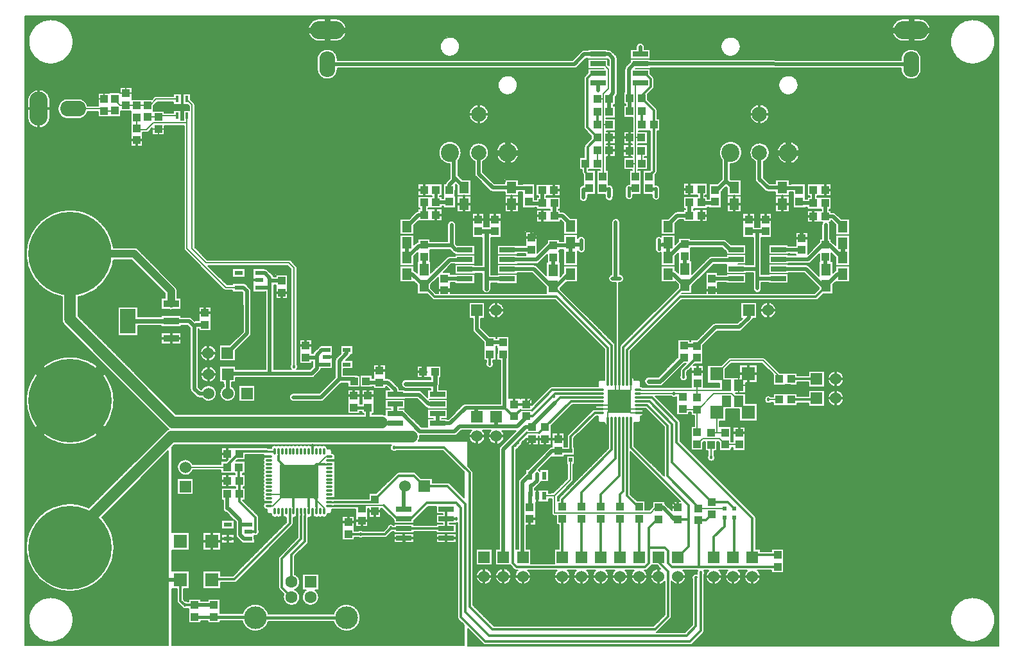
<source format=gbr>
G04 DipTrace 2.3.1.0*
%INTop.gbr*%
%MOIN*%
%ADD14C,0.012*%
%ADD15C,0.011*%
%ADD16C,0.008*%
%ADD17C,0.024*%
%ADD18C,0.018*%
%ADD19C,0.02*%
%ADD20C,0.0118*%
%ADD21C,0.006*%
%ADD22C,0.016*%
%ADD23C,0.04*%
%ADD24C,0.06*%
%ADD25C,0.013*%
%ADD26C,0.03*%
%ADD28R,0.04X0.04*%
%ADD29R,0.0197X0.0197*%
%ADD30R,0.08X0.026*%
%ADD31R,0.06X0.06*%
%ADD32C,0.4331*%
%ADD33R,0.063X0.063*%
%ADD34C,0.063*%
%ADD35C,0.1181*%
%ADD36C,0.0787*%
%ADD37C,0.0945*%
%ADD38O,0.0827X0.1339*%
%ADD39O,0.1772X0.0945*%
%ADD41O,0.0394X0.0118*%
%ADD42O,0.0118X0.0394*%
%ADD43R,0.124X0.124*%
%ADD44R,0.0236X0.0433*%
%ADD45R,0.0433X0.0236*%
%ADD47O,0.011X0.0394*%
%ADD49O,0.0394X0.011*%
%ADD51R,0.2047X0.1772*%
%ADD52R,0.08X0.128*%
%ADD53R,0.08X0.038*%
%ADD54R,0.0709X0.0709*%
%ADD55R,0.0512X0.0591*%
%ADD56R,0.05X0.06*%
%ADD57O,0.1339X0.0827*%
%ADD58O,0.0945X0.1772*%
%ADD60R,0.0157X0.0354*%
%FSLAX44Y44*%
G04*
G70*
G90*
G75*
G01*
%LNTop*%
%LPD*%
X43191Y8792D2*
D14*
X41980D1*
X41875Y8687D1*
X35930Y16973D2*
X36655D1*
X37943Y15686D1*
Y14652D1*
X41878Y10716D1*
Y8691D1*
X41875Y8687D1*
X17259Y14188D2*
D15*
Y13931D1*
D14*
Y13708D1*
X18046Y12921D1*
X18342Y12625D1*
X19905Y13511D2*
D15*
X19648D1*
D14*
X19227D1*
X18670Y12954D1*
X18342Y12625D1*
X18834Y11062D2*
D15*
Y11319D1*
D14*
Y12133D1*
X18342Y12625D1*
X19227Y11062D2*
D15*
Y11319D1*
D14*
Y11739D1*
X18342Y12625D1*
X18046Y11062D2*
D15*
Y11319D1*
D14*
Y12312D1*
Y12330D1*
X18342Y12625D1*
X16779Y11345D2*
D16*
X16970D1*
X17437Y11812D1*
X17529D1*
X18342Y12625D1*
X16779Y11936D2*
X17653D1*
X18342Y12625D1*
X19621Y11062D2*
Y11253D1*
X18249Y12625D1*
X18342D1*
X19905Y13905D2*
X19717D1*
X18437Y12625D1*
X18342D1*
X18062Y12937D2*
D14*
X18046Y12921D1*
X18687Y12937D2*
X18670Y12954D1*
X18687Y12312D2*
X18671Y12296D1*
X18342Y12625D1*
X18062Y12312D2*
X18046D1*
X25972Y10179D2*
Y10679D1*
Y11179D1*
X13903Y6196D2*
Y6193D1*
X13406D1*
X12903Y6196D2*
X12420D1*
X12401Y6215D1*
X15210Y13355D2*
X15200D1*
Y13001D1*
X15227Y12658D2*
X15221D1*
Y12302D1*
X15684Y10009D2*
X16060D1*
X16061Y10010D1*
X20882Y9882D2*
X21515D1*
X21519Y9886D1*
X25972Y10679D2*
X26478D1*
X26485Y10672D1*
X23772Y10179D2*
X23125D1*
X23106Y10198D1*
X30440Y14815D2*
X30420D1*
X29956Y14350D1*
X38004Y11269D2*
X37986D1*
X37581Y11674D1*
X16250Y23061D2*
X15690D1*
X15688Y23063D1*
X17428Y22411D2*
Y21952D1*
X17420D1*
X18674Y19667D2*
Y20056D1*
X18688Y20071D1*
X19750Y19063D2*
X20001D1*
X20251Y19313D1*
Y19501D1*
X21904Y17075D2*
Y17341D1*
X21939Y17376D1*
X24769Y18313D2*
D17*
X24854D1*
D18*
Y18752D1*
X24752D1*
X41685Y26216D2*
D14*
X42132D1*
X42126Y26211D1*
X42564Y26218D2*
X42118D1*
X39761Y22536D2*
D19*
X40258D1*
X40261Y22533D1*
X44438Y25246D2*
Y25711D1*
X44689D1*
X25872Y22537D2*
X26286D1*
X26293Y22530D1*
X27627Y26218D2*
D14*
X28078D1*
X28064Y26205D1*
X28502Y26218D2*
X28051D1*
X28064Y26205D1*
X30624Y25742D2*
D19*
Y25498D1*
X30396Y25271D1*
X34441Y30464D2*
D16*
X34659D1*
X34662Y30460D1*
X35492D1*
X34441Y30464D2*
Y29804D1*
X34437Y29800D1*
X35492Y30460D2*
Y29791D1*
X11357Y7520D2*
D19*
X11366Y7511D1*
X12157D1*
X34966Y17741D2*
D16*
Y16777D1*
X34730Y16563D2*
D14*
X35168D1*
Y17000D2*
X35167Y17001D1*
X34741D1*
X34730Y17000D2*
X34742D1*
X34769Y17741D2*
D16*
Y17039D1*
X34730Y17000D1*
X34001Y16383D2*
X34550D1*
X34730Y16563D1*
X35930Y16186D2*
X35556D1*
X34966Y16777D1*
X35556Y17741D2*
Y17367D1*
X34966Y16777D1*
X41688Y15175D2*
Y15146D1*
X41189D1*
X34730Y16563D2*
X34752D1*
X34966Y16777D1*
X34730Y17000D2*
X34742D1*
X34966Y16777D1*
X35168Y17000D2*
Y16979D1*
X34966Y16777D1*
X29502Y16623D2*
X30127D1*
Y16639D1*
X30522Y17034D1*
X21904Y17075D2*
X21183D1*
X21167Y17060D1*
X22501Y18373D2*
X21501D1*
Y17060D1*
X21167D1*
X34375Y15812D2*
Y16208D1*
X34730Y16563D1*
X35930Y16383D2*
X35347D1*
X35168Y16563D1*
X34001Y16580D2*
X34713D1*
X34730Y16563D1*
X12903Y6196D2*
D19*
X13903D1*
X23772Y10179D2*
D14*
X25972D1*
X21519Y9886D2*
X22794D1*
X23106Y10198D1*
X16061Y10010D2*
Y10740D1*
X15215Y11585D1*
Y11961D1*
X15210Y13355D2*
Y12675D1*
X15227Y12658D1*
X15215D2*
Y11961D1*
X12903Y6196D2*
X12384D1*
X12158Y6422D1*
Y7510D1*
X12157Y7511D1*
X34001Y17367D2*
D20*
X31621D1*
D14*
X31467D1*
X30418Y16318D1*
D16*
X29817D1*
D14*
X29502Y16003D1*
X28924Y19221D2*
D19*
X29005D1*
Y16446D1*
D14*
X29448Y16003D1*
X29502D1*
X25514Y15626D2*
D19*
Y16126D1*
Y15626D2*
X26168D1*
X26988Y16446D1*
X27602D1*
X29005D1*
X27602D2*
X27538Y16381D1*
Y15960D1*
X27571D1*
X36503Y17813D2*
D17*
X37078D1*
X38316Y19050D1*
X23314Y16126D2*
D19*
Y16626D1*
Y16126D2*
X23686D1*
X24594Y15218D1*
X26409D1*
X26663Y15473D1*
X28573D1*
Y15960D1*
Y15468D2*
X29674D1*
X30209Y16003D1*
X30127D1*
X31550Y17030D2*
D14*
X31517Y17063D1*
X31624Y17170D1*
D20*
X34001D1*
X30127Y16003D2*
D14*
X30459D1*
X31487Y17030D1*
X31550D1*
X39066Y11224D2*
D16*
X40410D1*
X40419Y11215D1*
X35930Y16580D2*
D14*
X36397D1*
X37457Y15519D1*
Y12908D1*
X39141Y11224D1*
X39066D1*
X40944Y11208D2*
X40925D1*
X40597Y11536D1*
X39776D1*
X39775Y11535D1*
X35930Y16777D2*
D20*
X36187D1*
D14*
X36520D1*
X37710Y15587D1*
Y13600D1*
X39775Y11535D1*
X35163Y15812D2*
D20*
Y15555D1*
D14*
Y12117D1*
X35000Y11955D1*
Y11292D1*
X34966Y15812D2*
D20*
Y15555D1*
D14*
Y12923D1*
X34000Y11958D1*
Y11292D1*
X35359Y15812D2*
D20*
Y15555D1*
D14*
Y11883D1*
X36000Y11242D1*
Y11292D1*
X14610Y19281D2*
D19*
X15625Y20296D1*
Y22499D1*
X15437Y22687D1*
X15187D1*
X34001Y16777D2*
D20*
X32448D1*
D14*
X31107Y15435D1*
X30803Y15132D1*
D16*
X30160D1*
D14*
X29703Y14675D1*
X29597Y14569D1*
X29437Y14409D1*
Y14364D1*
Y8360D1*
X29617Y8179D1*
X36308D1*
X36503Y8374D1*
Y9187D1*
Y10213D1*
X36939Y10649D1*
X37003D1*
X36503Y9187D2*
X37321D1*
X37503Y9005D1*
Y8374D1*
X37691Y8187D1*
X39088D1*
Y8172D1*
X43191D1*
X39088Y8187D2*
Y10583D1*
X39066Y10604D1*
X29572Y14492D2*
Y14495D1*
X29646Y14569D1*
X29597D1*
X29707Y14631D2*
X29703Y14635D1*
Y14675D1*
X29437Y14364D2*
D16*
X29564Y14492D1*
X29572D1*
Y14495D2*
X29707Y14631D1*
X12509Y31600D2*
Y31580D1*
X12499Y31570D1*
Y24705D1*
X14517Y22687D1*
X15187D1*
X9900Y31518D2*
Y30955D1*
X9896Y30951D1*
X9932D1*
X9998Y30885D1*
X10407D1*
X10755Y31233D1*
X12499D1*
Y31600D1*
X12509D1*
X39775Y10915D2*
D14*
X39464Y10604D1*
X39066D1*
X29948Y8689D2*
D19*
X29926D1*
Y12570D1*
X30279Y12924D1*
X30318D1*
X32426Y14199D2*
D14*
Y14932D1*
X33680Y16186D1*
X34001D1*
X30318Y12924D2*
D19*
Y13051D1*
X31465Y14198D1*
X31780D1*
X32425D1*
X32426Y14199D1*
X34769Y15812D2*
D20*
Y15555D1*
D14*
Y13805D1*
X33000Y12037D1*
Y11292D1*
X34572Y15812D2*
D20*
Y15555D1*
D14*
Y14259D1*
X32000Y11687D1*
Y11292D1*
X37003Y8687D2*
Y8437D1*
X37503Y7937D1*
Y5625D1*
X36815Y4937D1*
X28377D1*
X27189Y6125D1*
Y13063D1*
X25877Y14376D1*
X23252D1*
X12509Y32467D2*
D16*
Y32493D1*
X12517D1*
Y32411D1*
X12768Y32159D1*
Y24702D1*
X13504Y23966D1*
X17807D1*
X18063Y23710D1*
Y18571D1*
X17849Y11062D2*
D14*
Y10433D1*
X14959Y7542D1*
X13838D1*
X13806Y7511D1*
X23936Y23385D2*
D19*
X24195D1*
X24814Y22766D1*
X26152Y24104D1*
X26939D1*
Y24127D1*
X34375Y17741D2*
D14*
Y19548D1*
X31712Y22210D1*
X25369D1*
X24814Y22766D1*
X32436Y23385D2*
D19*
X32327D1*
X31534Y22592D1*
Y22736D1*
X31430D1*
X30518Y23648D1*
X29161D1*
X29139Y23627D1*
X34572Y17741D2*
D14*
Y19671D1*
X31580Y22663D1*
D16*
Y22690D1*
X31534Y22736D1*
X40518Y16779D2*
D21*
Y16699D1*
X40013Y16194D1*
X40467Y15147D2*
X39735D1*
X39729Y15142D1*
X40013Y16194D2*
Y15142D1*
X39729D1*
X38353Y24928D2*
D19*
X38191D1*
X37497Y24235D1*
X37501Y24993D2*
Y24239D1*
X37497Y24235D1*
X41026Y24652D2*
Y24674D1*
X40682D1*
X40387Y24969D1*
X38313D1*
X38353Y24928D1*
X35468Y27437D2*
D18*
Y27633D1*
Y27834D1*
X35658D1*
D19*
X35792D1*
X35793Y27836D1*
X37016Y25135D2*
D18*
Y24907D1*
Y24689D1*
Y24907D2*
X37206D1*
D19*
X37415D1*
X37501Y24993D1*
X45666Y24897D2*
X45859D1*
X46521Y24235D1*
X46559D1*
D17*
X46511D1*
X46556Y24280D1*
Y24985D1*
X43226Y24152D2*
D19*
X44779D1*
X45524Y24897D1*
X45666D1*
X45691D1*
Y25314D1*
Y25627D1*
Y25939D1*
X36864Y27816D2*
D18*
Y27615D1*
Y27419D1*
Y27816D2*
X36674D1*
D19*
X36526D1*
X36509Y27834D1*
X23936Y24235D2*
X24009D1*
X23936Y24308D1*
Y24994D1*
X26939Y24627D2*
X26479D1*
X26247Y24859D1*
X24779D1*
X24743Y24895D1*
X24821D1*
Y24849D1*
X24550D1*
X23936Y24235D1*
X26252Y25939D2*
Y25627D1*
Y25314D1*
X26247Y24859D1*
X33101Y27346D2*
Y27568D1*
Y27782D1*
X33358D1*
X33410Y27834D1*
X31535Y24862D2*
X32436D1*
Y24235D1*
X32440Y24238D1*
Y25014D1*
X29139Y24127D2*
X30651D1*
X31386Y24862D1*
X31535D1*
X34436Y27394D2*
Y27610D1*
Y27811D1*
D18*
X34246D1*
D19*
X34120D1*
X34097Y27834D1*
X32987Y25134D2*
Y24906D1*
Y24688D1*
X32440Y25014D2*
Y24906D1*
X32987D1*
X34441Y32483D2*
Y32558D1*
X34645Y32762D1*
Y34578D1*
X34428Y34796D1*
X33853D1*
X34441Y32483D2*
Y31796D1*
X34442D1*
X19791Y34274D2*
X32616D1*
X33138Y34796D1*
X33853D1*
X25514Y16626D2*
X25058D1*
X24561Y17123D1*
X23317D1*
X23314Y17126D1*
X22501Y17753D2*
X21871D1*
X21811Y17813D1*
X22501Y17753D2*
X22936D1*
X23314Y17376D1*
Y17126D1*
X35497Y32514D2*
X35458Y32553D1*
Y34014D1*
X35740Y34296D1*
X36053D1*
X35497Y32514D2*
Y31826D1*
X36053Y34296D2*
X50120Y34274D1*
X40467Y14527D2*
D21*
X41188D1*
X41189Y14526D1*
X39000Y14544D2*
X39009D1*
X39298Y14833D1*
X40162D1*
X40467Y14527D1*
X36000Y10672D2*
D14*
Y8687D1*
X23772Y11179D2*
D19*
Y12313D1*
X23836Y12377D1*
X43891Y17937D2*
D14*
X45206D1*
X43891Y16863D2*
X45206D1*
Y16937D1*
X32000Y10672D2*
Y8687D1*
X33000D2*
Y10672D1*
X34000D2*
Y8687D1*
X35000D2*
Y10672D1*
X37497Y23385D2*
D19*
X37767D1*
X38378Y22774D1*
Y22796D1*
X38462D1*
X39761Y24096D1*
X41026D1*
Y24152D1*
X35163Y17741D2*
D14*
Y19591D1*
X38217Y22646D1*
X38227D1*
X38378Y22796D1*
X46559Y23385D2*
D19*
X46310D1*
X45691Y22766D1*
Y22740D1*
X45570D1*
X44658Y23652D1*
X43226D1*
X35359Y17741D2*
D14*
Y19452D1*
X38118Y22210D1*
X45161D1*
X45691Y22740D1*
X38253Y16374D2*
D21*
Y16356D1*
X39000D1*
Y15164D1*
X41151Y16779D2*
X40993D1*
X41097Y16883D1*
X40794Y17185D1*
X39877D1*
X39047Y16356D1*
X39000D1*
X41151Y16779D2*
Y16706D1*
X41663Y16194D1*
X26135Y27747D2*
D19*
Y28010D1*
X26372Y28247D1*
Y28390D1*
Y29687D1*
X26165D1*
X26897Y27864D2*
X26930D1*
X26404Y28390D1*
X26372D1*
X30250Y27747D2*
Y27669D1*
X30080Y27839D1*
X29375D1*
Y27864D1*
X28385D1*
X27665Y28584D1*
Y29687D1*
X39935Y27747D2*
X40037D1*
X40511Y28221D1*
Y29453D1*
X40745Y29687D1*
X40936Y27864D2*
X40868D1*
X40511Y28221D1*
X44310Y27747D2*
Y27673D1*
X44136Y27846D1*
X43436D1*
Y27864D1*
X42681D1*
X42245Y28300D1*
Y29687D1*
X18440Y11062D2*
D15*
Y10805D1*
D14*
Y9627D1*
X17437Y8625D1*
Y7108D1*
X17937Y6608D1*
X18637Y11062D2*
D15*
Y10805D1*
D14*
Y9512D1*
X17937Y8812D1*
Y7396D1*
X14590Y13355D2*
X14627D1*
Y13492D1*
X15190Y14054D1*
X15230D1*
X17062Y14188D2*
D15*
X16658D1*
D14*
X15364D1*
X15230Y14054D1*
X12421Y13348D2*
D16*
X14583D1*
X14590Y13355D1*
X13903Y5576D2*
D22*
X16024D1*
X16059Y5541D1*
X12903Y5576D2*
X13903D1*
X16059Y5541D2*
X20799D1*
X37003Y11269D2*
D19*
X37226D1*
X37846Y10649D1*
X38004D1*
X38000Y8687D2*
D14*
X38566Y9253D1*
Y10637D1*
Y11375D1*
X35556Y14385D1*
Y15506D1*
D20*
Y15812D1*
X38004Y10649D2*
D14*
Y10637D1*
X38566D1*
X32426Y13726D2*
D16*
Y12700D1*
X31601Y11875D1*
Y10978D1*
X36582D1*
X36838Y11234D1*
X37039D1*
X37003Y11269D1*
X31066Y11861D2*
X31601Y11875D1*
X19905Y11345D2*
D15*
X20161D1*
D14*
X21445D1*
X21582Y11208D1*
X23772Y10679D2*
X23428D1*
X22733Y11374D1*
D16*
X21748D1*
X21582Y11208D1*
X23772Y10679D2*
D14*
X24141D1*
X24954Y11492D1*
X26485D1*
X26734Y11243D1*
Y5580D1*
X28002Y4312D1*
X38628D1*
X39191Y4875D1*
Y7875D1*
X39875Y8687D2*
Y9730D1*
X40419Y10275D1*
Y10742D1*
X19905Y11542D2*
D15*
X20161D1*
D14*
X22123D1*
X22262Y11681D1*
X22267D1*
X23509Y12923D1*
X24289D1*
X24836Y12377D1*
X26046D1*
X26965Y11458D1*
Y5835D1*
X28181Y4619D1*
X38450D1*
X38945Y5114D1*
Y7621D1*
X38967Y7643D1*
X40944Y10736D2*
Y8757D1*
X40875Y8687D1*
X18674Y19047D2*
D19*
X19250D1*
Y18689D1*
X19750D1*
Y19437D2*
X19501D1*
X19250Y19185D1*
Y19047D1*
X16250Y22687D2*
X16812D1*
Y23031D1*
X16810D1*
X17428D1*
X16250Y23435D2*
X16562D1*
X16810Y23187D1*
Y23031D1*
X30318Y11861D2*
Y11301D1*
X30305Y11289D1*
X14595Y11961D2*
Y11209D1*
X14598Y11207D1*
X14651D1*
X15263Y10594D1*
Y10383D1*
Y9834D1*
X15462Y9635D1*
X15684D1*
Y10383D2*
X15263D1*
X14598Y11207D2*
D16*
Y11424D1*
X14593Y11428D1*
Y11646D1*
Y11647D1*
X30684Y13000D2*
D19*
Y12769D1*
Y12646D1*
X30430Y12392D1*
X30348D1*
Y11891D1*
X30318Y11861D1*
X14624Y17187D2*
Y18185D1*
X19250Y18689D2*
Y18476D1*
X18990Y18217D1*
X14592D1*
X14624Y18185D1*
Y18217D1*
X16812D1*
Y22687D1*
X11687Y20937D2*
D17*
X9437D1*
X11687D2*
D19*
X12622D1*
X12889Y20670D1*
Y17423D1*
X13148Y17164D1*
X13602D1*
X13624Y17187D1*
X13437Y20752D2*
X12970D1*
X12889Y20670D1*
X30380Y15376D2*
D14*
X30440Y15435D1*
X20812Y19437D2*
D19*
Y19275D1*
X20417Y18880D1*
Y17927D1*
X19476Y16986D1*
X18034D1*
X21191Y17813D2*
Y17927D1*
X20417D1*
X28940Y13438D2*
X28937D1*
Y14281D1*
X30091Y15435D1*
X30440D1*
X28937Y8687D2*
Y13436D1*
X30440Y15435D2*
D14*
Y15519D1*
D19*
X31614Y16694D1*
D14*
X31894Y16973D1*
X34001D1*
X39729Y14522D2*
D16*
Y13861D1*
X39732Y13859D1*
X38988Y19031D2*
D14*
Y19056D1*
X38300Y18369D1*
Y18031D1*
X28237Y18718D2*
Y19218D1*
X11687Y21837D2*
D23*
Y22500D1*
X9750Y24437D1*
X6437D1*
X21167Y16440D2*
D22*
X21888D1*
X21904Y16455D1*
X22625Y15687D2*
D24*
X22314D1*
X22001D1*
X21904D1*
X11776D1*
X6437Y21026D1*
Y24437D1*
X21904Y16455D2*
D19*
Y15687D1*
X22314Y15688D2*
D24*
Y15687D1*
X22001Y15688D2*
Y15687D1*
X30065Y24648D2*
D19*
X30394D1*
X30396Y24651D1*
X43893Y24639D2*
X43907Y24626D1*
X44438D1*
X30065Y24648D2*
X29161D1*
X29139Y24627D1*
X36053Y35171D2*
Y34796D1*
X23314Y15626D2*
X22686D1*
X22625Y15687D1*
X43893Y24639D2*
X43226Y24652D1*
X6437Y9187D2*
D17*
Y9687D1*
D24*
X11688Y14938D1*
X23564D1*
X23876D1*
X24189D1*
X23876D2*
D3*
X23564D2*
D3*
X23876Y17688D2*
D17*
X25389D1*
Y18313D1*
X40228Y23146D2*
D19*
X39751D1*
X39761Y23156D1*
X26331Y23152D2*
X25872D1*
Y23157D1*
X26331Y23152D2*
X26914D1*
X26939Y23127D1*
X33865Y32921D2*
Y33233D1*
X33853Y33246D1*
Y33296D1*
X25389Y17688D2*
Y17251D1*
X25514Y17126D1*
X34800Y23156D2*
X34774D1*
Y25689D1*
X34612Y23156D2*
X34800D1*
X34987D2*
X34800D1*
X34774Y25689D2*
Y25877D1*
Y26064D1*
X40228Y23146D2*
X41020D1*
X41026Y23152D1*
X23772Y9679D2*
D18*
X23769Y9248D1*
X25991Y9241D2*
D16*
Y9660D1*
X25972Y9679D1*
X35930Y17367D2*
D21*
Y17355D1*
X39000D1*
Y16976D1*
Y17687D1*
X39013Y17700D1*
X40518Y17605D2*
Y17354D1*
X39000D1*
X40518Y17605D2*
Y17687D1*
X40013Y18192D1*
X43271Y17937D2*
Y18059D1*
X42432Y18898D1*
X40719D1*
X40013Y18192D1*
X35930Y17170D2*
X37807D1*
X38077D1*
X38253Y16994D1*
X37807Y17172D2*
Y17170D1*
X43271Y16863D2*
D16*
X42735D1*
X42730Y16858D1*
X42709Y16865D1*
X24821Y24275D2*
D19*
Y23623D1*
X24814Y23616D1*
X31535Y24242D2*
Y23586D1*
X31534D1*
X24817Y26449D2*
Y27113D1*
X23936Y25844D2*
X24541Y26449D1*
X24817D1*
X31582Y26395D2*
Y27059D1*
X32440Y25864D2*
Y25965D1*
X32009Y26395D1*
X31582D1*
X30962Y27059D2*
Y27742D1*
X30955D1*
X30962Y27059D2*
Y27038D1*
X30443D1*
X30354Y27127D1*
X30250D1*
X25437Y27113D2*
X26121D1*
X26135Y27127D1*
X25437Y27113D2*
D22*
Y27754D1*
X27627Y25598D2*
D17*
X28067D1*
X28502D1*
X28062Y22625D2*
X28067Y23127D1*
Y23627D1*
Y25598D1*
X27562Y21500D2*
D19*
Y20518D1*
X28239Y19841D1*
X28924D1*
X26939Y23627D2*
X28067D1*
X29139Y23127D2*
X28067D1*
X28239Y19841D2*
X28237Y19838D1*
X38353Y24308D2*
Y23646D1*
X38378D1*
X45666Y24277D2*
Y23616D1*
X45691D1*
X38607Y26414D2*
Y27101D1*
X38593D1*
X37501Y25843D2*
X37394D1*
X37965Y26414D1*
X38607D1*
X45660Y26375D2*
Y27063D1*
X46556Y25835D2*
X46601D1*
X46061Y26375D1*
X45660D1*
X45040Y27063D2*
X44374D1*
X44310Y27127D1*
X45040Y27063D2*
D22*
Y27750D1*
X39213Y27101D2*
Y27789D1*
Y27101D2*
D19*
Y27061D1*
X39869D1*
X39935Y27127D1*
X42126Y22626D2*
Y23152D1*
Y23652D1*
Y25596D1*
X41685D1*
X42564Y25598D2*
X42126Y25596D1*
X41685Y21500D2*
Y21122D1*
X41188Y20626D1*
X39958D1*
X39002Y19670D1*
X38316D1*
X41026Y23652D2*
X42126D1*
X43226Y23152D2*
X42126D1*
X38988Y19651D2*
D14*
X38336D1*
X38316Y19670D1*
X33821Y31130D2*
X33822Y31796D1*
X33816Y29123D2*
D16*
Y29799D1*
X33817Y29800D1*
X36115Y29123D2*
Y29787D1*
X36112Y29791D1*
X36131Y31137D2*
D14*
Y31812D1*
X36117Y31826D1*
X33821Y32483D2*
D16*
X34129D1*
Y32748D1*
X34395Y33014D1*
Y34016D1*
X34115Y34296D1*
X33853D1*
X34097Y28454D2*
X34129D1*
Y31130D1*
X34441D1*
X34127D2*
Y32483D1*
X33821Y30464D2*
D14*
Y30488D1*
X33302Y31007D1*
Y33546D1*
X33552Y33796D1*
X33853D1*
X33410Y28454D2*
Y28483D1*
X33205Y28688D1*
Y29114D1*
X33196Y29123D1*
X33318D1*
Y29990D1*
X33792Y30464D1*
X33821D1*
X36112Y30460D2*
D16*
X35805D1*
Y33233D1*
X35990D1*
X36053Y33296D1*
X35793Y28456D2*
Y29123D1*
Y30460D1*
X35495Y29123D2*
X35793D1*
X36117Y32514D2*
D14*
Y32636D1*
X36588Y33107D1*
Y33516D1*
X36307Y33796D1*
X36053D1*
X36509Y28454D2*
Y28463D1*
X36749Y28703D1*
Y31135D1*
X36751Y31137D1*
Y31880D1*
X36117Y32514D1*
X6583Y31961D2*
D16*
X8095D1*
X8207Y31849D1*
X8755D1*
X8766Y31860D1*
Y32480D2*
Y32412D1*
X9030Y32147D1*
X9335D1*
X9890D1*
X9900Y32138D1*
X10457D1*
X10465Y32146D1*
X10588D1*
X10909Y32467D1*
X11997D1*
X10465Y31526D2*
X11013D1*
X11023Y31536D1*
X10988D1*
X10924Y31600D1*
X11997D1*
D18*
X14598Y11207D3*
X14593Y11428D3*
X24189Y14938D3*
X23876D3*
X23564D3*
X22314Y15688D3*
X18062Y12937D3*
X18687D3*
Y12312D3*
X18062D3*
X34436Y27394D3*
X22625Y15687D3*
X22001Y15688D3*
X23876Y17688D3*
X24752Y18752D3*
X28062Y22625D3*
X42126Y22626D3*
X31550Y17030D3*
X23769Y9248D3*
X39191Y7875D3*
X29437Y14364D3*
X36503Y17813D3*
X26331Y23152D3*
X18034Y16986D3*
X30065Y24648D3*
X18063Y18571D3*
X40228Y23146D3*
X43893Y24639D3*
X26485Y10672D3*
X21519Y9886D3*
X16061Y10010D3*
X14593Y11647D3*
X15221Y12302D3*
X15200Y13001D3*
X12401Y6215D3*
X13406Y6193D3*
X11357Y7520D3*
X23106Y10198D3*
X42126Y26211D3*
X40261Y22533D3*
X44689Y25711D3*
X30624Y25742D3*
X31746Y15255D3*
X29956Y14350D3*
X37581Y11674D3*
X23252Y14376D3*
X34730Y17000D3*
X35168D3*
Y16563D3*
X34730D3*
X33925Y18281D3*
X15688Y23063D3*
X17420Y21952D3*
X26293Y22530D3*
X33925Y19218D3*
X18688Y20071D3*
X35815Y18251D3*
X20251Y19501D3*
X21939Y17376D3*
X37701Y16631D3*
X41046Y19262D3*
X28064Y26205D3*
X33865Y32921D3*
X36053Y35171D3*
X41688Y15175D3*
X34612Y23156D3*
X34800D3*
X34987D3*
X34774Y25689D3*
Y25877D3*
Y26064D3*
X26252Y25939D3*
Y25627D3*
Y25314D3*
X33101Y27346D3*
Y27568D3*
Y27782D3*
X37016Y24689D3*
Y24907D3*
Y25135D3*
X45691Y25314D3*
Y25627D3*
Y25939D3*
X30522Y17034D3*
X28940Y13438D3*
X25991Y9241D3*
X30348Y12392D3*
X30684Y12769D3*
Y13000D3*
X38940Y7624D3*
X29572Y14492D3*
X29707Y14631D3*
X37807Y17172D3*
X42709Y16865D3*
X39732Y13859D3*
X9908Y29820D3*
X34436Y27610D3*
Y27811D3*
X35468Y27437D3*
Y27633D3*
Y27834D3*
X32987Y24688D3*
Y24906D3*
Y25134D3*
X35815Y19189D3*
X36864Y27419D3*
Y27615D3*
Y27816D3*
X38300Y18031D3*
X28237Y18718D3*
X4098Y36723D2*
D21*
X54646D1*
X4098Y36665D2*
X54646D1*
X4098Y36606D2*
X19205D1*
X20378D2*
X49534D1*
X50706D2*
X54646D1*
X4098Y36547D2*
X5108D1*
X5765D2*
X19071D1*
X20511D2*
X49401D1*
X50840D2*
X52988D1*
X53646D2*
X54646D1*
X4098Y36489D2*
X4951D1*
X5924D2*
X18990D1*
X20593D2*
X49319D1*
X50921D2*
X52831D1*
X53804D2*
X54646D1*
X4098Y36430D2*
X4838D1*
X6035D2*
X18931D1*
X20651D2*
X49260D1*
X50980D2*
X52719D1*
X53915D2*
X54646D1*
X4098Y36371D2*
X4750D1*
X6124D2*
X18886D1*
X20696D2*
X49215D1*
X51025D2*
X52630D1*
X54004D2*
X54646D1*
X4098Y36313D2*
X4676D1*
X6198D2*
X18851D1*
X20731D2*
X49180D1*
X51060D2*
X52556D1*
X54078D2*
X54646D1*
X4098Y36254D2*
X4612D1*
X6261D2*
X18826D1*
X20757D2*
X49155D1*
X51086D2*
X52493D1*
X54141D2*
X54646D1*
X4098Y36195D2*
X4558D1*
X6316D2*
X18806D1*
X20776D2*
X49135D1*
X51105D2*
X52438D1*
X54197D2*
X54646D1*
X4098Y36136D2*
X4510D1*
X6363D2*
X18794D1*
X20788D2*
X49123D1*
X51117D2*
X52391D1*
X54244D2*
X54646D1*
X4098Y36078D2*
X4469D1*
X6406D2*
X18788D1*
X20794D2*
X49117D1*
X51123D2*
X52349D1*
X54286D2*
X54646D1*
X4098Y36019D2*
X4432D1*
X6442D2*
X18787D1*
X20794D2*
X49116D1*
X51123D2*
X52312D1*
X54322D2*
X54646D1*
X4098Y35960D2*
X4400D1*
X6474D2*
X18793D1*
X20789D2*
X49122D1*
X51118D2*
X52281D1*
X54354D2*
X54646D1*
X4098Y35902D2*
X4372D1*
X6501D2*
X18805D1*
X20778D2*
X49134D1*
X51107D2*
X52252D1*
X54382D2*
X54646D1*
X4098Y35843D2*
X4348D1*
X6526D2*
X18824D1*
X20759D2*
X49152D1*
X51088D2*
X52229D1*
X54406D2*
X54646D1*
X4098Y35784D2*
X4328D1*
X6545D2*
X18849D1*
X20733D2*
X49178D1*
X51063D2*
X52208D1*
X54426D2*
X54646D1*
X4098Y35726D2*
X4311D1*
X6562D2*
X18883D1*
X20700D2*
X49211D1*
X51029D2*
X52191D1*
X54443D2*
X54646D1*
X4098Y35667D2*
X4298D1*
X6576D2*
X18926D1*
X20656D2*
X26006D1*
X26323D2*
X40586D1*
X40904D2*
X49255D1*
X50985D2*
X52178D1*
X54456D2*
X54646D1*
X4098Y35608D2*
X4288D1*
X6587D2*
X18984D1*
X20598D2*
X25882D1*
X26447D2*
X40463D1*
X41027D2*
X49313D1*
X50928D2*
X52168D1*
X54467D2*
X54646D1*
X4098Y35550D2*
X4281D1*
X6594D2*
X19063D1*
X20520D2*
X25809D1*
X26520D2*
X40389D1*
X41101D2*
X49391D1*
X50849D2*
X52161D1*
X54474D2*
X54646D1*
X4098Y35491D2*
X4276D1*
X6598D2*
X19188D1*
X20395D2*
X25757D1*
X26572D2*
X40338D1*
X41152D2*
X49517D1*
X50724D2*
X52157D1*
X54478D2*
X54646D1*
X4098Y35432D2*
X4275D1*
X6599D2*
X25718D1*
X26611D2*
X40299D1*
X41191D2*
X52155D1*
X54480D2*
X54646D1*
X4098Y35374D2*
X4277D1*
X6598D2*
X25691D1*
X26639D2*
X35983D1*
X36123D2*
X40271D1*
X41219D2*
X52157D1*
X54478D2*
X54646D1*
X4098Y35315D2*
X4281D1*
X6593D2*
X25671D1*
X26658D2*
X35890D1*
X36214D2*
X40251D1*
X41238D2*
X52161D1*
X54473D2*
X54646D1*
X4098Y35256D2*
X4289D1*
X6585D2*
X25659D1*
X26670D2*
X35852D1*
X36253D2*
X40240D1*
X41250D2*
X52169D1*
X54466D2*
X54646D1*
X4098Y35197D2*
X4300D1*
X6574D2*
X25655D1*
X26674D2*
X35836D1*
X36269D2*
X40236D1*
X41254D2*
X52180D1*
X54454D2*
X54646D1*
X4098Y35139D2*
X4314D1*
X6560D2*
X25657D1*
X26672D2*
X35834D1*
X36271D2*
X40237D1*
X41253D2*
X52194D1*
X54440D2*
X54646D1*
X4098Y35080D2*
X4331D1*
X6543D2*
X25667D1*
X26662D2*
X35834D1*
X36271D2*
X40247D1*
X41243D2*
X52212D1*
X54423D2*
X54646D1*
X4098Y35021D2*
X4352D1*
X6522D2*
X19598D1*
X19983D2*
X25683D1*
X26646D2*
X33335D1*
X34371D2*
X35534D1*
X36571D2*
X40264D1*
X41226D2*
X49928D1*
X50313D2*
X52233D1*
X54402D2*
X54646D1*
X4098Y34963D2*
X4376D1*
X6498D2*
X19487D1*
X20096D2*
X25708D1*
X26622D2*
X33001D1*
X34564D2*
X35534D1*
X36571D2*
X40288D1*
X41202D2*
X49816D1*
X50424D2*
X52257D1*
X54378D2*
X54646D1*
X4098Y34904D2*
X4405D1*
X6469D2*
X19416D1*
X20166D2*
X25742D1*
X26587D2*
X32940D1*
X34625D2*
X35534D1*
X36571D2*
X40323D1*
X41167D2*
X49746D1*
X50495D2*
X52285D1*
X54349D2*
X54646D1*
X4098Y34845D2*
X4438D1*
X6437D2*
X19365D1*
X20218D2*
X25789D1*
X26540D2*
X32881D1*
X34684D2*
X35534D1*
X36571D2*
X40369D1*
X41121D2*
X49694D1*
X50547D2*
X52318D1*
X54317D2*
X54646D1*
X4098Y34787D2*
X4476D1*
X6399D2*
X19326D1*
X20256D2*
X25853D1*
X26476D2*
X32823D1*
X34743D2*
X35534D1*
X36571D2*
X40433D1*
X41057D2*
X49656D1*
X50584D2*
X52356D1*
X54279D2*
X54646D1*
X4098Y34728D2*
X4518D1*
X6356D2*
X19298D1*
X20284D2*
X25952D1*
X26377D2*
X32764D1*
X34802D2*
X35534D1*
X36571D2*
X40532D1*
X40958D2*
X49627D1*
X50613D2*
X52398D1*
X54237D2*
X54646D1*
X4098Y34669D2*
X4566D1*
X6307D2*
X19279D1*
X20304D2*
X32706D1*
X34843D2*
X35534D1*
X36571D2*
X49608D1*
X50633D2*
X52446D1*
X54188D2*
X54646D1*
X4098Y34611D2*
X4623D1*
X6252D2*
X19266D1*
X20316D2*
X32646D1*
X34861D2*
X35534D1*
X36571D2*
X49595D1*
X50645D2*
X52503D1*
X54132D2*
X54646D1*
X4098Y34552D2*
X4687D1*
X6187D2*
X19260D1*
X20322D2*
X32587D1*
X33199D2*
X34366D1*
X34863D2*
X49589D1*
X50651D2*
X52567D1*
X54067D2*
X54646D1*
X4098Y34493D2*
X4763D1*
X6110D2*
X19260D1*
X20323D2*
X32529D1*
X33141D2*
X33335D1*
X34371D2*
X34424D1*
X34863D2*
X35534D1*
X45633D2*
X49589D1*
X50652D2*
X52643D1*
X53991D2*
X54646D1*
X4098Y34435D2*
X4855D1*
X6019D2*
X19260D1*
X33082D2*
X33335D1*
X34371D2*
X34427D1*
X34863D2*
X35534D1*
X50652D2*
X52735D1*
X53899D2*
X54646D1*
X4098Y34376D2*
X4972D1*
X5902D2*
X19260D1*
X33024D2*
X33335D1*
X34371D2*
X34427D1*
X34863D2*
X35513D1*
X50652D2*
X52852D1*
X53782D2*
X54646D1*
X4098Y34317D2*
X5144D1*
X5731D2*
X19260D1*
X32965D2*
X33335D1*
X34371D2*
X34427D1*
X34863D2*
X35455D1*
X50652D2*
X53024D1*
X53611D2*
X54646D1*
X4098Y34258D2*
X19260D1*
X32906D2*
X33335D1*
X34374D2*
X34427D1*
X34863D2*
X35396D1*
X50652D2*
X54646D1*
X4098Y34200D2*
X19260D1*
X32848D2*
X33335D1*
X34863D2*
X35338D1*
X50652D2*
X54646D1*
X4098Y34141D2*
X19260D1*
X32789D2*
X33335D1*
X34863D2*
X35282D1*
X50652D2*
X54646D1*
X4098Y34082D2*
X19260D1*
X32713D2*
X33335D1*
X34863D2*
X35251D1*
X36571D2*
X36892D1*
X50652D2*
X54646D1*
X4098Y34024D2*
X19260D1*
X20323D2*
X33335D1*
X34863D2*
X35240D1*
X36571D2*
X49589D1*
X50652D2*
X54646D1*
X4098Y33965D2*
X19263D1*
X20320D2*
X33335D1*
X34863D2*
X35240D1*
X36571D2*
X49592D1*
X50649D2*
X54646D1*
X4098Y33906D2*
X19272D1*
X20311D2*
X33335D1*
X34863D2*
X35240D1*
X36571D2*
X49601D1*
X50640D2*
X54646D1*
X4098Y33848D2*
X19288D1*
X20295D2*
X33335D1*
X34863D2*
X35240D1*
X36571D2*
X49617D1*
X50624D2*
X54646D1*
X4098Y33789D2*
X19312D1*
X20270D2*
X33296D1*
X34863D2*
X35240D1*
X36571D2*
X49641D1*
X50599D2*
X54646D1*
X4098Y33730D2*
X19345D1*
X20237D2*
X33237D1*
X34863D2*
X35240D1*
X36622D2*
X49674D1*
X50566D2*
X54646D1*
X4098Y33672D2*
X19390D1*
X20193D2*
X29021D1*
X29308D2*
X33178D1*
X34863D2*
X35240D1*
X36681D2*
X43602D1*
X43888D2*
X49719D1*
X50522D2*
X54646D1*
X4098Y33613D2*
X19451D1*
X20132D2*
X28890D1*
X29439D2*
X33138D1*
X34863D2*
X35240D1*
X36736D2*
X43470D1*
X44020D2*
X49779D1*
X50461D2*
X54646D1*
X4098Y33554D2*
X19538D1*
X20044D2*
X28814D1*
X29515D2*
X33125D1*
X34863D2*
X35240D1*
X36762D2*
X43394D1*
X44096D2*
X49867D1*
X50373D2*
X54646D1*
X4098Y33496D2*
X19731D1*
X19851D2*
X28761D1*
X29568D2*
X33124D1*
X34863D2*
X35240D1*
X36766D2*
X43341D1*
X44149D2*
X50059D1*
X50182D2*
X54646D1*
X4098Y33437D2*
X28721D1*
X29608D2*
X33124D1*
X34863D2*
X35240D1*
X36766D2*
X43302D1*
X44188D2*
X54646D1*
X4098Y33378D2*
X28693D1*
X29637D2*
X33124D1*
X34863D2*
X35240D1*
X36766D2*
X43273D1*
X44217D2*
X54646D1*
X4098Y33319D2*
X28672D1*
X29657D2*
X33124D1*
X34863D2*
X35240D1*
X36766D2*
X43253D1*
X44237D2*
X54646D1*
X4098Y33261D2*
X28660D1*
X29669D2*
X33124D1*
X34863D2*
X35240D1*
X36766D2*
X43241D1*
X44249D2*
X54646D1*
X4098Y33202D2*
X28656D1*
X29673D2*
X33124D1*
X34863D2*
X35240D1*
X36766D2*
X43236D1*
X44254D2*
X54646D1*
X4098Y33143D2*
X28656D1*
X29673D2*
X33124D1*
X34863D2*
X35240D1*
X36766D2*
X43237D1*
X44253D2*
X54646D1*
X4098Y33085D2*
X28666D1*
X29664D2*
X33124D1*
X34863D2*
X35240D1*
X36765D2*
X43246D1*
X44244D2*
X54646D1*
X4098Y33026D2*
X9017D1*
X9653D2*
X28682D1*
X29648D2*
X33124D1*
X34863D2*
X35240D1*
X36746D2*
X43262D1*
X44228D2*
X54646D1*
X4098Y32967D2*
X9017D1*
X9653D2*
X28705D1*
X29624D2*
X33124D1*
X34863D2*
X35240D1*
X36698D2*
X43286D1*
X44204D2*
X54646D1*
X4098Y32909D2*
X4568D1*
X5055D2*
X9017D1*
X9653D2*
X28739D1*
X29590D2*
X33124D1*
X34863D2*
X35240D1*
X36639D2*
X43319D1*
X44171D2*
X54646D1*
X4098Y32850D2*
X4466D1*
X5158D2*
X9017D1*
X9653D2*
X28784D1*
X29545D2*
X33124D1*
X34863D2*
X35240D1*
X36580D2*
X43365D1*
X44125D2*
X54646D1*
X4098Y32791D2*
X4396D1*
X5227D2*
X8448D1*
X9653D2*
X28847D1*
X29482D2*
X33124D1*
X34863D2*
X35179D1*
X36522D2*
X43428D1*
X44062D2*
X54646D1*
X4098Y32733D2*
X4343D1*
X5280D2*
X7888D1*
X9653D2*
X11800D1*
X12706D2*
X28941D1*
X29388D2*
X33124D1*
X34862D2*
X35179D1*
X36463D2*
X43521D1*
X43968D2*
X54646D1*
X4098Y32674D2*
X4304D1*
X5320D2*
X7888D1*
X9653D2*
X11800D1*
X12706D2*
X33124D1*
X34844D2*
X35179D1*
X36435D2*
X54646D1*
X4098Y32615D2*
X4273D1*
X5351D2*
X7888D1*
X9653D2*
X10869D1*
X12706D2*
X33124D1*
X34804D2*
X35179D1*
X36435D2*
X54646D1*
X4098Y32556D2*
X4251D1*
X5373D2*
X7888D1*
X9653D2*
X10777D1*
X12706D2*
X33124D1*
X34759D2*
X35179D1*
X36435D2*
X54646D1*
X4098Y32498D2*
X4235D1*
X5389D2*
X7888D1*
X9653D2*
X10718D1*
X12706D2*
X33124D1*
X34759D2*
X35179D1*
X36435D2*
X54646D1*
X4098Y32439D2*
X4225D1*
X5399D2*
X6103D1*
X7064D2*
X7888D1*
X12709D2*
X33124D1*
X34759D2*
X35179D1*
X36441D2*
X54646D1*
X4098Y32380D2*
X4221D1*
X5403D2*
X6005D1*
X7162D2*
X7888D1*
X12768D2*
X33124D1*
X34759D2*
X35179D1*
X36499D2*
X54646D1*
X4098Y32322D2*
X4221D1*
X5403D2*
X5939D1*
X7228D2*
X7888D1*
X12828D2*
X33124D1*
X34759D2*
X35179D1*
X36558D2*
X54646D1*
X4098Y32263D2*
X4221D1*
X5403D2*
X5891D1*
X7276D2*
X7888D1*
X10926D2*
X11800D1*
X12886D2*
X33124D1*
X34759D2*
X35179D1*
X36617D2*
X54646D1*
X4098Y32204D2*
X4221D1*
X5403D2*
X5856D1*
X7311D2*
X7888D1*
X10867D2*
X11800D1*
X12919D2*
X33124D1*
X34759D2*
X35179D1*
X36676D2*
X54646D1*
X4098Y32146D2*
X4221D1*
X5403D2*
X5829D1*
X7338D2*
X7888D1*
X10809D2*
X12561D1*
X12927D2*
X27445D1*
X27884D2*
X33124D1*
X34660D2*
X35279D1*
X36735D2*
X42025D1*
X42465D2*
X54646D1*
X4098Y32087D2*
X4221D1*
X5403D2*
X5811D1*
X10783D2*
X12610D1*
X12927D2*
X27349D1*
X27980D2*
X33124D1*
X34760D2*
X35179D1*
X36793D2*
X41930D1*
X42560D2*
X54646D1*
X4098Y32028D2*
X4221D1*
X5403D2*
X5800D1*
X10783D2*
X12610D1*
X12927D2*
X27285D1*
X28044D2*
X33124D1*
X34760D2*
X35179D1*
X36852D2*
X41866D1*
X42624D2*
X54646D1*
X4098Y31970D2*
X4221D1*
X5403D2*
X5796D1*
X10783D2*
X12610D1*
X12927D2*
X27239D1*
X28090D2*
X33124D1*
X34760D2*
X35179D1*
X36903D2*
X41819D1*
X42671D2*
X54646D1*
X4098Y31911D2*
X4221D1*
X5403D2*
X5798D1*
X10783D2*
X12610D1*
X12927D2*
X27205D1*
X28124D2*
X33124D1*
X34760D2*
X35179D1*
X36926D2*
X41785D1*
X42705D2*
X54646D1*
X4098Y31852D2*
X4221D1*
X5403D2*
X5808D1*
X10783D2*
X11800D1*
X12194D2*
X12311D1*
X12927D2*
X27181D1*
X28149D2*
X33124D1*
X34760D2*
X35179D1*
X36929D2*
X41761D1*
X42729D2*
X54646D1*
X4098Y31794D2*
X4221D1*
X5403D2*
X5824D1*
X7343D2*
X7888D1*
X9084D2*
X9581D1*
X11342D2*
X11800D1*
X12194D2*
X12311D1*
X12927D2*
X27164D1*
X28165D2*
X33124D1*
X34760D2*
X35179D1*
X36929D2*
X41744D1*
X42745D2*
X54646D1*
X4098Y31735D2*
X4221D1*
X5403D2*
X5847D1*
X7320D2*
X7888D1*
X9084D2*
X9581D1*
X12194D2*
X12311D1*
X12927D2*
X27155D1*
X28174D2*
X33124D1*
X34760D2*
X35179D1*
X36929D2*
X41736D1*
X42754D2*
X54646D1*
X4098Y31676D2*
X4221D1*
X5403D2*
X5880D1*
X7287D2*
X7888D1*
X9084D2*
X9581D1*
X12194D2*
X12311D1*
X12927D2*
X27153D1*
X28176D2*
X33124D1*
X34760D2*
X35179D1*
X36929D2*
X41733D1*
X42756D2*
X54646D1*
X4098Y31617D2*
X4221D1*
X5403D2*
X5924D1*
X7243D2*
X7888D1*
X9084D2*
X9581D1*
X12194D2*
X12311D1*
X12927D2*
X27157D1*
X28172D2*
X33124D1*
X34760D2*
X35179D1*
X36929D2*
X41737D1*
X42752D2*
X54646D1*
X4098Y31559D2*
X4221D1*
X5403D2*
X5983D1*
X7184D2*
X7888D1*
X9084D2*
X9581D1*
X12194D2*
X12311D1*
X12927D2*
X27170D1*
X28160D2*
X33124D1*
X34760D2*
X35179D1*
X36929D2*
X41750D1*
X42740D2*
X54646D1*
X4098Y31500D2*
X4223D1*
X5401D2*
X6069D1*
X7098D2*
X9581D1*
X12194D2*
X12311D1*
X12927D2*
X27188D1*
X28141D2*
X33124D1*
X34760D2*
X35647D1*
X36929D2*
X41769D1*
X42721D2*
X54646D1*
X4098Y31441D2*
X4231D1*
X5393D2*
X6242D1*
X6925D2*
X9581D1*
X12194D2*
X12311D1*
X12927D2*
X27216D1*
X28113D2*
X33124D1*
X34759D2*
X35647D1*
X37069D2*
X41796D1*
X42693D2*
X54646D1*
X4098Y31383D2*
X4245D1*
X5379D2*
X9581D1*
X12927D2*
X27254D1*
X28075D2*
X33124D1*
X34759D2*
X35647D1*
X37069D2*
X41835D1*
X42655D2*
X54646D1*
X4098Y31324D2*
X4266D1*
X5358D2*
X9581D1*
X12927D2*
X27306D1*
X28023D2*
X33124D1*
X34759D2*
X35647D1*
X37069D2*
X41886D1*
X42603D2*
X54646D1*
X4098Y31265D2*
X4294D1*
X5329D2*
X9581D1*
X12927D2*
X27379D1*
X27950D2*
X33124D1*
X34759D2*
X35647D1*
X37069D2*
X41960D1*
X42530D2*
X54646D1*
X4098Y31207D2*
X4331D1*
X5293D2*
X9577D1*
X12927D2*
X27500D1*
X27829D2*
X33124D1*
X34759D2*
X35647D1*
X37069D2*
X42081D1*
X42409D2*
X54646D1*
X4098Y31148D2*
X4379D1*
X5245D2*
X9577D1*
X12927D2*
X33124D1*
X34759D2*
X35647D1*
X37069D2*
X54646D1*
X4098Y31089D2*
X4443D1*
X5181D2*
X9577D1*
X12927D2*
X33124D1*
X34759D2*
X35647D1*
X37069D2*
X54646D1*
X4098Y31031D2*
X4533D1*
X5091D2*
X9577D1*
X11342D2*
X12341D1*
X12927D2*
X33124D1*
X34759D2*
X35647D1*
X37069D2*
X54646D1*
X4098Y30972D2*
X4703D1*
X4920D2*
X9577D1*
X11342D2*
X12341D1*
X12927D2*
X33127D1*
X34759D2*
X35647D1*
X37069D2*
X54646D1*
X4098Y30913D2*
X9577D1*
X10657D2*
X10705D1*
X11342D2*
X12341D1*
X12927D2*
X33152D1*
X34759D2*
X35647D1*
X37069D2*
X54646D1*
X4098Y30855D2*
X9577D1*
X10598D2*
X10705D1*
X11342D2*
X12341D1*
X12927D2*
X33205D1*
X34759D2*
X35647D1*
X37069D2*
X54646D1*
X4098Y30796D2*
X9577D1*
X10539D2*
X10705D1*
X11342D2*
X12341D1*
X12927D2*
X33264D1*
X34287D2*
X35647D1*
X35963D2*
X36571D1*
X36928D2*
X54646D1*
X4098Y30737D2*
X9577D1*
X10449D2*
X10705D1*
X11342D2*
X12341D1*
X12927D2*
X33322D1*
X34759D2*
X35174D1*
X36431D2*
X36571D1*
X36928D2*
X54646D1*
X4098Y30678D2*
X9577D1*
X10214D2*
X10705D1*
X11342D2*
X12341D1*
X12927D2*
X33381D1*
X34759D2*
X35174D1*
X36431D2*
X36571D1*
X36928D2*
X54646D1*
X4098Y30620D2*
X9577D1*
X10214D2*
X10705D1*
X11342D2*
X12341D1*
X12927D2*
X33440D1*
X34759D2*
X35174D1*
X36431D2*
X36571D1*
X36928D2*
X54646D1*
X4098Y30561D2*
X9577D1*
X10214D2*
X12341D1*
X12927D2*
X33499D1*
X34759D2*
X35174D1*
X36431D2*
X36571D1*
X36928D2*
X54646D1*
X4098Y30502D2*
X9577D1*
X10214D2*
X12341D1*
X12927D2*
X33503D1*
X34759D2*
X35174D1*
X36431D2*
X36571D1*
X36928D2*
X54646D1*
X4098Y30444D2*
X9577D1*
X10214D2*
X12341D1*
X12927D2*
X33503D1*
X34759D2*
X35174D1*
X36431D2*
X36571D1*
X36928D2*
X54646D1*
X4098Y30385D2*
X9577D1*
X10214D2*
X12341D1*
X12927D2*
X33464D1*
X34759D2*
X35174D1*
X36431D2*
X36571D1*
X36928D2*
X54646D1*
X4098Y30326D2*
X9577D1*
X10214D2*
X12341D1*
X12927D2*
X33405D1*
X34759D2*
X35174D1*
X36431D2*
X36571D1*
X36928D2*
X54646D1*
X4098Y30268D2*
X9577D1*
X10214D2*
X12341D1*
X12927D2*
X26091D1*
X26238D2*
X29091D1*
X29238D2*
X33346D1*
X34759D2*
X35174D1*
X36431D2*
X36571D1*
X36928D2*
X40671D1*
X40818D2*
X43671D1*
X43818D2*
X54646D1*
X4098Y30209D2*
X9577D1*
X10214D2*
X12341D1*
X12927D2*
X25896D1*
X26433D2*
X28896D1*
X29433D2*
X33288D1*
X34759D2*
X35174D1*
X36431D2*
X36571D1*
X36928D2*
X40476D1*
X41014D2*
X43476D1*
X44014D2*
X54646D1*
X4098Y30150D2*
X9577D1*
X10214D2*
X12341D1*
X12927D2*
X25802D1*
X26527D2*
X27456D1*
X27873D2*
X28802D1*
X29527D2*
X33229D1*
X34287D2*
X35174D1*
X36431D2*
X36571D1*
X36928D2*
X40383D1*
X41107D2*
X42036D1*
X42454D2*
X43383D1*
X44107D2*
X54646D1*
X4098Y30092D2*
X9577D1*
X10214D2*
X12341D1*
X12927D2*
X25736D1*
X26593D2*
X27355D1*
X27974D2*
X28736D1*
X29593D2*
X33173D1*
X34755D2*
X35173D1*
X36430D2*
X36571D1*
X36928D2*
X40317D1*
X41173D2*
X41935D1*
X42555D2*
X43317D1*
X44173D2*
X54646D1*
X4098Y30033D2*
X9577D1*
X10214D2*
X12341D1*
X12927D2*
X25687D1*
X26642D2*
X27290D1*
X28039D2*
X28687D1*
X29642D2*
X33145D1*
X34755D2*
X35173D1*
X36430D2*
X36571D1*
X36928D2*
X40267D1*
X41223D2*
X41870D1*
X42620D2*
X43267D1*
X44223D2*
X54646D1*
X4098Y29974D2*
X12341D1*
X12927D2*
X25649D1*
X26680D2*
X27242D1*
X28087D2*
X28649D1*
X29680D2*
X33140D1*
X34755D2*
X35173D1*
X36430D2*
X36571D1*
X36928D2*
X40230D1*
X41260D2*
X41823D1*
X42667D2*
X43230D1*
X44260D2*
X54646D1*
X4098Y29916D2*
X12341D1*
X12927D2*
X25621D1*
X26709D2*
X27207D1*
X28122D2*
X28621D1*
X29709D2*
X33140D1*
X34755D2*
X35173D1*
X36430D2*
X36571D1*
X36928D2*
X40201D1*
X41289D2*
X41788D1*
X42702D2*
X43201D1*
X44289D2*
X54646D1*
X4098Y29857D2*
X12341D1*
X12927D2*
X25599D1*
X26730D2*
X27182D1*
X28147D2*
X28599D1*
X29730D2*
X33140D1*
X34755D2*
X35173D1*
X36430D2*
X36571D1*
X36928D2*
X40179D1*
X41311D2*
X41763D1*
X42727D2*
X43179D1*
X44311D2*
X54646D1*
X4098Y29798D2*
X12341D1*
X12927D2*
X25584D1*
X26745D2*
X27165D1*
X28164D2*
X28584D1*
X29745D2*
X33140D1*
X34755D2*
X35173D1*
X36430D2*
X36571D1*
X36928D2*
X40165D1*
X41325D2*
X41746D1*
X42744D2*
X43165D1*
X44325D2*
X54646D1*
X4098Y29739D2*
X12341D1*
X12927D2*
X25576D1*
X26753D2*
X27156D1*
X28173D2*
X28576D1*
X29753D2*
X33140D1*
X34755D2*
X35173D1*
X36430D2*
X36571D1*
X36928D2*
X40157D1*
X41333D2*
X41736D1*
X42754D2*
X43157D1*
X44333D2*
X54646D1*
X4098Y29681D2*
X12341D1*
X12927D2*
X25574D1*
X26755D2*
X27153D1*
X28176D2*
X28574D1*
X29755D2*
X33140D1*
X34755D2*
X35173D1*
X36430D2*
X36571D1*
X36928D2*
X40154D1*
X41336D2*
X41733D1*
X42757D2*
X43154D1*
X44336D2*
X54646D1*
X4098Y29622D2*
X12341D1*
X12927D2*
X25578D1*
X26751D2*
X27156D1*
X28173D2*
X28578D1*
X29751D2*
X33140D1*
X34755D2*
X35173D1*
X36430D2*
X36571D1*
X36928D2*
X40158D1*
X41332D2*
X41737D1*
X42753D2*
X43158D1*
X44332D2*
X54646D1*
X4098Y29563D2*
X12341D1*
X12927D2*
X25587D1*
X26742D2*
X27168D1*
X28161D2*
X28587D1*
X29742D2*
X33140D1*
X34755D2*
X35173D1*
X36430D2*
X36571D1*
X36928D2*
X40167D1*
X41322D2*
X41749D1*
X42741D2*
X43167D1*
X44322D2*
X54646D1*
X4098Y29505D2*
X12341D1*
X12927D2*
X25603D1*
X26726D2*
X27186D1*
X28143D2*
X28603D1*
X29726D2*
X33140D1*
X34755D2*
X35173D1*
X36430D2*
X36571D1*
X36928D2*
X40183D1*
X41307D2*
X41767D1*
X42723D2*
X43183D1*
X44307D2*
X54646D1*
X4098Y29446D2*
X12341D1*
X12927D2*
X25626D1*
X26703D2*
X27214D1*
X28115D2*
X28626D1*
X29703D2*
X33140D1*
X34287D2*
X35635D1*
X36273D2*
X36571D1*
X36928D2*
X40206D1*
X41283D2*
X41795D1*
X42695D2*
X43206D1*
X44283D2*
X54646D1*
X4098Y29387D2*
X12341D1*
X12927D2*
X25656D1*
X26673D2*
X27251D1*
X28078D2*
X28656D1*
X29673D2*
X32878D1*
X34287D2*
X35177D1*
X36433D2*
X36571D1*
X36928D2*
X40237D1*
X41253D2*
X41831D1*
X42659D2*
X43237D1*
X44253D2*
X54646D1*
X4098Y29329D2*
X12341D1*
X12927D2*
X25697D1*
X26632D2*
X27302D1*
X28027D2*
X28697D1*
X29632D2*
X32878D1*
X34287D2*
X35177D1*
X36433D2*
X36571D1*
X36928D2*
X40277D1*
X41213D2*
X41882D1*
X42608D2*
X43277D1*
X44213D2*
X54646D1*
X4098Y29270D2*
X12341D1*
X12927D2*
X25748D1*
X26590D2*
X27372D1*
X27957D2*
X28748D1*
X29581D2*
X32878D1*
X34287D2*
X35177D1*
X36433D2*
X36571D1*
X36928D2*
X40293D1*
X41161D2*
X41953D1*
X42537D2*
X43329D1*
X44161D2*
X54646D1*
X4098Y29211D2*
X12341D1*
X12927D2*
X25819D1*
X26590D2*
X27446D1*
X27883D2*
X28819D1*
X29510D2*
X32878D1*
X34287D2*
X35177D1*
X36433D2*
X36571D1*
X36928D2*
X40293D1*
X41090D2*
X42027D1*
X42463D2*
X43399D1*
X44090D2*
X54646D1*
X4098Y29153D2*
X12341D1*
X12927D2*
X25922D1*
X26590D2*
X27446D1*
X27883D2*
X28922D1*
X29407D2*
X32878D1*
X34287D2*
X35177D1*
X36433D2*
X36571D1*
X36928D2*
X40293D1*
X40988D2*
X42027D1*
X42463D2*
X43502D1*
X43988D2*
X54646D1*
X4098Y29094D2*
X12341D1*
X12927D2*
X26153D1*
X26590D2*
X27446D1*
X27883D2*
X32878D1*
X34287D2*
X35177D1*
X36433D2*
X36571D1*
X36928D2*
X40293D1*
X40729D2*
X42027D1*
X42463D2*
X54646D1*
X4098Y29035D2*
X12341D1*
X12927D2*
X26153D1*
X26590D2*
X27446D1*
X27883D2*
X32878D1*
X34287D2*
X35177D1*
X36433D2*
X36571D1*
X36928D2*
X40293D1*
X40729D2*
X42027D1*
X42463D2*
X54646D1*
X4098Y28977D2*
X12341D1*
X12927D2*
X26153D1*
X26590D2*
X27446D1*
X27883D2*
X32878D1*
X34287D2*
X35177D1*
X36433D2*
X36571D1*
X36928D2*
X40293D1*
X40729D2*
X42027D1*
X42463D2*
X54646D1*
X4098Y28918D2*
X12341D1*
X12927D2*
X26153D1*
X26590D2*
X27446D1*
X27883D2*
X32878D1*
X34287D2*
X35177D1*
X36433D2*
X36571D1*
X36928D2*
X40293D1*
X40729D2*
X42027D1*
X42463D2*
X54646D1*
X4098Y28859D2*
X12341D1*
X12927D2*
X26153D1*
X26590D2*
X27446D1*
X27883D2*
X32878D1*
X34287D2*
X35177D1*
X36433D2*
X36571D1*
X36928D2*
X40293D1*
X40729D2*
X42027D1*
X42463D2*
X54646D1*
X4098Y28800D2*
X12341D1*
X12927D2*
X26153D1*
X26590D2*
X27446D1*
X27883D2*
X33027D1*
X33383D2*
X33971D1*
X34287D2*
X35635D1*
X35952D2*
X36571D1*
X36928D2*
X40293D1*
X40729D2*
X42027D1*
X42463D2*
X54646D1*
X4098Y28742D2*
X12341D1*
X12927D2*
X26153D1*
X26590D2*
X27446D1*
X27883D2*
X33027D1*
X33728D2*
X33779D1*
X34415D2*
X35475D1*
X36111D2*
X36191D1*
X36928D2*
X40293D1*
X40729D2*
X42027D1*
X42463D2*
X54646D1*
X4098Y28683D2*
X12341D1*
X12927D2*
X26153D1*
X26590D2*
X27446D1*
X27883D2*
X33027D1*
X33728D2*
X33779D1*
X34415D2*
X35475D1*
X36111D2*
X36191D1*
X36926D2*
X40293D1*
X40729D2*
X42027D1*
X42463D2*
X54646D1*
X4098Y28624D2*
X12341D1*
X12927D2*
X26153D1*
X26590D2*
X27446D1*
X27931D2*
X33039D1*
X33728D2*
X33779D1*
X34415D2*
X35475D1*
X36111D2*
X36191D1*
X36908D2*
X40293D1*
X40729D2*
X42027D1*
X42463D2*
X54646D1*
X4098Y28566D2*
X12341D1*
X12927D2*
X26153D1*
X26590D2*
X27447D1*
X27990D2*
X33078D1*
X33728D2*
X33779D1*
X34415D2*
X35475D1*
X36111D2*
X36191D1*
X36861D2*
X40293D1*
X40729D2*
X42027D1*
X42463D2*
X54646D1*
X4098Y28507D2*
X12341D1*
X12927D2*
X26153D1*
X26593D2*
X27461D1*
X28048D2*
X33092D1*
X33728D2*
X33779D1*
X34415D2*
X35475D1*
X36111D2*
X36191D1*
X36828D2*
X40293D1*
X40729D2*
X42027D1*
X42463D2*
X54646D1*
X4098Y28448D2*
X12341D1*
X12927D2*
X26153D1*
X26652D2*
X27496D1*
X28107D2*
X33092D1*
X33728D2*
X33779D1*
X34415D2*
X35475D1*
X36111D2*
X36191D1*
X36828D2*
X40293D1*
X40729D2*
X42027D1*
X42463D2*
X54646D1*
X4098Y28390D2*
X12341D1*
X12927D2*
X26153D1*
X26710D2*
X27553D1*
X28165D2*
X33092D1*
X33728D2*
X33779D1*
X34415D2*
X35475D1*
X36111D2*
X36191D1*
X36828D2*
X40293D1*
X40729D2*
X42027D1*
X42463D2*
X54646D1*
X4098Y28331D2*
X12341D1*
X12927D2*
X26150D1*
X26769D2*
X27612D1*
X28224D2*
X33092D1*
X33728D2*
X33779D1*
X34415D2*
X35475D1*
X36111D2*
X36191D1*
X36828D2*
X40293D1*
X40729D2*
X42027D1*
X42520D2*
X54646D1*
X4098Y28272D2*
X12341D1*
X12927D2*
X26091D1*
X27265D2*
X27670D1*
X28283D2*
X29007D1*
X29743D2*
X33092D1*
X33728D2*
X33779D1*
X34415D2*
X35475D1*
X36111D2*
X36191D1*
X36828D2*
X40256D1*
X41304D2*
X42029D1*
X42579D2*
X43068D1*
X43803D2*
X54646D1*
X4098Y28214D2*
X12341D1*
X12927D2*
X26032D1*
X27265D2*
X27729D1*
X28341D2*
X29007D1*
X29743D2*
X33092D1*
X33728D2*
X33779D1*
X34415D2*
X35475D1*
X36111D2*
X36191D1*
X36828D2*
X40197D1*
X41304D2*
X42045D1*
X42637D2*
X43068D1*
X43803D2*
X54646D1*
X4098Y28155D2*
X12341D1*
X12927D2*
X25974D1*
X27265D2*
X27788D1*
X28400D2*
X29007D1*
X29743D2*
X33092D1*
X33728D2*
X33779D1*
X34415D2*
X35475D1*
X36111D2*
X36191D1*
X36828D2*
X40139D1*
X41304D2*
X42084D1*
X42696D2*
X43068D1*
X43803D2*
X54646D1*
X4098Y28096D2*
X12341D1*
X12927D2*
X25935D1*
X27265D2*
X27846D1*
X28458D2*
X29007D1*
X29743D2*
X33092D1*
X33728D2*
X33779D1*
X34415D2*
X35475D1*
X36111D2*
X36191D1*
X36828D2*
X38275D1*
X39531D2*
X40080D1*
X41304D2*
X42142D1*
X42754D2*
X43068D1*
X43803D2*
X54646D1*
X4098Y28038D2*
X12341D1*
X12927D2*
X24499D1*
X25755D2*
X25817D1*
X27265D2*
X27906D1*
X30568D2*
X30636D1*
X31893D2*
X33092D1*
X33728D2*
X33779D1*
X34415D2*
X35475D1*
X36111D2*
X36191D1*
X36828D2*
X38275D1*
X39531D2*
X39617D1*
X41304D2*
X42201D1*
X44628D2*
X44721D1*
X45978D2*
X54646D1*
X4098Y27979D2*
X12341D1*
X12927D2*
X24499D1*
X25755D2*
X25817D1*
X26453D2*
X26509D1*
X27265D2*
X27964D1*
X30568D2*
X30636D1*
X31893D2*
X33016D1*
X33728D2*
X33779D1*
X34572D2*
X35320D1*
X36111D2*
X36191D1*
X36990D2*
X38275D1*
X39531D2*
X39617D1*
X41304D2*
X42260D1*
X44628D2*
X44721D1*
X45978D2*
X54646D1*
X4098Y27920D2*
X12341D1*
X12927D2*
X24499D1*
X25755D2*
X25817D1*
X26453D2*
X26529D1*
X27265D2*
X28023D1*
X30568D2*
X30636D1*
X31893D2*
X32934D1*
X33728D2*
X33779D1*
X34624D2*
X35279D1*
X36111D2*
X36191D1*
X37043D2*
X38275D1*
X39531D2*
X39617D1*
X41304D2*
X42319D1*
X44628D2*
X44721D1*
X45978D2*
X54646D1*
X4098Y27861D2*
X12341D1*
X12927D2*
X24499D1*
X25755D2*
X25817D1*
X26453D2*
X26529D1*
X27265D2*
X28082D1*
X30568D2*
X30636D1*
X31893D2*
X32899D1*
X33728D2*
X33779D1*
X34648D2*
X35261D1*
X36111D2*
X36191D1*
X37068D2*
X38275D1*
X39531D2*
X39617D1*
X40458D2*
X40565D1*
X41304D2*
X42378D1*
X44628D2*
X44721D1*
X45978D2*
X54646D1*
X4098Y27803D2*
X12341D1*
X12927D2*
X24499D1*
X25755D2*
X25817D1*
X26453D2*
X26529D1*
X27265D2*
X28140D1*
X30568D2*
X30636D1*
X31893D2*
X32884D1*
X33728D2*
X33779D1*
X34654D2*
X35259D1*
X36111D2*
X36191D1*
X37072D2*
X38275D1*
X39531D2*
X39617D1*
X40398D2*
X40567D1*
X41304D2*
X42436D1*
X44628D2*
X44721D1*
X45978D2*
X54646D1*
X4098Y27744D2*
X12341D1*
X12927D2*
X24499D1*
X25755D2*
X25817D1*
X26453D2*
X26529D1*
X27265D2*
X28199D1*
X30568D2*
X30636D1*
X31893D2*
X32883D1*
X33728D2*
X33779D1*
X34654D2*
X35259D1*
X36111D2*
X36191D1*
X37072D2*
X38275D1*
X39531D2*
X39617D1*
X40340D2*
X40567D1*
X41304D2*
X42495D1*
X44628D2*
X44721D1*
X45978D2*
X54646D1*
X4098Y27685D2*
X12341D1*
X12927D2*
X24499D1*
X25755D2*
X25817D1*
X26453D2*
X26529D1*
X27265D2*
X28265D1*
X30568D2*
X30636D1*
X31893D2*
X32883D1*
X33728D2*
X33779D1*
X34654D2*
X35259D1*
X36111D2*
X36191D1*
X37072D2*
X38275D1*
X39531D2*
X39617D1*
X40281D2*
X40567D1*
X41304D2*
X42561D1*
X44628D2*
X44721D1*
X45978D2*
X54646D1*
X4098Y27627D2*
X12341D1*
X12927D2*
X24499D1*
X25755D2*
X25817D1*
X26453D2*
X26529D1*
X27265D2*
X29007D1*
X29743D2*
X29931D1*
X30568D2*
X30636D1*
X31893D2*
X32883D1*
X33728D2*
X33779D1*
X34654D2*
X35259D1*
X36111D2*
X36191D1*
X37072D2*
X38275D1*
X39531D2*
X39617D1*
X40253D2*
X40567D1*
X41304D2*
X43068D1*
X43803D2*
X43992D1*
X44628D2*
X44721D1*
X45978D2*
X54646D1*
X4098Y27568D2*
X12341D1*
X12927D2*
X24499D1*
X25755D2*
X25817D1*
X26453D2*
X26529D1*
X27265D2*
X29007D1*
X29743D2*
X29931D1*
X30568D2*
X30636D1*
X31893D2*
X32883D1*
X33728D2*
X33779D1*
X34654D2*
X35259D1*
X36111D2*
X36191D1*
X37072D2*
X38275D1*
X39531D2*
X39617D1*
X40253D2*
X40567D1*
X41304D2*
X43068D1*
X43803D2*
X43992D1*
X44628D2*
X44721D1*
X45978D2*
X54646D1*
X4098Y27509D2*
X12341D1*
X12927D2*
X24499D1*
X25755D2*
X25817D1*
X26453D2*
X26529D1*
X27265D2*
X29007D1*
X29743D2*
X29931D1*
X30568D2*
X30636D1*
X31893D2*
X32883D1*
X33319D2*
X34218D1*
X34654D2*
X35259D1*
X35676D2*
X36656D1*
X37072D2*
X38275D1*
X39531D2*
X39617D1*
X40253D2*
X40567D1*
X41304D2*
X43068D1*
X43803D2*
X43992D1*
X44628D2*
X44721D1*
X45978D2*
X54646D1*
X4098Y27451D2*
X12341D1*
X12927D2*
X24499D1*
X25755D2*
X25817D1*
X26453D2*
X29931D1*
X30568D2*
X30636D1*
X31893D2*
X32883D1*
X33319D2*
X34218D1*
X34654D2*
X35259D1*
X35676D2*
X36656D1*
X37072D2*
X39015D1*
X39411D2*
X39617D1*
X40253D2*
X43992D1*
X44628D2*
X44721D1*
X45978D2*
X54646D1*
X4098Y27392D2*
X12341D1*
X12927D2*
X24499D1*
X25755D2*
X25817D1*
X26453D2*
X26529D1*
X27265D2*
X29007D1*
X29743D2*
X29931D1*
X30568D2*
X30744D1*
X31180D2*
X32883D1*
X33319D2*
X34218D1*
X34654D2*
X35265D1*
X35671D2*
X36658D1*
X37070D2*
X38275D1*
X39531D2*
X39617D1*
X40253D2*
X40567D1*
X41304D2*
X43068D1*
X43803D2*
X43992D1*
X44628D2*
X44841D1*
X45238D2*
X54646D1*
X4098Y27333D2*
X12341D1*
X12927D2*
X24499D1*
X25755D2*
X25817D1*
X26453D2*
X26529D1*
X27265D2*
X29007D1*
X29743D2*
X29931D1*
X30568D2*
X30644D1*
X31900D2*
X32883D1*
X33318D2*
X34226D1*
X34645D2*
X35288D1*
X35647D2*
X36675D1*
X37053D2*
X38275D1*
X39531D2*
X39617D1*
X40253D2*
X40567D1*
X41304D2*
X43068D1*
X43803D2*
X43992D1*
X44628D2*
X44721D1*
X45978D2*
X54646D1*
X4098Y27275D2*
X12341D1*
X12927D2*
X24499D1*
X26453D2*
X26529D1*
X27265D2*
X29007D1*
X29743D2*
X29931D1*
X30568D2*
X30644D1*
X31900D2*
X32895D1*
X33306D2*
X34254D1*
X34617D2*
X35341D1*
X35595D2*
X36716D1*
X37012D2*
X38275D1*
X39531D2*
X39617D1*
X40253D2*
X40567D1*
X41304D2*
X43068D1*
X43803D2*
X43992D1*
X45978D2*
X54646D1*
X4098Y27216D2*
X12341D1*
X12927D2*
X24499D1*
X26453D2*
X26529D1*
X27265D2*
X29007D1*
X29743D2*
X29931D1*
X31900D2*
X32928D1*
X33274D2*
X34314D1*
X34558D2*
X38275D1*
X40253D2*
X40567D1*
X41304D2*
X43068D1*
X43803D2*
X43992D1*
X45978D2*
X54646D1*
X4098Y27157D2*
X12341D1*
X12927D2*
X24499D1*
X26453D2*
X26529D1*
X27265D2*
X29007D1*
X29743D2*
X29931D1*
X31900D2*
X32999D1*
X33203D2*
X38275D1*
X40253D2*
X40567D1*
X41304D2*
X43068D1*
X43803D2*
X43992D1*
X45978D2*
X54646D1*
X4098Y27099D2*
X12341D1*
X12927D2*
X24499D1*
X26453D2*
X26529D1*
X27265D2*
X29007D1*
X29743D2*
X29931D1*
X31900D2*
X38275D1*
X40253D2*
X40567D1*
X41304D2*
X43068D1*
X43803D2*
X43992D1*
X45978D2*
X54646D1*
X4098Y27040D2*
X12341D1*
X12927D2*
X24499D1*
X26453D2*
X26529D1*
X27265D2*
X29007D1*
X29743D2*
X29931D1*
X31900D2*
X38275D1*
X40253D2*
X40567D1*
X41304D2*
X43068D1*
X43803D2*
X43992D1*
X45978D2*
X54646D1*
X4098Y26981D2*
X12341D1*
X12927D2*
X24499D1*
X26453D2*
X26529D1*
X27265D2*
X29007D1*
X29743D2*
X29931D1*
X31900D2*
X38275D1*
X40253D2*
X40567D1*
X41304D2*
X43068D1*
X43803D2*
X43992D1*
X45978D2*
X54646D1*
X4098Y26922D2*
X12341D1*
X12927D2*
X24499D1*
X26453D2*
X26529D1*
X27265D2*
X29007D1*
X29743D2*
X29931D1*
X31900D2*
X38275D1*
X40253D2*
X40567D1*
X41304D2*
X43068D1*
X43803D2*
X43992D1*
X45978D2*
X54646D1*
X4098Y26864D2*
X12341D1*
X12927D2*
X24499D1*
X25755D2*
X25817D1*
X26453D2*
X26529D1*
X27265D2*
X29007D1*
X29743D2*
X29931D1*
X31900D2*
X38275D1*
X40253D2*
X40567D1*
X41304D2*
X43068D1*
X43803D2*
X43992D1*
X45978D2*
X54646D1*
X4098Y26805D2*
X12341D1*
X12927D2*
X24499D1*
X25755D2*
X26529D1*
X27265D2*
X29007D1*
X29743D2*
X30644D1*
X31900D2*
X38275D1*
X39531D2*
X40567D1*
X41304D2*
X43068D1*
X43803D2*
X44721D1*
X45978D2*
X54646D1*
X4098Y26746D2*
X12341D1*
X12927D2*
X24499D1*
X25755D2*
X26529D1*
X27265D2*
X29007D1*
X29743D2*
X31364D1*
X31801D2*
X38389D1*
X38825D2*
X40567D1*
X41304D2*
X43068D1*
X43803D2*
X45441D1*
X45878D2*
X54646D1*
X4098Y26688D2*
X6082D1*
X6792D2*
X12341D1*
X12927D2*
X24499D1*
X25755D2*
X26529D1*
X27265D2*
X29007D1*
X29743D2*
X30644D1*
X31900D2*
X38288D1*
X39545D2*
X40567D1*
X41304D2*
X43068D1*
X43803D2*
X45441D1*
X45878D2*
X54646D1*
X4098Y26629D2*
X5812D1*
X7061D2*
X12341D1*
X12927D2*
X24423D1*
X25755D2*
X26529D1*
X27265D2*
X29007D1*
X29743D2*
X30644D1*
X31900D2*
X38288D1*
X39545D2*
X40567D1*
X41304D2*
X43068D1*
X43803D2*
X44721D1*
X45978D2*
X54646D1*
X4098Y26570D2*
X5633D1*
X7241D2*
X12341D1*
X12927D2*
X24356D1*
X25755D2*
X30644D1*
X32135D2*
X37816D1*
X39545D2*
X44721D1*
X46150D2*
X54646D1*
X4098Y26512D2*
X5492D1*
X7383D2*
X12341D1*
X12927D2*
X24297D1*
X25755D2*
X27308D1*
X27945D2*
X28184D1*
X28820D2*
X30644D1*
X32199D2*
X37757D1*
X39545D2*
X41367D1*
X42003D2*
X42246D1*
X42882D2*
X44721D1*
X46231D2*
X54646D1*
X4098Y26453D2*
X5371D1*
X7503D2*
X12341D1*
X12927D2*
X24239D1*
X25755D2*
X27308D1*
X27945D2*
X28184D1*
X28820D2*
X30644D1*
X32258D2*
X37699D1*
X39545D2*
X41367D1*
X42003D2*
X42246D1*
X42882D2*
X44721D1*
X46289D2*
X54646D1*
X4098Y26394D2*
X5267D1*
X7608D2*
X12341D1*
X12927D2*
X24180D1*
X25755D2*
X27308D1*
X27945D2*
X28184D1*
X28820D2*
X30644D1*
X32316D2*
X37640D1*
X39545D2*
X41367D1*
X42003D2*
X42246D1*
X42882D2*
X44721D1*
X46348D2*
X54646D1*
X4098Y26336D2*
X5173D1*
X7701D2*
X12341D1*
X12927D2*
X24122D1*
X25755D2*
X27308D1*
X27945D2*
X28184D1*
X28820D2*
X30644D1*
X32375D2*
X37581D1*
X39545D2*
X41367D1*
X42003D2*
X42246D1*
X42882D2*
X44721D1*
X46407D2*
X54646D1*
X4098Y26277D2*
X5089D1*
X7786D2*
X12341D1*
X12927D2*
X24063D1*
X25755D2*
X27308D1*
X27945D2*
X28184D1*
X28820D2*
X30644D1*
X32433D2*
X37522D1*
X39545D2*
X41367D1*
X42003D2*
X42246D1*
X42882D2*
X44721D1*
X46465D2*
X54646D1*
X4098Y26218D2*
X5012D1*
X7863D2*
X12341D1*
X12927D2*
X23568D1*
X25755D2*
X27308D1*
X27945D2*
X28184D1*
X28820D2*
X30644D1*
X32808D2*
X34622D1*
X34926D2*
X37132D1*
X39545D2*
X41367D1*
X42003D2*
X42246D1*
X42882D2*
X44721D1*
X46924D2*
X54646D1*
X4098Y26160D2*
X4941D1*
X7933D2*
X12341D1*
X12927D2*
X23568D1*
X25755D2*
X27308D1*
X27945D2*
X28184D1*
X28820D2*
X30644D1*
X31900D2*
X31939D1*
X32808D2*
X34579D1*
X34970D2*
X37132D1*
X38017D2*
X38288D1*
X39545D2*
X41367D1*
X42003D2*
X42246D1*
X42882D2*
X44721D1*
X46924D2*
X54646D1*
X4098Y26101D2*
X4876D1*
X7998D2*
X12341D1*
X12927D2*
X23568D1*
X24498D2*
X26108D1*
X26395D2*
X27308D1*
X27945D2*
X28184D1*
X28820D2*
X30644D1*
X31900D2*
X31998D1*
X32808D2*
X34559D1*
X34989D2*
X37132D1*
X37958D2*
X41367D1*
X42003D2*
X42246D1*
X42882D2*
X44721D1*
X45978D2*
X46029D1*
X46924D2*
X54646D1*
X4098Y26042D2*
X4815D1*
X8058D2*
X12341D1*
X12927D2*
X23568D1*
X24440D2*
X26061D1*
X26444D2*
X27308D1*
X27945D2*
X28184D1*
X28820D2*
X32057D1*
X32808D2*
X34556D1*
X34993D2*
X37132D1*
X37900D2*
X41367D1*
X42003D2*
X42246D1*
X42882D2*
X45500D1*
X45883D2*
X46087D1*
X46924D2*
X54646D1*
X4098Y25983D2*
X4759D1*
X8115D2*
X12341D1*
X12927D2*
X23568D1*
X24381D2*
X26038D1*
X26465D2*
X27308D1*
X27945D2*
X28184D1*
X28820D2*
X32072D1*
X32808D2*
X34556D1*
X34993D2*
X37132D1*
X37869D2*
X41367D1*
X42003D2*
X42246D1*
X42882D2*
X45478D1*
X45905D2*
X46146D1*
X46924D2*
X54646D1*
X4098Y25925D2*
X4706D1*
X8167D2*
X12341D1*
X12927D2*
X23568D1*
X24323D2*
X26033D1*
X26470D2*
X27308D1*
X27945D2*
X28184D1*
X28820D2*
X32072D1*
X32808D2*
X34556D1*
X34993D2*
X37132D1*
X37869D2*
X41367D1*
X42003D2*
X42246D1*
X42882D2*
X45473D1*
X45910D2*
X46188D1*
X46924D2*
X54646D1*
X4098Y25866D2*
X4657D1*
X8216D2*
X12341D1*
X12927D2*
X23568D1*
X24304D2*
X26033D1*
X26470D2*
X27308D1*
X27945D2*
X28184D1*
X28820D2*
X32072D1*
X32808D2*
X34556D1*
X34993D2*
X37132D1*
X37869D2*
X41367D1*
X42003D2*
X42246D1*
X42882D2*
X45473D1*
X45910D2*
X46188D1*
X46924D2*
X54646D1*
X4098Y25807D2*
X4611D1*
X8262D2*
X12341D1*
X12927D2*
X23568D1*
X24304D2*
X26033D1*
X26470D2*
X27308D1*
X28820D2*
X32072D1*
X32808D2*
X34556D1*
X34993D2*
X37132D1*
X37869D2*
X41367D1*
X42882D2*
X45473D1*
X45910D2*
X46188D1*
X46924D2*
X54646D1*
X4098Y25749D2*
X4569D1*
X8305D2*
X12341D1*
X12927D2*
X23568D1*
X24304D2*
X26033D1*
X26470D2*
X27308D1*
X28820D2*
X32072D1*
X32808D2*
X34556D1*
X34993D2*
X37132D1*
X37869D2*
X41367D1*
X42882D2*
X45473D1*
X45910D2*
X46188D1*
X46924D2*
X54646D1*
X4098Y25690D2*
X4529D1*
X8344D2*
X12341D1*
X12927D2*
X23568D1*
X24304D2*
X26033D1*
X26470D2*
X27308D1*
X28820D2*
X32072D1*
X32808D2*
X34556D1*
X34993D2*
X37132D1*
X37869D2*
X41367D1*
X42882D2*
X45473D1*
X45910D2*
X46188D1*
X46924D2*
X54646D1*
X4098Y25631D2*
X4491D1*
X8382D2*
X12341D1*
X12927D2*
X23568D1*
X24304D2*
X26033D1*
X26470D2*
X27308D1*
X28820D2*
X32072D1*
X32808D2*
X34556D1*
X34993D2*
X37132D1*
X37869D2*
X41367D1*
X42882D2*
X45473D1*
X45910D2*
X46188D1*
X46924D2*
X54646D1*
X4098Y25573D2*
X4457D1*
X8418D2*
X12341D1*
X12927D2*
X23568D1*
X24304D2*
X26033D1*
X26470D2*
X27308D1*
X28820D2*
X30079D1*
X30715D2*
X32072D1*
X32808D2*
X34556D1*
X34993D2*
X37132D1*
X37869D2*
X41367D1*
X42882D2*
X45473D1*
X45910D2*
X46188D1*
X46924D2*
X54646D1*
X4098Y25514D2*
X4424D1*
X8449D2*
X12341D1*
X12927D2*
X23568D1*
X24304D2*
X26033D1*
X26470D2*
X27308D1*
X28820D2*
X30079D1*
X30715D2*
X32072D1*
X32808D2*
X34556D1*
X34993D2*
X37132D1*
X37869D2*
X41367D1*
X42882D2*
X44121D1*
X44757D2*
X45473D1*
X45910D2*
X46188D1*
X46924D2*
X54646D1*
X4098Y25455D2*
X4394D1*
X8480D2*
X12341D1*
X12927D2*
X23568D1*
X24304D2*
X26033D1*
X26470D2*
X27308D1*
X28820D2*
X30079D1*
X30715D2*
X32072D1*
X32808D2*
X34556D1*
X34993D2*
X37132D1*
X37869D2*
X41367D1*
X42882D2*
X44121D1*
X44757D2*
X45473D1*
X45910D2*
X46188D1*
X46924D2*
X54646D1*
X4098Y25397D2*
X4366D1*
X8508D2*
X12341D1*
X12927D2*
X23568D1*
X24304D2*
X26033D1*
X26470D2*
X27308D1*
X28820D2*
X30079D1*
X30715D2*
X32072D1*
X32808D2*
X34556D1*
X34993D2*
X37132D1*
X37869D2*
X41367D1*
X42882D2*
X44121D1*
X44757D2*
X45473D1*
X45910D2*
X46188D1*
X46924D2*
X54646D1*
X4098Y25338D2*
X4340D1*
X8535D2*
X12341D1*
X12927D2*
X23568D1*
X24304D2*
X26033D1*
X26470D2*
X27308D1*
X28820D2*
X30079D1*
X30715D2*
X32072D1*
X32808D2*
X32923D1*
X33051D2*
X34556D1*
X34993D2*
X37132D1*
X37869D2*
X41367D1*
X42882D2*
X44121D1*
X44757D2*
X45473D1*
X45910D2*
X46188D1*
X46924D2*
X54646D1*
X4098Y25279D2*
X4315D1*
X8559D2*
X12341D1*
X12927D2*
X23568D1*
X24304D2*
X26033D1*
X26470D2*
X27829D1*
X28305D2*
X30079D1*
X30715D2*
X32072D1*
X33148D2*
X34556D1*
X34993D2*
X36869D1*
X37869D2*
X41908D1*
X42344D2*
X44121D1*
X44757D2*
X45473D1*
X45910D2*
X46188D1*
X46924D2*
X54646D1*
X4098Y25221D2*
X4293D1*
X8582D2*
X12341D1*
X12927D2*
X23568D1*
X24304D2*
X26032D1*
X26469D2*
X27829D1*
X28305D2*
X30079D1*
X30715D2*
X32072D1*
X33187D2*
X34556D1*
X34993D2*
X36828D1*
X37869D2*
X38035D1*
X38672D2*
X41908D1*
X42344D2*
X44121D1*
X44757D2*
X45473D1*
X45910D2*
X46188D1*
X46924D2*
X54646D1*
X4098Y25162D2*
X4272D1*
X8602D2*
X12341D1*
X12927D2*
X23568D1*
X24304D2*
X24502D1*
X25139D2*
X26031D1*
X26468D2*
X27829D1*
X28305D2*
X30079D1*
X30715D2*
X31217D1*
X31853D2*
X32072D1*
X33203D2*
X34556D1*
X34993D2*
X36810D1*
X37869D2*
X38035D1*
X40481D2*
X41908D1*
X42344D2*
X44121D1*
X44757D2*
X45348D1*
X45984D2*
X46188D1*
X46924D2*
X54646D1*
X4098Y25103D2*
X4253D1*
X8621D2*
X12341D1*
X12927D2*
X23568D1*
X24304D2*
X24502D1*
X25139D2*
X26031D1*
X26467D2*
X27829D1*
X28305D2*
X30079D1*
X30715D2*
X31217D1*
X31853D2*
X32072D1*
X33205D2*
X34556D1*
X34993D2*
X36808D1*
X37869D2*
X38035D1*
X40559D2*
X41908D1*
X42344D2*
X44121D1*
X44757D2*
X45348D1*
X45984D2*
X46188D1*
X46924D2*
X54646D1*
X4098Y25044D2*
X4236D1*
X8638D2*
X12341D1*
X12927D2*
X23568D1*
X24304D2*
X24462D1*
X26467D2*
X27829D1*
X28305D2*
X30079D1*
X30715D2*
X31217D1*
X33205D2*
X34556D1*
X34993D2*
X36808D1*
X37869D2*
X38001D1*
X40618D2*
X41908D1*
X42344D2*
X44121D1*
X44757D2*
X45348D1*
X46017D2*
X46188D1*
X46924D2*
X54646D1*
X4098Y24986D2*
X4221D1*
X8654D2*
X12341D1*
X12927D2*
X23568D1*
X24304D2*
X24381D1*
X26466D2*
X27829D1*
X28305D2*
X30079D1*
X30715D2*
X31204D1*
X33205D2*
X34556D1*
X34993D2*
X36808D1*
X37869D2*
X37941D1*
X40676D2*
X41908D1*
X42344D2*
X44121D1*
X44757D2*
X45306D1*
X46076D2*
X46188D1*
X46924D2*
X54646D1*
X4098Y24927D2*
X4206D1*
X8667D2*
X12341D1*
X12927D2*
X23568D1*
X26485D2*
X27829D1*
X28305D2*
X30079D1*
X30715D2*
X31146D1*
X33205D2*
X34556D1*
X34993D2*
X36808D1*
X40735D2*
X41908D1*
X42344D2*
X44121D1*
X44757D2*
X45248D1*
X46135D2*
X46188D1*
X46924D2*
X54646D1*
X4098Y24868D2*
X4194D1*
X8679D2*
X12341D1*
X12927D2*
X23568D1*
X27457D2*
X27829D1*
X28305D2*
X28621D1*
X29658D2*
X30079D1*
X30715D2*
X31086D1*
X33205D2*
X34556D1*
X34993D2*
X36808D1*
X41545D2*
X41908D1*
X42344D2*
X42708D1*
X43744D2*
X44121D1*
X44757D2*
X45189D1*
X46924D2*
X54646D1*
X4098Y24810D2*
X4184D1*
X8689D2*
X12341D1*
X12927D2*
X23568D1*
X27457D2*
X27829D1*
X28305D2*
X28621D1*
X30715D2*
X31027D1*
X33205D2*
X34556D1*
X34993D2*
X36808D1*
X41545D2*
X41908D1*
X42344D2*
X42708D1*
X44757D2*
X45130D1*
X46924D2*
X54646D1*
X4098Y24751D2*
X4176D1*
X8699D2*
X12341D1*
X12940D2*
X23568D1*
X27457D2*
X27829D1*
X28305D2*
X28621D1*
X30715D2*
X30969D1*
X33205D2*
X34556D1*
X34993D2*
X36808D1*
X38672D2*
X40298D1*
X41545D2*
X41908D1*
X42344D2*
X42708D1*
X44757D2*
X45072D1*
X46924D2*
X54646D1*
X4098Y24692D2*
X4168D1*
X9935D2*
X12341D1*
X12999D2*
X23568D1*
X27457D2*
X27829D1*
X28305D2*
X28621D1*
X30715D2*
X30910D1*
X33205D2*
X34556D1*
X34993D2*
X36808D1*
X38672D2*
X40357D1*
X41545D2*
X41908D1*
X42344D2*
X42708D1*
X44757D2*
X45013D1*
X46924D2*
X54646D1*
X4098Y24634D2*
X4162D1*
X10000D2*
X12358D1*
X13057D2*
X23568D1*
X25139D2*
X26166D1*
X27457D2*
X27829D1*
X28305D2*
X28621D1*
X30715D2*
X30852D1*
X31853D2*
X32068D1*
X33198D2*
X34556D1*
X34993D2*
X36816D1*
X38672D2*
X40416D1*
X41545D2*
X41908D1*
X42344D2*
X42708D1*
X44757D2*
X44955D1*
X46927D2*
X54646D1*
X4098Y24575D2*
X4158D1*
X10059D2*
X12408D1*
X13116D2*
X23569D1*
X25139D2*
X26225D1*
X27457D2*
X27829D1*
X28305D2*
X28621D1*
X30715D2*
X30793D1*
X31853D2*
X32068D1*
X33172D2*
X34556D1*
X34993D2*
X36844D1*
X38672D2*
X40475D1*
X41545D2*
X41908D1*
X42344D2*
X42708D1*
X44757D2*
X44896D1*
X46927D2*
X54646D1*
X4098Y24516D2*
X4155D1*
X10118D2*
X12466D1*
X13175D2*
X23569D1*
X25139D2*
X26284D1*
X27457D2*
X27829D1*
X28305D2*
X28621D1*
X31853D2*
X32068D1*
X32805D2*
X32857D1*
X33117D2*
X34556D1*
X34993D2*
X36906D1*
X38672D2*
X40508D1*
X41545D2*
X41908D1*
X42344D2*
X42708D1*
X44757D2*
X44837D1*
X46927D2*
X54646D1*
X4098Y24458D2*
X4154D1*
X10176D2*
X12525D1*
X13233D2*
X23569D1*
X24466D2*
X24502D1*
X25139D2*
X26345D1*
X27457D2*
X27829D1*
X28305D2*
X28621D1*
X31853D2*
X32068D1*
X32805D2*
X34556D1*
X34993D2*
X37129D1*
X38672D2*
X40508D1*
X41545D2*
X41908D1*
X42344D2*
X42708D1*
X46927D2*
X54646D1*
X4098Y24399D2*
X4154D1*
X10235D2*
X12584D1*
X13293D2*
X23569D1*
X24407D2*
X24502D1*
X25139D2*
X26421D1*
X27457D2*
X27829D1*
X28305D2*
X28621D1*
X29658D2*
X30079D1*
X31853D2*
X32068D1*
X32805D2*
X34556D1*
X34993D2*
X37129D1*
X37967D2*
X38035D1*
X38672D2*
X41908D1*
X42344D2*
X44121D1*
X45984D2*
X46051D1*
X46927D2*
X54646D1*
X4098Y24340D2*
X4156D1*
X10293D2*
X12642D1*
X13351D2*
X23569D1*
X24348D2*
X24502D1*
X25139D2*
X26421D1*
X27457D2*
X27829D1*
X28305D2*
X28621D1*
X29658D2*
X30079D1*
X31171D2*
X31217D1*
X31853D2*
X32068D1*
X32805D2*
X34556D1*
X34993D2*
X37129D1*
X37908D2*
X38035D1*
X38672D2*
X40508D1*
X41545D2*
X41908D1*
X42344D2*
X42708D1*
X45273D2*
X45348D1*
X45984D2*
X46109D1*
X46927D2*
X54646D1*
X4098Y24282D2*
X4159D1*
X10353D2*
X12701D1*
X13410D2*
X23569D1*
X24304D2*
X24502D1*
X25139D2*
X26030D1*
X27457D2*
X27829D1*
X28305D2*
X28621D1*
X31112D2*
X31217D1*
X31853D2*
X32068D1*
X32805D2*
X34556D1*
X34993D2*
X37129D1*
X37865D2*
X38035D1*
X38672D2*
X39652D1*
X41545D2*
X41908D1*
X42344D2*
X42708D1*
X45214D2*
X45348D1*
X45984D2*
X46168D1*
X46927D2*
X54646D1*
X4098Y24223D2*
X4163D1*
X10412D2*
X12759D1*
X13469D2*
X23569D1*
X24304D2*
X24502D1*
X25139D2*
X25964D1*
X27457D2*
X27829D1*
X28305D2*
X28621D1*
X31053D2*
X31217D1*
X31853D2*
X32068D1*
X32805D2*
X34556D1*
X34993D2*
X37129D1*
X37865D2*
X38035D1*
X38672D2*
X39582D1*
X41545D2*
X41908D1*
X42344D2*
X42708D1*
X45156D2*
X45348D1*
X45984D2*
X46191D1*
X46927D2*
X54646D1*
X4098Y24164D2*
X4170D1*
X10470D2*
X12818D1*
X13527D2*
X23569D1*
X24304D2*
X24502D1*
X25139D2*
X25906D1*
X27457D2*
X27829D1*
X28305D2*
X28621D1*
X30994D2*
X31217D1*
X31853D2*
X32068D1*
X32805D2*
X34556D1*
X34993D2*
X37129D1*
X37865D2*
X38035D1*
X38672D2*
X39523D1*
X41545D2*
X41908D1*
X42344D2*
X42708D1*
X45097D2*
X45348D1*
X45984D2*
X46191D1*
X46927D2*
X54646D1*
X4098Y24105D2*
X4177D1*
X8696D2*
X9634D1*
X10529D2*
X12877D1*
X17875D2*
X23569D1*
X24304D2*
X24502D1*
X25139D2*
X25847D1*
X27457D2*
X27829D1*
X28305D2*
X28621D1*
X30935D2*
X31217D1*
X31853D2*
X32068D1*
X32805D2*
X34556D1*
X34993D2*
X37129D1*
X37865D2*
X38035D1*
X38672D2*
X39465D1*
X41545D2*
X41908D1*
X42344D2*
X42708D1*
X45038D2*
X45348D1*
X45984D2*
X46191D1*
X46927D2*
X54646D1*
X4098Y24047D2*
X4187D1*
X8687D2*
X9692D1*
X10587D2*
X12936D1*
X17948D2*
X23569D1*
X24304D2*
X24502D1*
X25139D2*
X25789D1*
X27457D2*
X27829D1*
X28305D2*
X28621D1*
X30877D2*
X31217D1*
X31853D2*
X32068D1*
X32805D2*
X34556D1*
X34993D2*
X37129D1*
X37865D2*
X38009D1*
X38746D2*
X39406D1*
X41545D2*
X41908D1*
X42344D2*
X42708D1*
X44980D2*
X45348D1*
X45984D2*
X46191D1*
X46927D2*
X54646D1*
X4098Y23988D2*
X4198D1*
X8676D2*
X9751D1*
X10646D2*
X12995D1*
X18006D2*
X23569D1*
X24304D2*
X24445D1*
X25182D2*
X25730D1*
X27457D2*
X27829D1*
X28305D2*
X28621D1*
X30818D2*
X31166D1*
X31902D2*
X32068D1*
X32805D2*
X34556D1*
X34993D2*
X37129D1*
X37865D2*
X38009D1*
X38746D2*
X39348D1*
X41545D2*
X41908D1*
X42344D2*
X42708D1*
X44920D2*
X45322D1*
X46059D2*
X46191D1*
X46927D2*
X54646D1*
X4098Y23929D2*
X4211D1*
X8663D2*
X9810D1*
X10705D2*
X13053D1*
X18065D2*
X23569D1*
X24304D2*
X24445D1*
X25182D2*
X25671D1*
X27457D2*
X27829D1*
X28305D2*
X28621D1*
X30735D2*
X31166D1*
X31902D2*
X32068D1*
X32805D2*
X34556D1*
X34993D2*
X37129D1*
X37865D2*
X38009D1*
X38746D2*
X39289D1*
X41545D2*
X41908D1*
X42344D2*
X42708D1*
X43744D2*
X45322D1*
X46059D2*
X46191D1*
X46927D2*
X54646D1*
X4098Y23871D2*
X4225D1*
X8649D2*
X9868D1*
X10763D2*
X13112D1*
X18124D2*
X23569D1*
X24304D2*
X24445D1*
X25182D2*
X25612D1*
X26224D2*
X27829D1*
X28305D2*
X31166D1*
X31902D2*
X32068D1*
X32805D2*
X34556D1*
X34993D2*
X37129D1*
X37865D2*
X38009D1*
X38746D2*
X39230D1*
X39843D2*
X40508D1*
X41545D2*
X41908D1*
X42344D2*
X42708D1*
X43744D2*
X45322D1*
X46059D2*
X46191D1*
X46927D2*
X54646D1*
X4098Y23812D2*
X4241D1*
X8633D2*
X9927D1*
X10822D2*
X13171D1*
X13613D2*
X17740D1*
X18183D2*
X24445D1*
X25182D2*
X25553D1*
X26165D2*
X26421D1*
X28305D2*
X28621D1*
X30658D2*
X31166D1*
X31902D2*
X34556D1*
X34993D2*
X38009D1*
X38746D2*
X39171D1*
X39783D2*
X40508D1*
X42344D2*
X42708D1*
X44803D2*
X45322D1*
X46059D2*
X54646D1*
X4098Y23753D2*
X4258D1*
X8615D2*
X9985D1*
X10880D2*
X13229D1*
X13671D2*
X17799D1*
X18215D2*
X23569D1*
X24304D2*
X24445D1*
X25182D2*
X25495D1*
X26107D2*
X26421D1*
X28305D2*
X28621D1*
X30719D2*
X31166D1*
X31902D2*
X32068D1*
X32805D2*
X34556D1*
X34993D2*
X37129D1*
X37865D2*
X38009D1*
X38746D2*
X39112D1*
X39724D2*
X40508D1*
X42344D2*
X42708D1*
X44863D2*
X45322D1*
X46059D2*
X46191D1*
X46927D2*
X54646D1*
X4098Y23695D2*
X4278D1*
X8597D2*
X10044D1*
X10939D2*
X13288D1*
X13730D2*
X17857D1*
X18221D2*
X23569D1*
X24304D2*
X24445D1*
X25182D2*
X25436D1*
X26048D2*
X26421D1*
X28305D2*
X28621D1*
X30777D2*
X31166D1*
X31902D2*
X32068D1*
X32805D2*
X34556D1*
X34993D2*
X37129D1*
X37865D2*
X38009D1*
X38746D2*
X39054D1*
X39666D2*
X40508D1*
X42344D2*
X42708D1*
X44921D2*
X45322D1*
X46059D2*
X46191D1*
X46927D2*
X54646D1*
X4098Y23636D2*
X4299D1*
X8575D2*
X10103D1*
X10998D2*
X13346D1*
X13789D2*
X14852D1*
X15521D2*
X15915D1*
X16637D2*
X17905D1*
X18221D2*
X23569D1*
X24304D2*
X24445D1*
X25182D2*
X25377D1*
X25990D2*
X26421D1*
X28305D2*
X28621D1*
X30836D2*
X31166D1*
X31902D2*
X32068D1*
X32805D2*
X34556D1*
X34993D2*
X37129D1*
X37865D2*
X38009D1*
X38746D2*
X38995D1*
X39607D2*
X40508D1*
X42344D2*
X42708D1*
X44980D2*
X45322D1*
X46059D2*
X46191D1*
X46927D2*
X54646D1*
X4098Y23577D2*
X4322D1*
X8552D2*
X10161D1*
X11057D2*
X13405D1*
X13848D2*
X14852D1*
X15521D2*
X15915D1*
X16726D2*
X17905D1*
X18221D2*
X23569D1*
X24304D2*
X24445D1*
X25182D2*
X25319D1*
X25931D2*
X26421D1*
X28305D2*
X28621D1*
X30894D2*
X31166D1*
X31902D2*
X32068D1*
X32805D2*
X34556D1*
X34993D2*
X37129D1*
X37865D2*
X38009D1*
X38746D2*
X38936D1*
X39549D2*
X40508D1*
X42344D2*
X42708D1*
X45039D2*
X45322D1*
X46059D2*
X46191D1*
X46927D2*
X54646D1*
X4098Y23519D2*
X4347D1*
X8527D2*
X10221D1*
X11116D2*
X13464D1*
X13907D2*
X14852D1*
X15521D2*
X15915D1*
X16785D2*
X17905D1*
X18221D2*
X23569D1*
X24367D2*
X24445D1*
X25182D2*
X25260D1*
X25872D2*
X26421D1*
X28305D2*
X28621D1*
X30953D2*
X31166D1*
X31902D2*
X32068D1*
X32805D2*
X34556D1*
X34993D2*
X37129D1*
X37939D2*
X38009D1*
X38746D2*
X38878D1*
X39490D2*
X40508D1*
X42344D2*
X42708D1*
X45097D2*
X45322D1*
X46059D2*
X46137D1*
X46927D2*
X54646D1*
X4098Y23460D2*
X4373D1*
X8500D2*
X10279D1*
X11174D2*
X13522D1*
X13965D2*
X14852D1*
X15521D2*
X15915D1*
X16844D2*
X17905D1*
X18221D2*
X23569D1*
X26190D2*
X26421D1*
X28305D2*
X28621D1*
X31012D2*
X31166D1*
X31902D2*
X32068D1*
X32805D2*
X34556D1*
X34993D2*
X37129D1*
X38746D2*
X38819D1*
X40079D2*
X40508D1*
X42344D2*
X42708D1*
X45156D2*
X45322D1*
X46927D2*
X54646D1*
X4098Y23401D2*
X4402D1*
X8471D2*
X10338D1*
X11233D2*
X13581D1*
X14024D2*
X14852D1*
X15521D2*
X15915D1*
X16902D2*
X17905D1*
X18221D2*
X23569D1*
X26190D2*
X26421D1*
X27457D2*
X27829D1*
X28305D2*
X28621D1*
X29658D2*
X30458D1*
X31070D2*
X31166D1*
X31902D2*
X32037D1*
X32805D2*
X34556D1*
X34993D2*
X37129D1*
X39373D2*
X39442D1*
X40079D2*
X41908D1*
X42344D2*
X44602D1*
X45214D2*
X45322D1*
X46927D2*
X54646D1*
X4098Y23343D2*
X4433D1*
X8440D2*
X10397D1*
X11292D2*
X13640D1*
X14083D2*
X14852D1*
X15521D2*
X15915D1*
X16961D2*
X17109D1*
X17746D2*
X17905D1*
X18221D2*
X23569D1*
X27457D2*
X27829D1*
X28305D2*
X28621D1*
X29658D2*
X30517D1*
X31129D2*
X31166D1*
X31902D2*
X31979D1*
X32805D2*
X34506D1*
X35095D2*
X37129D1*
X39314D2*
X39442D1*
X41545D2*
X41908D1*
X43744D2*
X44661D1*
X45273D2*
X45322D1*
X46927D2*
X54646D1*
X4098Y23284D2*
X4467D1*
X8407D2*
X10455D1*
X11350D2*
X13699D1*
X14141D2*
X14852D1*
X15521D2*
X15915D1*
X17005D2*
X17109D1*
X17746D2*
X17905D1*
X18221D2*
X23569D1*
X27457D2*
X27829D1*
X29658D2*
X30576D1*
X32805D2*
X34437D1*
X35163D2*
X37129D1*
X39256D2*
X39442D1*
X41545D2*
X41908D1*
X43744D2*
X44721D1*
X46927D2*
X54646D1*
X4098Y23225D2*
X4503D1*
X8372D2*
X10514D1*
X11409D2*
X13758D1*
X14200D2*
X14852D1*
X15521D2*
X15915D1*
X17746D2*
X17905D1*
X18221D2*
X23569D1*
X27457D2*
X27829D1*
X29658D2*
X30635D1*
X32805D2*
X34406D1*
X35194D2*
X37129D1*
X39197D2*
X39442D1*
X41545D2*
X41908D1*
X43744D2*
X44779D1*
X46927D2*
X54646D1*
X4098Y23166D2*
X4541D1*
X8333D2*
X10572D1*
X11467D2*
X13816D1*
X14258D2*
X15915D1*
X17746D2*
X17905D1*
X18221D2*
X23569D1*
X25520D2*
X25554D1*
X27457D2*
X27829D1*
X29658D2*
X30693D1*
X32805D2*
X34394D1*
X35206D2*
X37129D1*
X39138D2*
X39442D1*
X41545D2*
X41908D1*
X43744D2*
X44838D1*
X46927D2*
X54646D1*
X4098Y23108D2*
X4581D1*
X8293D2*
X10631D1*
X11526D2*
X13875D1*
X14317D2*
X15915D1*
X17746D2*
X17905D1*
X18221D2*
X23569D1*
X25461D2*
X25553D1*
X27457D2*
X27829D1*
X29658D2*
X30752D1*
X32805D2*
X34400D1*
X35200D2*
X37129D1*
X39079D2*
X39442D1*
X41545D2*
X41908D1*
X43744D2*
X44896D1*
X46927D2*
X54646D1*
X4098Y23049D2*
X4626D1*
X8249D2*
X10690D1*
X11585D2*
X13933D1*
X14376D2*
X15915D1*
X17746D2*
X17905D1*
X18221D2*
X23569D1*
X25403D2*
X25553D1*
X27457D2*
X27828D1*
X29658D2*
X30811D1*
X32805D2*
X34423D1*
X35177D2*
X37129D1*
X39020D2*
X39442D1*
X41545D2*
X41908D1*
X43744D2*
X44955D1*
X46927D2*
X54646D1*
X4098Y22990D2*
X4671D1*
X8202D2*
X10748D1*
X11643D2*
X13992D1*
X14434D2*
X15915D1*
X17746D2*
X17905D1*
X18221D2*
X23569D1*
X25344D2*
X25553D1*
X27457D2*
X27828D1*
X29658D2*
X30869D1*
X32805D2*
X34474D1*
X35126D2*
X37129D1*
X38962D2*
X39442D1*
X41545D2*
X41908D1*
X43744D2*
X45014D1*
X46927D2*
X54646D1*
X4098Y22932D2*
X4722D1*
X8152D2*
X10807D1*
X11703D2*
X14051D1*
X14493D2*
X15915D1*
X17746D2*
X17905D1*
X18221D2*
X24342D1*
X25285D2*
X25553D1*
X26190D2*
X26421D1*
X27457D2*
X27827D1*
X29658D2*
X30928D1*
X32180D2*
X34782D1*
X34943D2*
X37914D1*
X38903D2*
X39442D1*
X40079D2*
X40508D1*
X41545D2*
X41908D1*
X42344D2*
X42708D1*
X43744D2*
X45072D1*
X46162D2*
X54646D1*
X4098Y22873D2*
X4776D1*
X8099D2*
X10866D1*
X11761D2*
X14109D1*
X14552D2*
X14852D1*
X15545D2*
X15915D1*
X17746D2*
X17905D1*
X18221D2*
X24400D1*
X25227D2*
X25553D1*
X26190D2*
X27826D1*
X28303D2*
X30986D1*
X32121D2*
X34782D1*
X34943D2*
X37972D1*
X38844D2*
X39442D1*
X40079D2*
X41908D1*
X42344D2*
X45131D1*
X46104D2*
X54646D1*
X4098Y22814D2*
X4833D1*
X8042D2*
X10925D1*
X11820D2*
X14168D1*
X15616D2*
X15915D1*
X17030D2*
X17109D1*
X17746D2*
X17905D1*
X18221D2*
X24445D1*
X25182D2*
X25553D1*
X26190D2*
X27826D1*
X28302D2*
X31045D1*
X32062D2*
X34782D1*
X34943D2*
X38009D1*
X38786D2*
X39442D1*
X40079D2*
X41908D1*
X42344D2*
X45189D1*
X46059D2*
X54646D1*
X4098Y22756D2*
X4895D1*
X7980D2*
X10984D1*
X11879D2*
X14226D1*
X15675D2*
X15915D1*
X17030D2*
X17109D1*
X17746D2*
X17905D1*
X18221D2*
X24445D1*
X25182D2*
X25553D1*
X26190D2*
X27825D1*
X28302D2*
X31104D1*
X32004D2*
X34782D1*
X34944D2*
X38009D1*
X38746D2*
X39442D1*
X40079D2*
X41908D1*
X42344D2*
X45248D1*
X46059D2*
X54646D1*
X4098Y22697D2*
X4961D1*
X7912D2*
X11042D1*
X11935D2*
X14286D1*
X15733D2*
X15915D1*
X17030D2*
X17109D1*
X17746D2*
X17905D1*
X18221D2*
X24445D1*
X25182D2*
X25553D1*
X26190D2*
X27825D1*
X28301D2*
X31162D1*
X31945D2*
X34782D1*
X34944D2*
X38009D1*
X38746D2*
X39442D1*
X40079D2*
X41908D1*
X42344D2*
X45307D1*
X46059D2*
X54646D1*
X4098Y22638D2*
X5034D1*
X7840D2*
X11101D1*
X11973D2*
X14345D1*
X15791D2*
X15915D1*
X17030D2*
X17109D1*
X17746D2*
X17905D1*
X18221D2*
X24445D1*
X25191D2*
X25553D1*
X26190D2*
X27824D1*
X28300D2*
X31166D1*
X31902D2*
X34782D1*
X34944D2*
X37960D1*
X38746D2*
X39442D1*
X40079D2*
X41908D1*
X42344D2*
X45322D1*
X46059D2*
X54646D1*
X4098Y22580D2*
X5113D1*
X7761D2*
X11159D1*
X11994D2*
X14403D1*
X15828D2*
X15915D1*
X17030D2*
X17109D1*
X17746D2*
X17905D1*
X18221D2*
X24445D1*
X25249D2*
X25553D1*
X26190D2*
X27829D1*
X28295D2*
X31166D1*
X31913D2*
X34782D1*
X34944D2*
X37901D1*
X38746D2*
X39442D1*
X40079D2*
X41913D1*
X42339D2*
X45280D1*
X46059D2*
X54646D1*
X4098Y22521D2*
X5200D1*
X7674D2*
X11218D1*
X12004D2*
X14852D1*
X15843D2*
X15915D1*
X17030D2*
X17109D1*
X17746D2*
X17905D1*
X18221D2*
X24445D1*
X25308D2*
X25553D1*
X26190D2*
X27848D1*
X28276D2*
X31166D1*
X31971D2*
X34782D1*
X34944D2*
X37843D1*
X38746D2*
X39442D1*
X40079D2*
X41935D1*
X42317D2*
X45222D1*
X46059D2*
X54646D1*
X4098Y22462D2*
X5297D1*
X7578D2*
X11277D1*
X12005D2*
X14852D1*
X15843D2*
X15915D1*
X17030D2*
X17109D1*
X17746D2*
X17905D1*
X18221D2*
X24445D1*
X25367D2*
X25553D1*
X26190D2*
X27890D1*
X28234D2*
X31166D1*
X32030D2*
X34782D1*
X34944D2*
X37784D1*
X38746D2*
X39442D1*
X40079D2*
X41985D1*
X42267D2*
X45163D1*
X46059D2*
X54646D1*
X4098Y22404D2*
X5406D1*
X7469D2*
X11335D1*
X12005D2*
X15408D1*
X15843D2*
X16594D1*
X17030D2*
X17109D1*
X17746D2*
X17905D1*
X18221D2*
X24445D1*
X25426D2*
X25553D1*
X26190D2*
X27984D1*
X28140D2*
X31166D1*
X32088D2*
X34782D1*
X34944D2*
X37726D1*
X38746D2*
X39442D1*
X40079D2*
X45104D1*
X46059D2*
X54646D1*
X4098Y22345D2*
X5531D1*
X7343D2*
X11369D1*
X12005D2*
X15408D1*
X15843D2*
X16594D1*
X17030D2*
X17109D1*
X17746D2*
X17905D1*
X18221D2*
X24985D1*
X32148D2*
X34782D1*
X34944D2*
X37667D1*
X45544D2*
X54646D1*
X4098Y22286D2*
X5682D1*
X7192D2*
X11369D1*
X12005D2*
X15408D1*
X15843D2*
X16594D1*
X17030D2*
X17109D1*
X17746D2*
X17905D1*
X18221D2*
X25044D1*
X32207D2*
X34783D1*
X34944D2*
X37608D1*
X45486D2*
X54646D1*
X4098Y22227D2*
X5879D1*
X6995D2*
X11369D1*
X12005D2*
X15408D1*
X15843D2*
X16594D1*
X17030D2*
X17109D1*
X17746D2*
X17905D1*
X18221D2*
X25102D1*
X32265D2*
X34783D1*
X34944D2*
X37550D1*
X45427D2*
X54646D1*
X4098Y22169D2*
X6019D1*
X6856D2*
X11369D1*
X12005D2*
X15408D1*
X15843D2*
X16594D1*
X17030D2*
X17109D1*
X17746D2*
X17905D1*
X18221D2*
X25161D1*
X32324D2*
X34783D1*
X34944D2*
X37491D1*
X45369D2*
X54646D1*
X4098Y22110D2*
X6019D1*
X6856D2*
X11168D1*
X12205D2*
X15408D1*
X15843D2*
X16594D1*
X17030D2*
X17109D1*
X17746D2*
X17905D1*
X18221D2*
X25220D1*
X32382D2*
X34783D1*
X34944D2*
X37432D1*
X45310D2*
X54646D1*
X4098Y22051D2*
X6019D1*
X6856D2*
X11168D1*
X12205D2*
X15408D1*
X15843D2*
X16594D1*
X17030D2*
X17905D1*
X18221D2*
X25297D1*
X32441D2*
X34783D1*
X34944D2*
X37373D1*
X45233D2*
X54646D1*
X4098Y21993D2*
X6019D1*
X6856D2*
X11168D1*
X12205D2*
X15408D1*
X15843D2*
X16594D1*
X17030D2*
X17905D1*
X18221D2*
X31681D1*
X32500D2*
X34783D1*
X34945D2*
X37314D1*
X38149D2*
X54646D1*
X4098Y21934D2*
X6019D1*
X6856D2*
X11168D1*
X12205D2*
X15408D1*
X15843D2*
X16594D1*
X17030D2*
X17905D1*
X18221D2*
X31739D1*
X32558D2*
X34783D1*
X34945D2*
X37256D1*
X38091D2*
X54646D1*
X4098Y21875D2*
X6019D1*
X6856D2*
X11168D1*
X12205D2*
X15408D1*
X15843D2*
X16594D1*
X17030D2*
X17905D1*
X18221D2*
X27143D1*
X27980D2*
X28386D1*
X28737D2*
X31798D1*
X32617D2*
X34783D1*
X34945D2*
X37197D1*
X38032D2*
X41267D1*
X42103D2*
X42510D1*
X42860D2*
X54646D1*
X4098Y21817D2*
X6019D1*
X6856D2*
X11168D1*
X12205D2*
X15408D1*
X15843D2*
X16594D1*
X17030D2*
X17905D1*
X18221D2*
X27143D1*
X27980D2*
X28293D1*
X28832D2*
X31857D1*
X32675D2*
X34783D1*
X34945D2*
X37139D1*
X37974D2*
X41267D1*
X42103D2*
X42415D1*
X42954D2*
X54646D1*
X4098Y21758D2*
X6019D1*
X6856D2*
X11168D1*
X12205D2*
X15408D1*
X15843D2*
X16594D1*
X17030D2*
X17905D1*
X18221D2*
X27143D1*
X27980D2*
X28235D1*
X28889D2*
X31915D1*
X32734D2*
X34783D1*
X34945D2*
X37080D1*
X37915D2*
X41267D1*
X42103D2*
X42358D1*
X43012D2*
X54646D1*
X4098Y21699D2*
X6019D1*
X6856D2*
X11168D1*
X12205D2*
X15408D1*
X15843D2*
X16594D1*
X17030D2*
X17905D1*
X18221D2*
X27143D1*
X27980D2*
X28195D1*
X28928D2*
X31974D1*
X32793D2*
X34783D1*
X34945D2*
X37021D1*
X37856D2*
X41267D1*
X42103D2*
X42319D1*
X43052D2*
X54646D1*
X4098Y21641D2*
X6019D1*
X6856D2*
X8918D1*
X9955D2*
X11168D1*
X12205D2*
X13118D1*
X13756D2*
X15408D1*
X15843D2*
X16594D1*
X17030D2*
X17905D1*
X18221D2*
X27143D1*
X27980D2*
X28169D1*
X28955D2*
X32032D1*
X32852D2*
X34783D1*
X34945D2*
X36963D1*
X37798D2*
X41267D1*
X42103D2*
X42291D1*
X43078D2*
X54646D1*
X4098Y21582D2*
X6019D1*
X6856D2*
X8918D1*
X9955D2*
X11168D1*
X12205D2*
X13118D1*
X13756D2*
X15408D1*
X15843D2*
X16594D1*
X17030D2*
X17905D1*
X18221D2*
X27143D1*
X27980D2*
X28152D1*
X28972D2*
X32091D1*
X32911D2*
X34783D1*
X34945D2*
X36904D1*
X37739D2*
X41267D1*
X42103D2*
X42276D1*
X43095D2*
X54646D1*
X4098Y21523D2*
X6019D1*
X6856D2*
X8918D1*
X9955D2*
X13118D1*
X13756D2*
X15408D1*
X15843D2*
X16594D1*
X17030D2*
X17905D1*
X18221D2*
X27143D1*
X27980D2*
X28145D1*
X28980D2*
X32151D1*
X32969D2*
X34784D1*
X34945D2*
X36846D1*
X37681D2*
X41267D1*
X42103D2*
X42267D1*
X43102D2*
X54646D1*
X4098Y21465D2*
X6019D1*
X6856D2*
X8918D1*
X9955D2*
X13118D1*
X13756D2*
X15408D1*
X15843D2*
X16594D1*
X17030D2*
X17905D1*
X18221D2*
X27143D1*
X27980D2*
X28146D1*
X28979D2*
X32209D1*
X33028D2*
X34784D1*
X34945D2*
X36786D1*
X37622D2*
X41267D1*
X42103D2*
X42268D1*
X43101D2*
X54646D1*
X4098Y21406D2*
X6019D1*
X6856D2*
X8918D1*
X9955D2*
X13118D1*
X13756D2*
X15408D1*
X15843D2*
X16594D1*
X17030D2*
X17905D1*
X18221D2*
X27143D1*
X27980D2*
X28155D1*
X28969D2*
X32268D1*
X33087D2*
X34784D1*
X34945D2*
X36727D1*
X37563D2*
X41267D1*
X42103D2*
X42277D1*
X43092D2*
X54646D1*
X4098Y21347D2*
X6019D1*
X6856D2*
X8918D1*
X9955D2*
X13118D1*
X13756D2*
X15408D1*
X15843D2*
X16594D1*
X17030D2*
X17905D1*
X18221D2*
X27143D1*
X27980D2*
X28173D1*
X28951D2*
X32326D1*
X33145D2*
X34784D1*
X34945D2*
X36669D1*
X37504D2*
X41267D1*
X42103D2*
X42296D1*
X43074D2*
X54646D1*
X4098Y21288D2*
X6019D1*
X6856D2*
X8918D1*
X9955D2*
X13118D1*
X13756D2*
X15408D1*
X15843D2*
X16594D1*
X17030D2*
X17905D1*
X18221D2*
X27143D1*
X27980D2*
X28202D1*
X28922D2*
X32385D1*
X33204D2*
X34784D1*
X34945D2*
X36610D1*
X37445D2*
X41267D1*
X42103D2*
X42325D1*
X43045D2*
X54646D1*
X4098Y21230D2*
X6019D1*
X6856D2*
X8918D1*
X9955D2*
X11168D1*
X12205D2*
X13118D1*
X13756D2*
X15408D1*
X15843D2*
X16594D1*
X17030D2*
X17905D1*
X18221D2*
X27143D1*
X27980D2*
X28244D1*
X28879D2*
X32444D1*
X33262D2*
X34784D1*
X34946D2*
X36552D1*
X37387D2*
X41267D1*
X42103D2*
X42367D1*
X43003D2*
X54646D1*
X4098Y21171D2*
X6019D1*
X6880D2*
X8918D1*
X9955D2*
X11168D1*
X12205D2*
X13118D1*
X13756D2*
X15408D1*
X15843D2*
X16594D1*
X17030D2*
X17905D1*
X18221D2*
X27143D1*
X27980D2*
X28307D1*
X28818D2*
X32502D1*
X33321D2*
X34784D1*
X34946D2*
X36493D1*
X37328D2*
X41267D1*
X42103D2*
X42430D1*
X42940D2*
X54646D1*
X4098Y21112D2*
X6019D1*
X6939D2*
X8918D1*
X12748D2*
X13118D1*
X13756D2*
X15408D1*
X15843D2*
X16594D1*
X17030D2*
X17905D1*
X18221D2*
X27143D1*
X27980D2*
X28415D1*
X28710D2*
X32561D1*
X33380D2*
X34784D1*
X34946D2*
X36434D1*
X37269D2*
X41267D1*
X42103D2*
X42537D1*
X42832D2*
X54646D1*
X4098Y21054D2*
X6019D1*
X6998D2*
X8918D1*
X12812D2*
X13118D1*
X13756D2*
X15408D1*
X15843D2*
X16594D1*
X17030D2*
X17905D1*
X18221D2*
X27344D1*
X27781D2*
X32619D1*
X33438D2*
X34784D1*
X34946D2*
X36376D1*
X37211D2*
X41311D1*
X41892D2*
X54646D1*
X4098Y20995D2*
X6020D1*
X7056D2*
X8918D1*
X12871D2*
X13118D1*
X13756D2*
X15408D1*
X15843D2*
X16594D1*
X17030D2*
X17905D1*
X18221D2*
X27344D1*
X27781D2*
X32678D1*
X33498D2*
X34784D1*
X34946D2*
X36317D1*
X37152D2*
X41252D1*
X41861D2*
X54646D1*
X4098Y20936D2*
X6029D1*
X7115D2*
X8918D1*
X13756D2*
X15408D1*
X15843D2*
X16594D1*
X17030D2*
X17905D1*
X18221D2*
X27344D1*
X27781D2*
X32737D1*
X33556D2*
X34784D1*
X34946D2*
X36259D1*
X37094D2*
X41193D1*
X41805D2*
X54646D1*
X4098Y20878D2*
X6046D1*
X7173D2*
X8918D1*
X13756D2*
X15408D1*
X15843D2*
X16594D1*
X17030D2*
X17905D1*
X18221D2*
X27344D1*
X27781D2*
X32796D1*
X33615D2*
X34784D1*
X34946D2*
X36200D1*
X37035D2*
X41135D1*
X41747D2*
X54646D1*
X4098Y20819D2*
X6074D1*
X7233D2*
X8918D1*
X13756D2*
X15408D1*
X15843D2*
X16594D1*
X17030D2*
X17905D1*
X18221D2*
X27344D1*
X27781D2*
X32855D1*
X33674D2*
X34784D1*
X34946D2*
X36141D1*
X36976D2*
X39864D1*
X41688D2*
X54646D1*
X4098Y20760D2*
X6115D1*
X7292D2*
X8918D1*
X13756D2*
X15408D1*
X15843D2*
X16594D1*
X17030D2*
X17905D1*
X18221D2*
X27344D1*
X27781D2*
X32913D1*
X33732D2*
X34785D1*
X34946D2*
X36082D1*
X36918D2*
X39786D1*
X41629D2*
X54646D1*
X4098Y20702D2*
X6172D1*
X7350D2*
X8918D1*
X9955D2*
X11168D1*
X12205D2*
X12551D1*
X13756D2*
X15408D1*
X15843D2*
X16594D1*
X17030D2*
X17905D1*
X18221D2*
X27344D1*
X27781D2*
X32972D1*
X33791D2*
X34785D1*
X34946D2*
X36023D1*
X36858D2*
X39727D1*
X41570D2*
X54646D1*
X4098Y20643D2*
X6231D1*
X7409D2*
X8918D1*
X9955D2*
X11168D1*
X12205D2*
X12610D1*
X13756D2*
X15408D1*
X15843D2*
X16594D1*
X17030D2*
X17905D1*
X18221D2*
X27344D1*
X27781D2*
X33031D1*
X33849D2*
X34785D1*
X34946D2*
X35965D1*
X36800D2*
X39669D1*
X41511D2*
X54646D1*
X4098Y20584D2*
X6290D1*
X7467D2*
X8918D1*
X9955D2*
X12669D1*
X13756D2*
X15408D1*
X15843D2*
X16594D1*
X17030D2*
X17905D1*
X18221D2*
X27344D1*
X27802D2*
X33089D1*
X33908D2*
X34785D1*
X34946D2*
X35906D1*
X36741D2*
X39610D1*
X41453D2*
X54646D1*
X4098Y20526D2*
X6348D1*
X7526D2*
X8918D1*
X9955D2*
X12670D1*
X13756D2*
X15408D1*
X15843D2*
X16594D1*
X17030D2*
X17905D1*
X18221D2*
X27344D1*
X27860D2*
X33148D1*
X33967D2*
X34785D1*
X34947D2*
X35847D1*
X36682D2*
X39551D1*
X41394D2*
X54646D1*
X4098Y20467D2*
X6407D1*
X7585D2*
X8918D1*
X9955D2*
X12670D1*
X13756D2*
X15408D1*
X15843D2*
X16594D1*
X17030D2*
X17905D1*
X18221D2*
X27350D1*
X27919D2*
X33206D1*
X34025D2*
X34785D1*
X34947D2*
X35789D1*
X36624D2*
X39493D1*
X41335D2*
X54646D1*
X4098Y20408D2*
X6466D1*
X7643D2*
X8918D1*
X9955D2*
X12670D1*
X13107D2*
X15408D1*
X15843D2*
X16594D1*
X17030D2*
X17905D1*
X18221D2*
X27374D1*
X27978D2*
X33265D1*
X34084D2*
X34785D1*
X34947D2*
X35730D1*
X36565D2*
X39434D1*
X40046D2*
X54646D1*
X4098Y20349D2*
X6524D1*
X7702D2*
X8918D1*
X9955D2*
X12670D1*
X13107D2*
X15373D1*
X15843D2*
X16594D1*
X17030D2*
X17905D1*
X18221D2*
X27425D1*
X28037D2*
X33324D1*
X34143D2*
X34785D1*
X34947D2*
X35672D1*
X36507D2*
X39376D1*
X39988D2*
X54646D1*
X4098Y20291D2*
X6583D1*
X7760D2*
X8918D1*
X9955D2*
X11168D1*
X12205D2*
X12670D1*
X13107D2*
X15314D1*
X15843D2*
X16594D1*
X17030D2*
X17905D1*
X18221D2*
X27483D1*
X28096D2*
X33382D1*
X34202D2*
X34785D1*
X34947D2*
X35613D1*
X36448D2*
X39317D1*
X39929D2*
X54646D1*
X4098Y20232D2*
X6641D1*
X7819D2*
X8918D1*
X9955D2*
X11168D1*
X12205D2*
X12670D1*
X13107D2*
X15256D1*
X15834D2*
X16594D1*
X17030D2*
X17905D1*
X18221D2*
X27542D1*
X28154D2*
X33441D1*
X34261D2*
X34785D1*
X34947D2*
X35554D1*
X36389D2*
X39258D1*
X39871D2*
X54646D1*
X4098Y20173D2*
X6700D1*
X7878D2*
X11168D1*
X12205D2*
X12670D1*
X13107D2*
X15197D1*
X15805D2*
X16594D1*
X17030D2*
X17905D1*
X18221D2*
X27601D1*
X28213D2*
X33500D1*
X34319D2*
X34785D1*
X34947D2*
X35496D1*
X36331D2*
X39200D1*
X39812D2*
X54646D1*
X4098Y20115D2*
X6759D1*
X7937D2*
X11168D1*
X12205D2*
X12670D1*
X13107D2*
X15139D1*
X15751D2*
X16594D1*
X17030D2*
X17905D1*
X18221D2*
X27659D1*
X28555D2*
X28606D1*
X29242D2*
X33559D1*
X34378D2*
X34785D1*
X34947D2*
X35436D1*
X36272D2*
X39141D1*
X39753D2*
X54646D1*
X4098Y20056D2*
X6817D1*
X7996D2*
X11168D1*
X12205D2*
X12670D1*
X13107D2*
X15080D1*
X15692D2*
X16594D1*
X17030D2*
X17905D1*
X18221D2*
X27718D1*
X28555D2*
X28606D1*
X29242D2*
X33618D1*
X34436D2*
X34786D1*
X34947D2*
X35378D1*
X36213D2*
X39082D1*
X39694D2*
X54646D1*
X4098Y19997D2*
X6876D1*
X8054D2*
X11168D1*
X12205D2*
X12670D1*
X13107D2*
X15021D1*
X15633D2*
X16594D1*
X17030D2*
X17905D1*
X18221D2*
X27776D1*
X29242D2*
X33676D1*
X34495D2*
X34786D1*
X34947D2*
X35319D1*
X36154D2*
X39023D1*
X39635D2*
X54646D1*
X4098Y19939D2*
X6935D1*
X8113D2*
X11168D1*
X12205D2*
X12670D1*
X13107D2*
X14962D1*
X15574D2*
X16594D1*
X17030D2*
X17905D1*
X18221D2*
X18356D1*
X18993D2*
X27835D1*
X29242D2*
X33735D1*
X34554D2*
X34786D1*
X34947D2*
X35260D1*
X36095D2*
X37998D1*
X38634D2*
X38670D1*
X39577D2*
X54646D1*
X4098Y19880D2*
X6994D1*
X8172D2*
X11168D1*
X12205D2*
X12670D1*
X13107D2*
X14903D1*
X15515D2*
X16594D1*
X17030D2*
X17905D1*
X18221D2*
X18356D1*
X18993D2*
X27894D1*
X29242D2*
X33793D1*
X34612D2*
X34786D1*
X34947D2*
X35202D1*
X36037D2*
X37998D1*
X39518D2*
X54646D1*
X4098Y19821D2*
X7053D1*
X8230D2*
X11168D1*
X12205D2*
X12670D1*
X13107D2*
X14845D1*
X15457D2*
X16594D1*
X17030D2*
X17905D1*
X18221D2*
X18356D1*
X18993D2*
X27919D1*
X29242D2*
X33852D1*
X34671D2*
X34786D1*
X34947D2*
X35143D1*
X35978D2*
X37998D1*
X39459D2*
X54646D1*
X4098Y19763D2*
X7111D1*
X8289D2*
X11168D1*
X12205D2*
X12670D1*
X13107D2*
X14786D1*
X15398D2*
X16594D1*
X17030D2*
X17905D1*
X18221D2*
X18356D1*
X18993D2*
X27919D1*
X29242D2*
X33911D1*
X34724D2*
X34786D1*
X34948D2*
X35085D1*
X35920D2*
X37998D1*
X39401D2*
X54646D1*
X4098Y19704D2*
X7170D1*
X8347D2*
X12670D1*
X13107D2*
X14727D1*
X15340D2*
X16594D1*
X17030D2*
X17905D1*
X18221D2*
X18356D1*
X18993D2*
X27919D1*
X29242D2*
X33969D1*
X34747D2*
X34786D1*
X34948D2*
X35027D1*
X35861D2*
X37998D1*
X39342D2*
X54646D1*
X4098Y19645D2*
X7228D1*
X8406D2*
X12670D1*
X13107D2*
X13412D1*
X13809D2*
X14192D1*
X15281D2*
X16594D1*
X17030D2*
X17905D1*
X18221D2*
X18356D1*
X18993D2*
X19415D1*
X20084D2*
X20478D1*
X21147D2*
X27919D1*
X29242D2*
X34028D1*
X34750D2*
X34786D1*
X34948D2*
X34993D1*
X35802D2*
X37998D1*
X39306D2*
X54646D1*
X4098Y19587D2*
X7287D1*
X8465D2*
X12670D1*
X13107D2*
X13328D1*
X13893D2*
X14192D1*
X15222D2*
X16594D1*
X17030D2*
X17905D1*
X18221D2*
X18356D1*
X18993D2*
X19345D1*
X20084D2*
X20478D1*
X21147D2*
X27919D1*
X28555D2*
X28606D1*
X29242D2*
X34086D1*
X34750D2*
X34786D1*
X34948D2*
X34984D1*
X35744D2*
X37998D1*
X39306D2*
X54646D1*
X4098Y19528D2*
X7346D1*
X8523D2*
X12670D1*
X13107D2*
X13274D1*
X13946D2*
X14192D1*
X15164D2*
X16594D1*
X17030D2*
X17905D1*
X18221D2*
X18356D1*
X18993D2*
X19286D1*
X20084D2*
X20478D1*
X21147D2*
X27919D1*
X28555D2*
X28606D1*
X29242D2*
X34146D1*
X34750D2*
X34786D1*
X34948D2*
X34984D1*
X35685D2*
X37998D1*
X39306D2*
X54646D1*
X4098Y19469D2*
X7404D1*
X8583D2*
X12670D1*
X13107D2*
X13237D1*
X13983D2*
X14192D1*
X15105D2*
X16594D1*
X17030D2*
X17905D1*
X18221D2*
X18356D1*
X18993D2*
X19227D1*
X20084D2*
X20478D1*
X21147D2*
X27919D1*
X28555D2*
X28606D1*
X29242D2*
X34197D1*
X34750D2*
X34786D1*
X34948D2*
X34984D1*
X35627D2*
X37998D1*
X39306D2*
X54646D1*
X4098Y19410D2*
X7463D1*
X8641D2*
X12670D1*
X13107D2*
X13213D1*
X14008D2*
X14192D1*
X15047D2*
X16594D1*
X17030D2*
X17905D1*
X18221D2*
X18356D1*
X18993D2*
X19169D1*
X20084D2*
X20478D1*
X21147D2*
X27919D1*
X28555D2*
X28606D1*
X29242D2*
X34197D1*
X34750D2*
X34786D1*
X34948D2*
X34984D1*
X35568D2*
X37998D1*
X39306D2*
X54646D1*
X4098Y19352D2*
X7521D1*
X8700D2*
X12670D1*
X13107D2*
X13198D1*
X14022D2*
X14192D1*
X15029D2*
X16594D1*
X17030D2*
X17905D1*
X18221D2*
X18356D1*
X18993D2*
X19110D1*
X20084D2*
X20478D1*
X21147D2*
X27919D1*
X28555D2*
X28606D1*
X29242D2*
X34197D1*
X34750D2*
X34786D1*
X34948D2*
X34984D1*
X35538D2*
X37998D1*
X39306D2*
X54646D1*
X4098Y19293D2*
X7581D1*
X8759D2*
X12670D1*
X13107D2*
X13192D1*
X14028D2*
X14192D1*
X15029D2*
X16594D1*
X17030D2*
X17905D1*
X18221D2*
X18356D1*
X18993D2*
X19061D1*
X20084D2*
X20478D1*
X21147D2*
X27919D1*
X28555D2*
X28606D1*
X29242D2*
X34197D1*
X34750D2*
X34787D1*
X34948D2*
X34984D1*
X35538D2*
X37998D1*
X39306D2*
X54646D1*
X4098Y19234D2*
X7640D1*
X8817D2*
X12670D1*
X13107D2*
X13194D1*
X14026D2*
X14192D1*
X15029D2*
X16594D1*
X17030D2*
X17905D1*
X18221D2*
X18356D1*
X20084D2*
X20466D1*
X21147D2*
X27919D1*
X28555D2*
X28606D1*
X29242D2*
X34197D1*
X34750D2*
X34787D1*
X34948D2*
X34984D1*
X35538D2*
X37998D1*
X39306D2*
X54646D1*
X4098Y19176D2*
X7698D1*
X8876D2*
X12670D1*
X13107D2*
X13206D1*
X14014D2*
X14192D1*
X15029D2*
X16594D1*
X17030D2*
X17905D1*
X18221D2*
X18356D1*
X20084D2*
X20406D1*
X21005D2*
X27919D1*
X28555D2*
X28606D1*
X29242D2*
X34197D1*
X34750D2*
X34787D1*
X34948D2*
X34984D1*
X35538D2*
X37998D1*
X39306D2*
X54646D1*
X4098Y19117D2*
X7757D1*
X8934D2*
X12670D1*
X13107D2*
X13226D1*
X13995D2*
X14192D1*
X15029D2*
X16594D1*
X17030D2*
X17905D1*
X18221D2*
X18356D1*
X20084D2*
X20348D1*
X20960D2*
X27919D1*
X28555D2*
X28606D1*
X29242D2*
X34197D1*
X34750D2*
X34787D1*
X34948D2*
X34984D1*
X35538D2*
X37998D1*
X39306D2*
X54646D1*
X4098Y19058D2*
X6055D1*
X6819D2*
X7815D1*
X8993D2*
X12670D1*
X13107D2*
X13257D1*
X13964D2*
X14192D1*
X15029D2*
X16594D1*
X17030D2*
X17905D1*
X18221D2*
X18356D1*
X20084D2*
X20289D1*
X20901D2*
X27919D1*
X28555D2*
X28606D1*
X29242D2*
X34197D1*
X34750D2*
X34787D1*
X34948D2*
X34984D1*
X35538D2*
X37989D1*
X39306D2*
X54646D1*
X4098Y19000D2*
X5797D1*
X7077D2*
X7874D1*
X9052D2*
X12670D1*
X13107D2*
X13303D1*
X13918D2*
X14192D1*
X15029D2*
X16594D1*
X17030D2*
X17905D1*
X18221D2*
X18356D1*
X20084D2*
X20236D1*
X20843D2*
X27919D1*
X28555D2*
X28606D1*
X29242D2*
X34197D1*
X34750D2*
X34787D1*
X34949D2*
X34984D1*
X35538D2*
X37931D1*
X39306D2*
X40613D1*
X42537D2*
X54646D1*
X4098Y18941D2*
X5622D1*
X7252D2*
X7933D1*
X9110D2*
X12670D1*
X13107D2*
X13371D1*
X13849D2*
X14192D1*
X15029D2*
X16594D1*
X17030D2*
X17905D1*
X18221D2*
X18356D1*
X20084D2*
X20208D1*
X20784D2*
X27919D1*
X28555D2*
X28606D1*
X29242D2*
X34197D1*
X34750D2*
X34787D1*
X34949D2*
X34984D1*
X35538D2*
X37872D1*
X39306D2*
X40555D1*
X42596D2*
X54646D1*
X4098Y18882D2*
X5481D1*
X7392D2*
X7991D1*
X9169D2*
X12670D1*
X13107D2*
X13498D1*
X13722D2*
X14192D1*
X15029D2*
X16594D1*
X17030D2*
X17905D1*
X18221D2*
X18356D1*
X20084D2*
X20199D1*
X21147D2*
X28058D1*
X28415D2*
X28787D1*
X29223D2*
X34197D1*
X34750D2*
X34787D1*
X34949D2*
X34984D1*
X35538D2*
X37813D1*
X39306D2*
X40496D1*
X42655D2*
X54646D1*
X4098Y18824D2*
X5363D1*
X7511D2*
X8050D1*
X9228D2*
X12670D1*
X13107D2*
X16594D1*
X17030D2*
X17905D1*
X18221D2*
X18356D1*
X18993D2*
X19031D1*
X20084D2*
X20199D1*
X21147D2*
X28058D1*
X28415D2*
X28787D1*
X29223D2*
X34197D1*
X34750D2*
X34787D1*
X34949D2*
X34984D1*
X35538D2*
X37755D1*
X39306D2*
X40438D1*
X42713D2*
X54646D1*
X4098Y18765D2*
X5259D1*
X7615D2*
X8108D1*
X9287D2*
X12670D1*
X13107D2*
X16594D1*
X17030D2*
X17905D1*
X18221D2*
X18356D1*
X18993D2*
X19031D1*
X20084D2*
X20199D1*
X21147D2*
X28034D1*
X28440D2*
X28787D1*
X29223D2*
X34197D1*
X34750D2*
X34787D1*
X34949D2*
X34984D1*
X35538D2*
X37696D1*
X39306D2*
X40379D1*
X42772D2*
X54646D1*
X4098Y18706D2*
X5166D1*
X7708D2*
X8167D1*
X9346D2*
X12670D1*
X13107D2*
X16594D1*
X17030D2*
X17905D1*
X18221D2*
X19031D1*
X20084D2*
X20199D1*
X21147D2*
X28029D1*
X28444D2*
X28787D1*
X29223D2*
X34197D1*
X34750D2*
X34787D1*
X34949D2*
X34984D1*
X35538D2*
X37638D1*
X38306D2*
X38389D1*
X38887D2*
X40320D1*
X40734D2*
X42416D1*
X42830D2*
X54646D1*
X4098Y18648D2*
X5083D1*
X7791D2*
X8226D1*
X9404D2*
X12670D1*
X13107D2*
X16594D1*
X17030D2*
X17870D1*
X18257D2*
X19031D1*
X20084D2*
X20199D1*
X21147D2*
X22183D1*
X22819D2*
X28041D1*
X28432D2*
X28787D1*
X29223D2*
X34197D1*
X34750D2*
X34787D1*
X34949D2*
X34984D1*
X35538D2*
X37579D1*
X38248D2*
X38330D1*
X38828D2*
X39540D1*
X40676D2*
X41190D1*
X42135D2*
X42475D1*
X42889D2*
X54646D1*
X4098Y18589D2*
X5006D1*
X7868D2*
X8285D1*
X9463D2*
X12670D1*
X13107D2*
X13534D1*
X13713D2*
X14206D1*
X15042D2*
X16594D1*
X17030D2*
X17856D1*
X18271D2*
X19031D1*
X20084D2*
X20199D1*
X21147D2*
X22183D1*
X22819D2*
X24451D1*
X25707D2*
X28075D1*
X28398D2*
X28787D1*
X29223D2*
X34197D1*
X34750D2*
X34787D1*
X34949D2*
X34984D1*
X35538D2*
X37520D1*
X38189D2*
X38271D1*
X39331D2*
X39540D1*
X40617D2*
X41190D1*
X42135D2*
X42534D1*
X42948D2*
X54646D1*
X4098Y18530D2*
X4936D1*
X7938D2*
X8344D1*
X9521D2*
X12670D1*
X13107D2*
X13392D1*
X13855D2*
X14206D1*
X15042D2*
X16594D1*
X17030D2*
X17859D1*
X18267D2*
X18997D1*
X20084D2*
X20199D1*
X21147D2*
X22183D1*
X22819D2*
X24451D1*
X25707D2*
X28156D1*
X28317D2*
X28787D1*
X29223D2*
X34197D1*
X34750D2*
X34788D1*
X34949D2*
X34984D1*
X35538D2*
X37461D1*
X38130D2*
X38212D1*
X39331D2*
X39540D1*
X40559D2*
X41190D1*
X42135D2*
X42592D1*
X43007D2*
X54646D1*
X4098Y18471D2*
X4871D1*
X8003D2*
X8402D1*
X9580D2*
X12670D1*
X13107D2*
X13321D1*
X13926D2*
X14206D1*
X15042D2*
X16594D1*
X17030D2*
X17881D1*
X18245D2*
X18938D1*
X20084D2*
X20199D1*
X21147D2*
X22183D1*
X22819D2*
X24451D1*
X25707D2*
X28787D1*
X29223D2*
X34197D1*
X34750D2*
X34788D1*
X34949D2*
X34984D1*
X35538D2*
X37402D1*
X38072D2*
X38156D1*
X38653D2*
X38694D1*
X39331D2*
X39540D1*
X40500D2*
X41190D1*
X42135D2*
X42651D1*
X43066D2*
X54646D1*
X4098Y18413D2*
X4811D1*
X8063D2*
X8461D1*
X9639D2*
X12670D1*
X13107D2*
X13274D1*
X13973D2*
X14206D1*
X19458D2*
X20199D1*
X20635D2*
X22183D1*
X22819D2*
X24451D1*
X25707D2*
X28787D1*
X29223D2*
X34197D1*
X34750D2*
X34788D1*
X34949D2*
X34984D1*
X35538D2*
X37344D1*
X38013D2*
X38128D1*
X38594D2*
X38694D1*
X39331D2*
X39540D1*
X40486D2*
X41190D1*
X42135D2*
X42710D1*
X43124D2*
X54646D1*
X4098Y18354D2*
X4755D1*
X8119D2*
X8520D1*
X9697D2*
X12670D1*
X13107D2*
X13242D1*
X14006D2*
X14206D1*
X19428D2*
X20199D1*
X20635D2*
X22183D1*
X22819D2*
X24451D1*
X25707D2*
X28787D1*
X29223D2*
X34197D1*
X34750D2*
X34788D1*
X34949D2*
X34984D1*
X35538D2*
X37285D1*
X37954D2*
X38122D1*
X38535D2*
X38694D1*
X39331D2*
X39540D1*
X40486D2*
X41190D1*
X42135D2*
X42769D1*
X43183D2*
X54646D1*
X4098Y18295D2*
X4702D1*
X8171D2*
X8578D1*
X9756D2*
X12670D1*
X13107D2*
X13221D1*
X14027D2*
X14206D1*
X19374D2*
X20199D1*
X20635D2*
X22183D1*
X22819D2*
X24451D1*
X25707D2*
X28787D1*
X29223D2*
X34197D1*
X34750D2*
X34788D1*
X34949D2*
X34984D1*
X35538D2*
X37226D1*
X37895D2*
X38122D1*
X38478D2*
X38694D1*
X39331D2*
X39540D1*
X40486D2*
X41190D1*
X42135D2*
X42828D1*
X43242D2*
X44788D1*
X45624D2*
X45996D1*
X46415D2*
X54646D1*
X4098Y18237D2*
X4654D1*
X8220D2*
X8637D1*
X9814D2*
X12670D1*
X13107D2*
X13208D1*
X14039D2*
X14206D1*
X19316D2*
X20199D1*
X20635D2*
X22183D1*
X22819D2*
X24451D1*
X25707D2*
X28787D1*
X29223D2*
X34197D1*
X34750D2*
X34788D1*
X34950D2*
X34984D1*
X35538D2*
X37168D1*
X37836D2*
X38122D1*
X38478D2*
X38694D1*
X39331D2*
X39540D1*
X40486D2*
X41190D1*
X42135D2*
X42886D1*
X44209D2*
X44788D1*
X45624D2*
X45917D1*
X46495D2*
X54646D1*
X4098Y18178D2*
X4609D1*
X8266D2*
X8695D1*
X9873D2*
X12670D1*
X13107D2*
X13206D1*
X14042D2*
X14206D1*
X19257D2*
X20199D1*
X20635D2*
X22183D1*
X22819D2*
X24451D1*
X25707D2*
X28787D1*
X29223D2*
X34197D1*
X34750D2*
X34788D1*
X34950D2*
X34984D1*
X35538D2*
X37109D1*
X37778D2*
X38122D1*
X38478D2*
X38694D1*
X39331D2*
X39540D1*
X40486D2*
X41190D1*
X42135D2*
X42945D1*
X44209D2*
X44788D1*
X45624D2*
X45865D1*
X46547D2*
X54646D1*
X4098Y18119D2*
X4566D1*
X8308D2*
X8754D1*
X9933D2*
X12670D1*
X13107D2*
X13211D1*
X14037D2*
X14206D1*
X19199D2*
X20199D1*
X22129D2*
X22183D1*
X22819D2*
X24451D1*
X25707D2*
X28787D1*
X29223D2*
X34197D1*
X34750D2*
X34788D1*
X34950D2*
X34984D1*
X35538D2*
X37051D1*
X37719D2*
X38113D1*
X38488D2*
X38694D1*
X39331D2*
X39540D1*
X40486D2*
X41190D1*
X42135D2*
X42952D1*
X44209D2*
X44788D1*
X45624D2*
X45831D1*
X46581D2*
X54646D1*
X4098Y18061D2*
X4526D1*
X8348D2*
X8813D1*
X9991D2*
X12670D1*
X13107D2*
X13225D1*
X14023D2*
X14206D1*
X19140D2*
X20199D1*
X22129D2*
X22183D1*
X22819D2*
X24451D1*
X25707D2*
X28787D1*
X29223D2*
X34197D1*
X34750D2*
X34788D1*
X34950D2*
X34984D1*
X35538D2*
X36992D1*
X37661D2*
X38094D1*
X38507D2*
X38694D1*
X39331D2*
X39540D1*
X40486D2*
X41190D1*
X42135D2*
X42952D1*
X45624D2*
X45807D1*
X46606D2*
X54646D1*
X4098Y18002D2*
X4489D1*
X8385D2*
X8871D1*
X10050D2*
X12670D1*
X13107D2*
X13249D1*
X13999D2*
X14206D1*
X15042D2*
X20186D1*
X22129D2*
X22183D1*
X22819D2*
X24451D1*
X25707D2*
X28787D1*
X29223D2*
X34197D1*
X35681D2*
X36363D1*
X37602D2*
X38094D1*
X38507D2*
X38694D1*
X39331D2*
X39540D1*
X42135D2*
X42952D1*
X45624D2*
X45793D1*
X46619D2*
X54646D1*
X4098Y17943D2*
X4454D1*
X8419D2*
X8931D1*
X10108D2*
X12670D1*
X13107D2*
X13284D1*
X13964D2*
X14206D1*
X15042D2*
X20127D1*
X23038D2*
X25151D1*
X25627D2*
X28787D1*
X29223D2*
X34197D1*
X35721D2*
X36305D1*
X37543D2*
X38112D1*
X38489D2*
X38694D1*
X39331D2*
X39540D1*
X42135D2*
X42952D1*
X45624D2*
X45787D1*
X46624D2*
X54646D1*
X4098Y17885D2*
X4422D1*
X8452D2*
X8989D1*
X10167D2*
X12670D1*
X13107D2*
X13336D1*
X13911D2*
X14206D1*
X15042D2*
X20068D1*
X23112D2*
X23747D1*
X25627D2*
X28787D1*
X29223D2*
X34197D1*
X35733D2*
X36276D1*
X37485D2*
X38154D1*
X38447D2*
X38694D1*
X39331D2*
X39540D1*
X42135D2*
X42952D1*
X45624D2*
X45791D1*
X46621D2*
X54646D1*
X4098Y17826D2*
X4391D1*
X8482D2*
X9048D1*
X10226D2*
X12670D1*
X13107D2*
X13416D1*
X13832D2*
X14206D1*
X15042D2*
X20010D1*
X23170D2*
X23684D1*
X25627D2*
X28787D1*
X29223D2*
X33876D1*
X36055D2*
X36265D1*
X37426D2*
X38694D1*
X39331D2*
X39540D1*
X42135D2*
X42952D1*
X45624D2*
X45803D1*
X46608D2*
X54646D1*
X4098Y17767D2*
X4363D1*
X8510D2*
X9107D1*
X10284D2*
X12670D1*
X13107D2*
X14406D1*
X14842D2*
X19951D1*
X23229D2*
X23652D1*
X25627D2*
X28787D1*
X29223D2*
X33857D1*
X36075D2*
X36270D1*
X37368D2*
X38694D1*
X39331D2*
X39540D1*
X42135D2*
X42952D1*
X45624D2*
X45824D1*
X46588D2*
X54646D1*
X4098Y17709D2*
X4338D1*
X8537D2*
X9165D1*
X10343D2*
X12670D1*
X13107D2*
X14406D1*
X14842D2*
X19893D1*
X20505D2*
X20873D1*
X23287D2*
X23639D1*
X25627D2*
X28787D1*
X29223D2*
X33857D1*
X36075D2*
X36290D1*
X37308D2*
X38694D1*
X39331D2*
X40144D1*
X41524D2*
X42952D1*
X44209D2*
X44788D1*
X45624D2*
X45857D1*
X46555D2*
X54646D1*
X4098Y17650D2*
X4313D1*
X8561D2*
X9224D1*
X10401D2*
X12670D1*
X13107D2*
X14406D1*
X14842D2*
X19834D1*
X20446D2*
X20873D1*
X23346D2*
X23641D1*
X25624D2*
X28787D1*
X29223D2*
X33857D1*
X36075D2*
X36332D1*
X37249D2*
X38694D1*
X39331D2*
X40144D1*
X41524D2*
X42952D1*
X44209D2*
X44788D1*
X45624D2*
X45905D1*
X46507D2*
X54646D1*
X4098Y17591D2*
X4291D1*
X8583D2*
X9282D1*
X10460D2*
X12670D1*
X13107D2*
X13536D1*
X13713D2*
X14406D1*
X14842D2*
X15206D1*
X16042D2*
X19775D1*
X20388D2*
X20873D1*
X23405D2*
X23660D1*
X25608D2*
X28787D1*
X29223D2*
X33857D1*
X36075D2*
X36428D1*
X37154D2*
X38694D1*
X39331D2*
X40144D1*
X41524D2*
X44788D1*
X45624D2*
X45976D1*
X46436D2*
X54646D1*
X4098Y17532D2*
X4270D1*
X8603D2*
X9341D1*
X10519D2*
X12670D1*
X13107D2*
X13393D1*
X13855D2*
X14393D1*
X14855D2*
X15206D1*
X16042D2*
X19716D1*
X20328D2*
X20873D1*
X22129D2*
X22183D1*
X22819D2*
X22852D1*
X23463D2*
X23698D1*
X25608D2*
X28787D1*
X29223D2*
X31413D1*
X36119D2*
X38694D1*
X39331D2*
X40144D1*
X41524D2*
X44788D1*
X45624D2*
X46121D1*
X46291D2*
X54646D1*
X4098Y17474D2*
X4251D1*
X8622D2*
X9400D1*
X10578D2*
X12670D1*
X13144D2*
X13322D1*
X13926D2*
X14322D1*
X14927D2*
X15206D1*
X16042D2*
X19657D1*
X20269D2*
X22183D1*
X22819D2*
X22911D1*
X23508D2*
X23781D1*
X25608D2*
X28787D1*
X29223D2*
X31325D1*
X41524D2*
X54646D1*
X4098Y17415D2*
X4235D1*
X8640D2*
X9458D1*
X10637D2*
X12671D1*
X13203D2*
X13275D1*
X13974D2*
X14275D1*
X14973D2*
X15206D1*
X16042D2*
X19599D1*
X20211D2*
X22969D1*
X23528D2*
X25171D1*
X25608D2*
X28787D1*
X29223D2*
X31266D1*
X41524D2*
X54646D1*
X4098Y17356D2*
X4220D1*
X8655D2*
X9517D1*
X10695D2*
X12681D1*
X14006D2*
X14242D1*
X15006D2*
X15206D1*
X16042D2*
X19540D1*
X20152D2*
X20849D1*
X21485D2*
X21586D1*
X22222D2*
X22796D1*
X23832D2*
X24996D1*
X26032D2*
X28787D1*
X29223D2*
X31206D1*
X41524D2*
X54646D1*
X4098Y17298D2*
X4206D1*
X8668D2*
X9576D1*
X10754D2*
X12711D1*
X14028D2*
X14222D1*
X15028D2*
X15206D1*
X16042D2*
X19481D1*
X20094D2*
X20849D1*
X21485D2*
X21586D1*
X22222D2*
X22796D1*
X24687D2*
X24996D1*
X26032D2*
X28787D1*
X29223D2*
X31148D1*
X41524D2*
X44788D1*
X45624D2*
X46000D1*
X46412D2*
X54646D1*
X4098Y17239D2*
X4194D1*
X8680D2*
X9635D1*
X10813D2*
X12767D1*
X14040D2*
X14210D1*
X15039D2*
X15206D1*
X16042D2*
X19423D1*
X20035D2*
X20849D1*
X21485D2*
X21586D1*
X22222D2*
X22796D1*
X24751D2*
X24996D1*
X26032D2*
X28787D1*
X29223D2*
X31089D1*
X41524D2*
X44788D1*
X45624D2*
X45920D1*
X46492D2*
X54646D1*
X4098Y17180D2*
X4183D1*
X8690D2*
X9694D1*
X10871D2*
X12826D1*
X14043D2*
X14206D1*
X15043D2*
X15206D1*
X16042D2*
X17943D1*
X19976D2*
X20849D1*
X21485D2*
X21586D1*
X22222D2*
X22796D1*
X24810D2*
X24996D1*
X26032D2*
X28787D1*
X29223D2*
X31031D1*
X41524D2*
X44788D1*
X45624D2*
X45867D1*
X46545D2*
X54646D1*
X4098Y17122D2*
X4175D1*
X8700D2*
X9752D1*
X10930D2*
X12885D1*
X14037D2*
X14211D1*
X15037D2*
X15206D1*
X16042D2*
X17865D1*
X19918D2*
X20849D1*
X21485D2*
X21586D1*
X22222D2*
X22796D1*
X24868D2*
X24996D1*
X26032D2*
X28787D1*
X29223D2*
X30972D1*
X41524D2*
X42952D1*
X44209D2*
X44788D1*
X45624D2*
X45831D1*
X46580D2*
X54646D1*
X4098Y17063D2*
X4167D1*
X8706D2*
X9811D1*
X10988D2*
X12943D1*
X14024D2*
X14226D1*
X15023D2*
X15206D1*
X16042D2*
X17830D1*
X19859D2*
X20849D1*
X21485D2*
X21586D1*
X22222D2*
X22796D1*
X24927D2*
X24996D1*
X26032D2*
X28787D1*
X29223D2*
X30913D1*
X41524D2*
X42663D1*
X42754D2*
X42952D1*
X44209D2*
X44788D1*
X45624D2*
X45807D1*
X46605D2*
X54646D1*
X4098Y17004D2*
X4161D1*
X8713D2*
X9869D1*
X11047D2*
X13003D1*
X13999D2*
X14249D1*
X15000D2*
X15206D1*
X16042D2*
X17817D1*
X19801D2*
X20849D1*
X21485D2*
X21586D1*
X22222D2*
X22796D1*
X26032D2*
X28787D1*
X29223D2*
X30855D1*
X36874D2*
X37688D1*
X41524D2*
X42557D1*
X45624D2*
X45793D1*
X46619D2*
X54646D1*
X4098Y16946D2*
X4158D1*
X8717D2*
X9928D1*
X11106D2*
X13284D1*
X13965D2*
X14285D1*
X14964D2*
X15206D1*
X16042D2*
X17820D1*
X19742D2*
X20849D1*
X21485D2*
X21586D1*
X22222D2*
X22796D1*
X26032D2*
X28787D1*
X29223D2*
X30796D1*
X36933D2*
X37935D1*
X41524D2*
X42517D1*
X45624D2*
X45788D1*
X46624D2*
X54646D1*
X4098Y16887D2*
X4155D1*
X8719D2*
X9987D1*
X11164D2*
X13336D1*
X13913D2*
X14336D1*
X14913D2*
X15206D1*
X16042D2*
X17841D1*
X19683D2*
X20849D1*
X21485D2*
X21586D1*
X22222D2*
X22796D1*
X23832D2*
X24491D1*
X26032D2*
X28787D1*
X30445D2*
X30738D1*
X36992D2*
X37935D1*
X41524D2*
X42501D1*
X45624D2*
X45791D1*
X46621D2*
X54646D1*
X4098Y16828D2*
X4154D1*
X8720D2*
X10045D1*
X11223D2*
X13416D1*
X13833D2*
X14416D1*
X14833D2*
X15206D1*
X16042D2*
X17887D1*
X19623D2*
X20849D1*
X21485D2*
X21586D1*
X22222D2*
X22796D1*
X23832D2*
X24549D1*
X26032D2*
X28787D1*
X30445D2*
X30679D1*
X37050D2*
X37935D1*
X41524D2*
X42503D1*
X45624D2*
X45802D1*
X46609D2*
X54646D1*
X4098Y16770D2*
X4154D1*
X8720D2*
X10104D1*
X11282D2*
X20849D1*
X21485D2*
X21586D1*
X22222D2*
X22796D1*
X23832D2*
X24608D1*
X26032D2*
X28787D1*
X30445D2*
X30620D1*
X37109D2*
X37935D1*
X41524D2*
X42524D1*
X45624D2*
X45823D1*
X46589D2*
X54646D1*
X4098Y16711D2*
X4156D1*
X8718D2*
X10162D1*
X11341D2*
X20849D1*
X21485D2*
X21586D1*
X22222D2*
X22796D1*
X23832D2*
X24666D1*
X26032D2*
X28787D1*
X30445D2*
X30561D1*
X37168D2*
X37935D1*
X41524D2*
X42572D1*
X45624D2*
X45856D1*
X46557D2*
X54646D1*
X4098Y16652D2*
X4159D1*
X8715D2*
X10221D1*
X11400D2*
X20849D1*
X21485D2*
X21586D1*
X22222D2*
X22796D1*
X23832D2*
X24726D1*
X26032D2*
X26932D1*
X30445D2*
X30502D1*
X37226D2*
X37935D1*
X42135D2*
X42952D1*
X44209D2*
X44788D1*
X45624D2*
X45902D1*
X46510D2*
X54646D1*
X4098Y16593D2*
X4164D1*
X8710D2*
X10281D1*
X11458D2*
X20849D1*
X22222D2*
X22796D1*
X23832D2*
X24785D1*
X26032D2*
X26829D1*
X32514D2*
X33686D1*
X37285D2*
X37935D1*
X42135D2*
X42952D1*
X44209D2*
X44788D1*
X45624D2*
X45972D1*
X46440D2*
X54646D1*
X4098Y16535D2*
X4171D1*
X8703D2*
X10339D1*
X11517D2*
X20849D1*
X22222D2*
X22796D1*
X23832D2*
X24843D1*
X26032D2*
X26771D1*
X32455D2*
X33692D1*
X37343D2*
X37935D1*
X42135D2*
X44788D1*
X45624D2*
X46110D1*
X46302D2*
X54646D1*
X4098Y16476D2*
X4178D1*
X8696D2*
X10398D1*
X11575D2*
X20849D1*
X22222D2*
X22796D1*
X23832D2*
X24902D1*
X26032D2*
X26712D1*
X32397D2*
X33713D1*
X37402D2*
X37935D1*
X42135D2*
X54646D1*
X4098Y16417D2*
X4188D1*
X8686D2*
X10456D1*
X11634D2*
X20849D1*
X22222D2*
X22796D1*
X23832D2*
X24996D1*
X26032D2*
X26653D1*
X32338D2*
X33690D1*
X37461D2*
X37935D1*
X42135D2*
X54646D1*
X4098Y16359D2*
X4199D1*
X8675D2*
X10515D1*
X11693D2*
X20849D1*
X22222D2*
X22796D1*
X23832D2*
X24996D1*
X26032D2*
X26595D1*
X32280D2*
X33688D1*
X36243D2*
X36368D1*
X37519D2*
X37935D1*
X40486D2*
X41190D1*
X42135D2*
X54646D1*
X4098Y16300D2*
X4212D1*
X8662D2*
X10574D1*
X11751D2*
X20849D1*
X22222D2*
X22796D1*
X23832D2*
X24996D1*
X26032D2*
X26536D1*
X32221D2*
X33545D1*
X36224D2*
X36426D1*
X37578D2*
X37935D1*
X40486D2*
X41190D1*
X42135D2*
X54646D1*
X4098Y16241D2*
X4226D1*
X8648D2*
X10632D1*
X11810D2*
X20849D1*
X21485D2*
X21586D1*
X22222D2*
X22796D1*
X23877D2*
X24996D1*
X26032D2*
X26478D1*
X32162D2*
X33486D1*
X36236D2*
X36486D1*
X37637D2*
X37935D1*
X40486D2*
X41190D1*
X42135D2*
X54646D1*
X4098Y16183D2*
X4242D1*
X8632D2*
X10691D1*
X11868D2*
X20849D1*
X21485D2*
X21586D1*
X22222D2*
X22796D1*
X23936D2*
X24996D1*
X26032D2*
X26419D1*
X32103D2*
X33427D1*
X36245D2*
X36545D1*
X37696D2*
X37935D1*
X38571D2*
X38682D1*
X40486D2*
X41190D1*
X42135D2*
X54646D1*
X4098Y16124D2*
X4260D1*
X8614D2*
X10749D1*
X11928D2*
X21685D1*
X22122D2*
X22796D1*
X23994D2*
X24996D1*
X26032D2*
X26360D1*
X32044D2*
X33368D1*
X36233D2*
X36603D1*
X37755D2*
X37935D1*
X38571D2*
X38682D1*
X40486D2*
X41190D1*
X42135D2*
X54646D1*
X4098Y16065D2*
X4280D1*
X8595D2*
X10808D1*
X24053D2*
X24996D1*
X26032D2*
X26301D1*
X31986D2*
X33310D1*
X36196D2*
X36662D1*
X37813D2*
X37935D1*
X38571D2*
X38682D1*
X40486D2*
X41190D1*
X42135D2*
X54646D1*
X4098Y16007D2*
X4300D1*
X8573D2*
X10867D1*
X24112D2*
X24996D1*
X26032D2*
X26242D1*
X31927D2*
X33251D1*
X33750D2*
X33857D1*
X36075D2*
X36720D1*
X37872D2*
X38852D1*
X40486D2*
X41190D1*
X42135D2*
X54646D1*
X4098Y15948D2*
X4324D1*
X8551D2*
X10926D1*
X24170D2*
X24996D1*
X26032D2*
X26184D1*
X31868D2*
X33192D1*
X33692D2*
X33857D1*
X36075D2*
X36779D1*
X37930D2*
X38852D1*
X40486D2*
X41190D1*
X42135D2*
X54646D1*
X4098Y15889D2*
X4349D1*
X8525D2*
X10985D1*
X24229D2*
X24996D1*
X26032D2*
X26125D1*
X31810D2*
X33134D1*
X33633D2*
X33857D1*
X36075D2*
X36838D1*
X37989D2*
X38852D1*
X40486D2*
X41190D1*
X42135D2*
X54646D1*
X4098Y15831D2*
X4376D1*
X8498D2*
X11043D1*
X24288D2*
X24996D1*
X31751D2*
X33075D1*
X33574D2*
X33857D1*
X36075D2*
X36896D1*
X38048D2*
X38852D1*
X40486D2*
X41190D1*
X42135D2*
X54646D1*
X4098Y15772D2*
X4405D1*
X8469D2*
X11102D1*
X24347D2*
X24996D1*
X31693D2*
X33017D1*
X33515D2*
X33859D1*
X36073D2*
X36955D1*
X38098D2*
X38852D1*
X40486D2*
X41190D1*
X42135D2*
X54646D1*
X4098Y15713D2*
X4436D1*
X8438D2*
X11161D1*
X24406D2*
X24996D1*
X31634D2*
X32958D1*
X33456D2*
X33887D1*
X36045D2*
X37013D1*
X38118D2*
X38852D1*
X40161D2*
X54646D1*
X4098Y15654D2*
X4470D1*
X8404D2*
X11219D1*
X24464D2*
X24996D1*
X31575D2*
X32899D1*
X33398D2*
X34199D1*
X35733D2*
X37072D1*
X38121D2*
X38852D1*
X40161D2*
X54646D1*
X4098Y15596D2*
X4506D1*
X8369D2*
X11278D1*
X24523D2*
X24996D1*
X31517D2*
X32841D1*
X33339D2*
X34217D1*
X35733D2*
X37131D1*
X38121D2*
X38852D1*
X40161D2*
X54646D1*
X4098Y15537D2*
X4544D1*
X8330D2*
X11336D1*
X24581D2*
X24996D1*
X31458D2*
X32781D1*
X33281D2*
X34266D1*
X35733D2*
X37190D1*
X38121D2*
X38852D1*
X40161D2*
X54646D1*
X4098Y15478D2*
X4584D1*
X8289D2*
X11395D1*
X24640D2*
X24996D1*
X31425D2*
X32723D1*
X33222D2*
X34394D1*
X35734D2*
X37249D1*
X38121D2*
X38852D1*
X40161D2*
X54646D1*
X4098Y15420D2*
X4628D1*
X8245D2*
X11454D1*
X31425D2*
X32664D1*
X33163D2*
X34394D1*
X35734D2*
X37280D1*
X38121D2*
X38682D1*
X40786D2*
X40871D1*
X41508D2*
X54646D1*
X4098Y15361D2*
X4675D1*
X8198D2*
X11517D1*
X31425D2*
X32605D1*
X33105D2*
X34394D1*
X35734D2*
X37280D1*
X38121D2*
X38682D1*
X40786D2*
X40871D1*
X41508D2*
X54646D1*
X4098Y15302D2*
X4726D1*
X8148D2*
X11490D1*
X31425D2*
X32547D1*
X33046D2*
X34394D1*
X35734D2*
X37280D1*
X38121D2*
X38682D1*
X40786D2*
X40871D1*
X41508D2*
X54646D1*
X4098Y15244D2*
X4779D1*
X8094D2*
X11406D1*
X26740D2*
X27266D1*
X27876D2*
X28268D1*
X28878D2*
X29594D1*
X31425D2*
X32488D1*
X32988D2*
X34394D1*
X35734D2*
X37280D1*
X38121D2*
X38682D1*
X40786D2*
X40871D1*
X41508D2*
X54646D1*
X4098Y15185D2*
X4837D1*
X8037D2*
X11346D1*
X26682D2*
X27220D1*
X27922D2*
X28222D1*
X28924D2*
X29535D1*
X31425D2*
X32430D1*
X32928D2*
X34394D1*
X35734D2*
X37280D1*
X38121D2*
X38682D1*
X40786D2*
X40871D1*
X41508D2*
X54646D1*
X4098Y15126D2*
X4899D1*
X7974D2*
X11287D1*
X26623D2*
X27188D1*
X27954D2*
X28191D1*
X28956D2*
X29477D1*
X31425D2*
X31461D1*
X32098D2*
X32371D1*
X32869D2*
X34394D1*
X35734D2*
X37280D1*
X38121D2*
X38682D1*
X40786D2*
X40871D1*
X41508D2*
X54646D1*
X4098Y15068D2*
X4967D1*
X7908D2*
X11228D1*
X26564D2*
X27168D1*
X27975D2*
X28170D1*
X28977D2*
X29418D1*
X31425D2*
X31461D1*
X32098D2*
X32312D1*
X32811D2*
X34394D1*
X35734D2*
X37280D1*
X38121D2*
X38682D1*
X40786D2*
X40871D1*
X41508D2*
X54646D1*
X4098Y15009D2*
X5040D1*
X7834D2*
X11170D1*
X26449D2*
X27156D1*
X27986D2*
X28158D1*
X28988D2*
X29359D1*
X31425D2*
X31461D1*
X32098D2*
X32266D1*
X32752D2*
X34394D1*
X35734D2*
X37280D1*
X38121D2*
X38682D1*
X40786D2*
X40871D1*
X41508D2*
X54646D1*
X4098Y14950D2*
X5120D1*
X7755D2*
X11111D1*
X24607D2*
X27153D1*
X27990D2*
X28155D1*
X28991D2*
X29301D1*
X30758D2*
X30788D1*
X31425D2*
X31461D1*
X32098D2*
X32248D1*
X32694D2*
X34394D1*
X35734D2*
X37280D1*
X38121D2*
X38682D1*
X40786D2*
X40871D1*
X41508D2*
X54646D1*
X4098Y14892D2*
X5207D1*
X7668D2*
X11053D1*
X24604D2*
X27158D1*
X27984D2*
X28161D1*
X28985D2*
X29241D1*
X30758D2*
X30788D1*
X31425D2*
X31461D1*
X32098D2*
X32247D1*
X32635D2*
X34394D1*
X35734D2*
X37280D1*
X38121D2*
X38682D1*
X40786D2*
X40871D1*
X41508D2*
X54646D1*
X4098Y14833D2*
X5304D1*
X7570D2*
X10994D1*
X24593D2*
X27173D1*
X27969D2*
X28176D1*
X28971D2*
X29183D1*
X30758D2*
X30788D1*
X31425D2*
X31461D1*
X32098D2*
X32247D1*
X32604D2*
X34394D1*
X35734D2*
X37280D1*
X38121D2*
X38682D1*
X40786D2*
X40871D1*
X41508D2*
X54646D1*
X4098Y14774D2*
X5414D1*
X7460D2*
X10935D1*
X24573D2*
X27197D1*
X27946D2*
X28199D1*
X28947D2*
X29124D1*
X30051D2*
X30122D1*
X30758D2*
X30788D1*
X31425D2*
X31461D1*
X32098D2*
X32247D1*
X32604D2*
X34394D1*
X35734D2*
X37280D1*
X38121D2*
X38682D1*
X40786D2*
X40871D1*
X41508D2*
X54646D1*
X4098Y14715D2*
X5541D1*
X7333D2*
X10877D1*
X27078D2*
X27233D1*
X27909D2*
X28236D1*
X28911D2*
X29065D1*
X29993D2*
X30122D1*
X30758D2*
X30788D1*
X31425D2*
X31461D1*
X32098D2*
X32247D1*
X32604D2*
X34394D1*
X35734D2*
X37280D1*
X38129D2*
X38682D1*
X40786D2*
X40871D1*
X41508D2*
X54646D1*
X4098Y14657D2*
X5694D1*
X7179D2*
X10818D1*
X27098D2*
X27286D1*
X27857D2*
X28288D1*
X28859D2*
X29007D1*
X29934D2*
X30122D1*
X30758D2*
X30788D1*
X31425D2*
X31461D1*
X32098D2*
X32247D1*
X32604D2*
X34394D1*
X35734D2*
X37280D1*
X38188D2*
X38682D1*
X39329D2*
X39411D1*
X40048D2*
X40131D1*
X41508D2*
X54646D1*
X4098Y14598D2*
X5897D1*
X6978D2*
X10760D1*
X27098D2*
X27367D1*
X27775D2*
X28370D1*
X28777D2*
X28948D1*
X29913D2*
X30122D1*
X30758D2*
X30788D1*
X31425D2*
X31461D1*
X32098D2*
X32247D1*
X32604D2*
X34394D1*
X35734D2*
X37280D1*
X38246D2*
X38682D1*
X39318D2*
X39411D1*
X40048D2*
X40149D1*
X41508D2*
X54646D1*
X4098Y14539D2*
X6281D1*
X6592D2*
X10701D1*
X27098D2*
X28890D1*
X29894D2*
X30122D1*
X30758D2*
X30788D1*
X31425D2*
X31461D1*
X32098D2*
X32247D1*
X32604D2*
X34394D1*
X35734D2*
X37280D1*
X38305D2*
X38682D1*
X39318D2*
X39411D1*
X40048D2*
X40149D1*
X41508D2*
X54646D1*
X4098Y14481D2*
X10641D1*
X27098D2*
X28831D1*
X29849D2*
X31461D1*
X32098D2*
X32247D1*
X32604D2*
X34394D1*
X35734D2*
X37280D1*
X38363D2*
X38682D1*
X39318D2*
X39411D1*
X40048D2*
X40149D1*
X41508D2*
X54646D1*
X4098Y14422D2*
X10583D1*
X27098D2*
X28773D1*
X29767D2*
X31461D1*
X32098D2*
X32247D1*
X32604D2*
X34394D1*
X35768D2*
X37280D1*
X38422D2*
X38682D1*
X39318D2*
X39411D1*
X40048D2*
X40149D1*
X41508D2*
X54646D1*
X4098Y14363D2*
X10524D1*
X27098D2*
X28735D1*
X29733D2*
X31326D1*
X32643D2*
X34394D1*
X35827D2*
X37280D1*
X38481D2*
X38682D1*
X39318D2*
X39411D1*
X40048D2*
X40149D1*
X40786D2*
X40871D1*
X41508D2*
X54646D1*
X4098Y14305D2*
X10466D1*
X27098D2*
X28720D1*
X29653D2*
X31266D1*
X32643D2*
X34369D1*
X35885D2*
X37280D1*
X38539D2*
X38682D1*
X39318D2*
X39411D1*
X40048D2*
X40149D1*
X40786D2*
X40871D1*
X41508D2*
X54646D1*
X4098Y14246D2*
X10407D1*
X27098D2*
X28719D1*
X29614D2*
X31206D1*
X32643D2*
X34310D1*
X35944D2*
X37280D1*
X38598D2*
X38682D1*
X39318D2*
X39411D1*
X40048D2*
X40149D1*
X40786D2*
X40871D1*
X41508D2*
X54646D1*
X4098Y14187D2*
X10348D1*
X27098D2*
X28719D1*
X29614D2*
X31148D1*
X32643D2*
X34251D1*
X36003D2*
X37280D1*
X38657D2*
X39571D1*
X39888D2*
X54646D1*
X4098Y14129D2*
X10290D1*
X11467D2*
X11526D1*
X27098D2*
X28719D1*
X29614D2*
X31089D1*
X32643D2*
X34192D1*
X36062D2*
X37280D1*
X38716D2*
X39571D1*
X39888D2*
X54646D1*
X4098Y14070D2*
X10231D1*
X11409D2*
X11526D1*
X27098D2*
X28719D1*
X29614D2*
X31031D1*
X32643D2*
X34133D1*
X35538D2*
X35621D1*
X36121D2*
X37280D1*
X38775D2*
X39571D1*
X39888D2*
X54646D1*
X4098Y14011D2*
X10173D1*
X11350D2*
X11526D1*
X27098D2*
X28719D1*
X29614D2*
X30972D1*
X32643D2*
X34075D1*
X35538D2*
X35680D1*
X36179D2*
X37280D1*
X38833D2*
X39571D1*
X39888D2*
X54646D1*
X4098Y13953D2*
X10114D1*
X11291D2*
X11526D1*
X27098D2*
X28719D1*
X29614D2*
X30913D1*
X32098D2*
X34016D1*
X35538D2*
X35739D1*
X36238D2*
X37280D1*
X38892D2*
X39546D1*
X39917D2*
X54646D1*
X4098Y13894D2*
X10055D1*
X11233D2*
X11526D1*
X27098D2*
X28719D1*
X29614D2*
X30855D1*
X32098D2*
X32209D1*
X32643D2*
X33957D1*
X35538D2*
X35797D1*
X36297D2*
X37280D1*
X38950D2*
X39527D1*
X39937D2*
X54646D1*
X4098Y13835D2*
X9996D1*
X11174D2*
X11526D1*
X27098D2*
X28719D1*
X29614D2*
X30796D1*
X31408D2*
X32209D1*
X32643D2*
X33899D1*
X35538D2*
X35856D1*
X36355D2*
X37280D1*
X39009D2*
X39525D1*
X39939D2*
X54646D1*
X4098Y13776D2*
X9937D1*
X11116D2*
X11526D1*
X27098D2*
X28719D1*
X29614D2*
X30738D1*
X31350D2*
X32209D1*
X32643D2*
X33840D1*
X35538D2*
X35915D1*
X36414D2*
X37280D1*
X39068D2*
X39541D1*
X39922D2*
X54646D1*
X4098Y13718D2*
X9879D1*
X11057D2*
X11526D1*
X27098D2*
X28719D1*
X29614D2*
X30679D1*
X31291D2*
X32209D1*
X32643D2*
X33782D1*
X35538D2*
X35974D1*
X36472D2*
X37280D1*
X39126D2*
X39581D1*
X39883D2*
X54646D1*
X4098Y13659D2*
X9820D1*
X10998D2*
X11526D1*
X27098D2*
X28719D1*
X29614D2*
X30620D1*
X31233D2*
X32209D1*
X32643D2*
X33723D1*
X35538D2*
X36033D1*
X36531D2*
X37280D1*
X39185D2*
X39695D1*
X39769D2*
X54646D1*
X4098Y13600D2*
X9761D1*
X10939D2*
X11526D1*
X27098D2*
X28719D1*
X29614D2*
X30561D1*
X31173D2*
X32209D1*
X32643D2*
X33664D1*
X35538D2*
X36091D1*
X36590D2*
X37280D1*
X39243D2*
X54646D1*
X4098Y13542D2*
X9703D1*
X10880D2*
X11526D1*
X27098D2*
X28719D1*
X29614D2*
X30502D1*
X31114D2*
X32209D1*
X32643D2*
X33606D1*
X35538D2*
X36150D1*
X36648D2*
X37280D1*
X39303D2*
X54646D1*
X4098Y13483D2*
X9644D1*
X10822D2*
X11526D1*
X27098D2*
X28719D1*
X29614D2*
X30444D1*
X31056D2*
X32268D1*
X32583D2*
X33546D1*
X35538D2*
X36208D1*
X36708D2*
X37280D1*
X39362D2*
X54646D1*
X4098Y13424D2*
X9586D1*
X10763D2*
X11526D1*
X27098D2*
X28719D1*
X29614D2*
X30385D1*
X30997D2*
X32268D1*
X32583D2*
X33488D1*
X35538D2*
X36267D1*
X36766D2*
X37280D1*
X39420D2*
X54646D1*
X4098Y13366D2*
X9527D1*
X10704D2*
X11526D1*
X27137D2*
X28719D1*
X29614D2*
X30326D1*
X30939D2*
X32268D1*
X32583D2*
X33429D1*
X35538D2*
X36326D1*
X36825D2*
X37280D1*
X39479D2*
X54646D1*
X4098Y13307D2*
X9468D1*
X10646D2*
X11526D1*
X27195D2*
X28719D1*
X29614D2*
X30268D1*
X30880D2*
X32268D1*
X32583D2*
X33370D1*
X35538D2*
X36384D1*
X36884D2*
X37280D1*
X39537D2*
X54646D1*
X4098Y13248D2*
X9410D1*
X10587D2*
X11526D1*
X27254D2*
X28719D1*
X29614D2*
X30081D1*
X31302D2*
X32268D1*
X32583D2*
X33312D1*
X35538D2*
X36443D1*
X36942D2*
X37280D1*
X39596D2*
X54646D1*
X4098Y13190D2*
X9351D1*
X10529D2*
X11526D1*
X27312D2*
X28719D1*
X29614D2*
X30081D1*
X30785D2*
X30830D1*
X31302D2*
X32268D1*
X32583D2*
X33253D1*
X35538D2*
X36501D1*
X37001D2*
X37280D1*
X39655D2*
X54646D1*
X4098Y13131D2*
X9292D1*
X10470D2*
X11526D1*
X27354D2*
X28719D1*
X29614D2*
X30081D1*
X31302D2*
X32268D1*
X32583D2*
X33195D1*
X35538D2*
X36561D1*
X37059D2*
X37280D1*
X39713D2*
X54646D1*
X4098Y13072D2*
X9233D1*
X10411D2*
X11526D1*
X27367D2*
X28719D1*
X29614D2*
X30081D1*
X31302D2*
X32268D1*
X32583D2*
X33136D1*
X35538D2*
X36620D1*
X37118D2*
X37280D1*
X39772D2*
X54646D1*
X4098Y13014D2*
X9174D1*
X10353D2*
X11526D1*
X27367D2*
X28719D1*
X29614D2*
X30063D1*
X31302D2*
X32268D1*
X32583D2*
X33077D1*
X35538D2*
X36678D1*
X37177D2*
X37280D1*
X39830D2*
X54646D1*
X4098Y12955D2*
X9116D1*
X10293D2*
X11526D1*
X27367D2*
X28719D1*
X29614D2*
X30004D1*
X31302D2*
X32268D1*
X32583D2*
X33019D1*
X35538D2*
X36737D1*
X37235D2*
X37280D1*
X39889D2*
X54646D1*
X4098Y12896D2*
X9057D1*
X10235D2*
X11526D1*
X27367D2*
X28719D1*
X29614D2*
X29946D1*
X31302D2*
X32268D1*
X32583D2*
X32960D1*
X35538D2*
X36795D1*
X39948D2*
X54646D1*
X4098Y12837D2*
X8999D1*
X10176D2*
X11526D1*
X27367D2*
X28719D1*
X29614D2*
X29886D1*
X31302D2*
X32268D1*
X32583D2*
X32901D1*
X35538D2*
X36854D1*
X40007D2*
X54646D1*
X4098Y12779D2*
X8940D1*
X10117D2*
X11526D1*
X27367D2*
X28719D1*
X29614D2*
X29828D1*
X31302D2*
X32268D1*
X32583D2*
X32842D1*
X35538D2*
X36913D1*
X40066D2*
X54646D1*
X4098Y12720D2*
X8881D1*
X10059D2*
X11526D1*
X27367D2*
X28719D1*
X29614D2*
X29769D1*
X31302D2*
X32225D1*
X32583D2*
X32783D1*
X35538D2*
X36971D1*
X40124D2*
X54646D1*
X4098Y12661D2*
X8823D1*
X10000D2*
X11526D1*
X27367D2*
X28719D1*
X29614D2*
X29728D1*
X31302D2*
X32166D1*
X32579D2*
X32725D1*
X35538D2*
X37030D1*
X40183D2*
X54646D1*
X4098Y12603D2*
X8764D1*
X9942D2*
X11526D1*
X27367D2*
X28719D1*
X29614D2*
X29710D1*
X31302D2*
X32106D1*
X32549D2*
X32666D1*
X35538D2*
X37088D1*
X40242D2*
X54646D1*
X4098Y12544D2*
X8706D1*
X9883D2*
X11526D1*
X27367D2*
X28719D1*
X29614D2*
X29707D1*
X30876D2*
X32048D1*
X32491D2*
X32608D1*
X35538D2*
X37147D1*
X40300D2*
X54646D1*
X4098Y12485D2*
X8646D1*
X9824D2*
X11526D1*
X27367D2*
X28719D1*
X29614D2*
X29707D1*
X30829D2*
X31989D1*
X32432D2*
X32549D1*
X35538D2*
X37206D1*
X40359D2*
X54646D1*
X4098Y12427D2*
X8587D1*
X9766D2*
X11526D1*
X27367D2*
X28719D1*
X29614D2*
X29707D1*
X30770D2*
X31931D1*
X32373D2*
X32490D1*
X35538D2*
X37265D1*
X40417D2*
X54646D1*
X4098Y12368D2*
X8529D1*
X9707D2*
X11526D1*
X27367D2*
X28719D1*
X29614D2*
X29707D1*
X30712D2*
X31872D1*
X32314D2*
X32432D1*
X35538D2*
X37324D1*
X40476D2*
X54646D1*
X4098Y12309D2*
X8470D1*
X9648D2*
X11526D1*
X27367D2*
X28719D1*
X29614D2*
X29707D1*
X30653D2*
X31813D1*
X32256D2*
X32373D1*
X35538D2*
X37382D1*
X40535D2*
X54646D1*
X4098Y12251D2*
X8412D1*
X9589D2*
X11526D1*
X27367D2*
X28719D1*
X29614D2*
X29707D1*
X30594D2*
X31755D1*
X32197D2*
X32315D1*
X35538D2*
X37441D1*
X40593D2*
X54646D1*
X4098Y12192D2*
X8353D1*
X9530D2*
X11526D1*
X27367D2*
X28719D1*
X29614D2*
X29707D1*
X30566D2*
X31696D1*
X32138D2*
X32256D1*
X35538D2*
X37500D1*
X40653D2*
X54646D1*
X4098Y12133D2*
X8294D1*
X9472D2*
X11526D1*
X27367D2*
X28719D1*
X29614D2*
X29707D1*
X31302D2*
X31638D1*
X32080D2*
X32196D1*
X35538D2*
X37558D1*
X40711D2*
X54646D1*
X4098Y12075D2*
X8236D1*
X9413D2*
X11526D1*
X27367D2*
X28719D1*
X29614D2*
X29707D1*
X31302D2*
X31579D1*
X32021D2*
X32138D1*
X35538D2*
X37617D1*
X40770D2*
X54646D1*
X4098Y12016D2*
X8177D1*
X9355D2*
X11526D1*
X27367D2*
X28719D1*
X29614D2*
X29707D1*
X31963D2*
X32079D1*
X35538D2*
X37675D1*
X40829D2*
X54646D1*
X4098Y11957D2*
X8119D1*
X9296D2*
X11526D1*
X27367D2*
X28719D1*
X29614D2*
X29707D1*
X31904D2*
X32021D1*
X35538D2*
X37734D1*
X40887D2*
X54646D1*
X4098Y11898D2*
X8060D1*
X9237D2*
X11526D1*
X27367D2*
X28719D1*
X29614D2*
X29707D1*
X31845D2*
X31962D1*
X35594D2*
X37793D1*
X40946D2*
X54646D1*
X4098Y11840D2*
X8001D1*
X9179D2*
X11526D1*
X27367D2*
X28719D1*
X29614D2*
X29707D1*
X31787D2*
X31903D1*
X35652D2*
X37851D1*
X41004D2*
X54646D1*
X4098Y11781D2*
X7942D1*
X9120D2*
X11526D1*
X27367D2*
X28719D1*
X29614D2*
X29707D1*
X31758D2*
X31850D1*
X35711D2*
X37911D1*
X41063D2*
X54646D1*
X4098Y11722D2*
X7883D1*
X9062D2*
X11526D1*
X27367D2*
X28719D1*
X29614D2*
X29707D1*
X31758D2*
X31825D1*
X35770D2*
X37969D1*
X41122D2*
X54646D1*
X4098Y11664D2*
X7825D1*
X9003D2*
X11526D1*
X27367D2*
X28719D1*
X29614D2*
X29707D1*
X31302D2*
X31443D1*
X31758D2*
X31821D1*
X35828D2*
X38028D1*
X41180D2*
X54646D1*
X4098Y11605D2*
X7766D1*
X8943D2*
X11526D1*
X27367D2*
X28719D1*
X29614D2*
X29707D1*
X31302D2*
X31443D1*
X31758D2*
X31821D1*
X35887D2*
X38087D1*
X41239D2*
X54646D1*
X4098Y11546D2*
X7707D1*
X8885D2*
X11526D1*
X27367D2*
X28719D1*
X29614D2*
X29707D1*
X31302D2*
X31443D1*
X36318D2*
X36685D1*
X37322D2*
X37686D1*
X41298D2*
X54646D1*
X4098Y11488D2*
X7649D1*
X8826D2*
X11526D1*
X27367D2*
X28719D1*
X29614D2*
X29707D1*
X30624D2*
X31443D1*
X36318D2*
X36685D1*
X37322D2*
X37686D1*
X41357D2*
X54646D1*
X4098Y11429D2*
X6030D1*
X6844D2*
X7590D1*
X8768D2*
X11526D1*
X27367D2*
X28719D1*
X29614D2*
X29707D1*
X30624D2*
X31443D1*
X36318D2*
X36685D1*
X37371D2*
X37686D1*
X41416D2*
X54646D1*
X4098Y11370D2*
X5782D1*
X7092D2*
X7532D1*
X8709D2*
X11526D1*
X27367D2*
X28719D1*
X29614D2*
X29707D1*
X30624D2*
X31443D1*
X36318D2*
X36685D1*
X37430D2*
X37686D1*
X41474D2*
X54646D1*
X4098Y11312D2*
X5610D1*
X7263D2*
X7473D1*
X8650D2*
X11526D1*
X27367D2*
X28719D1*
X29614D2*
X29707D1*
X30624D2*
X31443D1*
X36318D2*
X36685D1*
X37489D2*
X37686D1*
X41533D2*
X54646D1*
X4098Y11253D2*
X5472D1*
X8592D2*
X11526D1*
X27367D2*
X28719D1*
X29614D2*
X29707D1*
X30624D2*
X31443D1*
X36318D2*
X36636D1*
X37548D2*
X37686D1*
X41591D2*
X54646D1*
X4098Y11194D2*
X5355D1*
X8533D2*
X11526D1*
X27367D2*
X28719D1*
X29614D2*
X29707D1*
X30624D2*
X31443D1*
X36318D2*
X36577D1*
X37607D2*
X37686D1*
X41650D2*
X54646D1*
X4098Y11136D2*
X5252D1*
X8475D2*
X11526D1*
X27367D2*
X28719D1*
X29614D2*
X29707D1*
X30624D2*
X31443D1*
X36318D2*
X36518D1*
X41709D2*
X54646D1*
X4098Y11077D2*
X5160D1*
X8416D2*
X11526D1*
X27367D2*
X28719D1*
X29614D2*
X29707D1*
X30624D2*
X31443D1*
X41767D2*
X54646D1*
X4098Y11018D2*
X5076D1*
X8357D2*
X11526D1*
X27367D2*
X28719D1*
X29614D2*
X29707D1*
X30624D2*
X31443D1*
X41826D2*
X54646D1*
X4098Y10959D2*
X5001D1*
X8298D2*
X11526D1*
X27367D2*
X28719D1*
X29614D2*
X29707D1*
X30624D2*
X31444D1*
X41884D2*
X54646D1*
X4098Y10901D2*
X4931D1*
X8239D2*
X11526D1*
X27367D2*
X28719D1*
X29614D2*
X29707D1*
X30624D2*
X31463D1*
X41943D2*
X54646D1*
X4098Y10842D2*
X4866D1*
X8181D2*
X11526D1*
X27367D2*
X28719D1*
X29614D2*
X29707D1*
X30624D2*
X31525D1*
X42003D2*
X54646D1*
X4098Y10783D2*
X4806D1*
X8122D2*
X11526D1*
X27367D2*
X28719D1*
X29614D2*
X29707D1*
X30624D2*
X31682D1*
X42043D2*
X54646D1*
X4098Y10725D2*
X4751D1*
X8123D2*
X11526D1*
X27367D2*
X28719D1*
X29614D2*
X29707D1*
X30624D2*
X31682D1*
X42057D2*
X54646D1*
X4098Y10666D2*
X4699D1*
X8175D2*
X11526D1*
X27367D2*
X28719D1*
X29614D2*
X29707D1*
X30624D2*
X31682D1*
X42057D2*
X54646D1*
X4098Y10607D2*
X4651D1*
X8223D2*
X11526D1*
X27367D2*
X28719D1*
X29614D2*
X29707D1*
X30624D2*
X31682D1*
X42057D2*
X54646D1*
X4098Y10549D2*
X4605D1*
X8268D2*
X11526D1*
X27367D2*
X28719D1*
X29614D2*
X29707D1*
X30624D2*
X31682D1*
X42057D2*
X54646D1*
X4098Y10490D2*
X4563D1*
X8311D2*
X11526D1*
X27367D2*
X28719D1*
X29614D2*
X29707D1*
X30624D2*
X31682D1*
X42057D2*
X54646D1*
X4098Y10431D2*
X4523D1*
X8351D2*
X11526D1*
X27367D2*
X28719D1*
X29614D2*
X29707D1*
X30624D2*
X31682D1*
X42057D2*
X54646D1*
X4098Y10373D2*
X4487D1*
X8388D2*
X11526D1*
X27367D2*
X28719D1*
X29614D2*
X29707D1*
X30624D2*
X31682D1*
X42057D2*
X54646D1*
X4098Y10314D2*
X4452D1*
X8422D2*
X11526D1*
X27367D2*
X28719D1*
X29614D2*
X29707D1*
X30144D2*
X31821D1*
X42057D2*
X54646D1*
X4098Y10255D2*
X4419D1*
X8454D2*
X11526D1*
X27367D2*
X28719D1*
X29614D2*
X29707D1*
X30144D2*
X31821D1*
X42057D2*
X54646D1*
X4098Y10196D2*
X4389D1*
X8485D2*
X11526D1*
X27367D2*
X28719D1*
X29614D2*
X29707D1*
X30144D2*
X31821D1*
X42057D2*
X54646D1*
X4098Y10138D2*
X4361D1*
X8512D2*
X11526D1*
X27367D2*
X28719D1*
X29614D2*
X29707D1*
X30144D2*
X31821D1*
X42057D2*
X54646D1*
X4098Y10079D2*
X4336D1*
X8538D2*
X11526D1*
X27367D2*
X28719D1*
X29614D2*
X29707D1*
X30144D2*
X31821D1*
X42057D2*
X54646D1*
X4098Y10020D2*
X4311D1*
X8563D2*
X11526D1*
X27367D2*
X28719D1*
X29614D2*
X29707D1*
X30144D2*
X31821D1*
X42057D2*
X54646D1*
X4098Y9962D2*
X4289D1*
X8584D2*
X11526D1*
X27367D2*
X28719D1*
X29614D2*
X29707D1*
X30144D2*
X31821D1*
X42057D2*
X54646D1*
X4098Y9903D2*
X4269D1*
X8605D2*
X11526D1*
X27367D2*
X28719D1*
X29614D2*
X29707D1*
X30144D2*
X31821D1*
X42057D2*
X54646D1*
X4098Y9844D2*
X4251D1*
X8624D2*
X11526D1*
X27367D2*
X28719D1*
X29614D2*
X29707D1*
X30144D2*
X31821D1*
X42057D2*
X54646D1*
X4098Y9786D2*
X4234D1*
X8641D2*
X11526D1*
X27367D2*
X28719D1*
X29614D2*
X29707D1*
X30144D2*
X31821D1*
X42057D2*
X54646D1*
X4098Y9727D2*
X4219D1*
X8656D2*
X11526D1*
X27367D2*
X28719D1*
X29614D2*
X29707D1*
X30144D2*
X31821D1*
X42057D2*
X54646D1*
X4098Y9668D2*
X4205D1*
X8669D2*
X11526D1*
X27367D2*
X28719D1*
X29614D2*
X29707D1*
X30144D2*
X31821D1*
X42057D2*
X54646D1*
X4098Y9610D2*
X4193D1*
X8681D2*
X11526D1*
X27367D2*
X28719D1*
X29614D2*
X29707D1*
X30144D2*
X31821D1*
X42057D2*
X54646D1*
X4098Y9551D2*
X4183D1*
X8691D2*
X11526D1*
X27367D2*
X28719D1*
X29614D2*
X29707D1*
X30144D2*
X31821D1*
X42057D2*
X54646D1*
X4098Y9492D2*
X4174D1*
X8700D2*
X11526D1*
X27367D2*
X28719D1*
X29614D2*
X29707D1*
X30144D2*
X31821D1*
X42057D2*
X54646D1*
X4098Y9434D2*
X4167D1*
X8707D2*
X11526D1*
X27367D2*
X28719D1*
X29614D2*
X29707D1*
X30144D2*
X31821D1*
X42057D2*
X54646D1*
X4098Y9375D2*
X4161D1*
X8713D2*
X11526D1*
X27367D2*
X28719D1*
X29614D2*
X29707D1*
X30144D2*
X31821D1*
X42057D2*
X54646D1*
X4098Y9316D2*
X4157D1*
X8717D2*
X11526D1*
X27367D2*
X28719D1*
X29614D2*
X29707D1*
X30144D2*
X31821D1*
X42057D2*
X54646D1*
X4098Y9257D2*
X4155D1*
X8719D2*
X11526D1*
X27367D2*
X28719D1*
X29614D2*
X29707D1*
X30144D2*
X31821D1*
X42057D2*
X54646D1*
X4098Y9199D2*
X4153D1*
X8720D2*
X11526D1*
X27367D2*
X28719D1*
X29614D2*
X29707D1*
X30144D2*
X31821D1*
X42057D2*
X54646D1*
X4098Y9140D2*
X4154D1*
X8720D2*
X11526D1*
X27367D2*
X28719D1*
X29614D2*
X29707D1*
X30144D2*
X31821D1*
X42057D2*
X54646D1*
X4098Y9081D2*
X4156D1*
X8718D2*
X11526D1*
X27367D2*
X27519D1*
X28355D2*
X28519D1*
X30365D2*
X31581D1*
X42293D2*
X42873D1*
X43509D2*
X54646D1*
X4098Y9023D2*
X4160D1*
X8715D2*
X11526D1*
X27367D2*
X27519D1*
X28355D2*
X28519D1*
X30365D2*
X31581D1*
X42293D2*
X42873D1*
X43509D2*
X54646D1*
X4098Y8964D2*
X4164D1*
X8710D2*
X11526D1*
X27367D2*
X27519D1*
X28355D2*
X28519D1*
X30365D2*
X31581D1*
X43509D2*
X54646D1*
X4098Y8905D2*
X4171D1*
X8703D2*
X11526D1*
X27367D2*
X27519D1*
X28355D2*
X28519D1*
X30365D2*
X31581D1*
X43509D2*
X54646D1*
X4098Y8847D2*
X4179D1*
X8695D2*
X11526D1*
X27367D2*
X27519D1*
X28355D2*
X28519D1*
X30365D2*
X31581D1*
X43509D2*
X54646D1*
X4098Y8788D2*
X4189D1*
X8686D2*
X11526D1*
X27367D2*
X27519D1*
X28355D2*
X28519D1*
X30365D2*
X31581D1*
X43509D2*
X54646D1*
X4098Y8729D2*
X4200D1*
X8674D2*
X11526D1*
X27367D2*
X27519D1*
X28355D2*
X28519D1*
X30365D2*
X31581D1*
X43509D2*
X54646D1*
X4098Y8671D2*
X4213D1*
X8661D2*
X11526D1*
X27367D2*
X27519D1*
X28355D2*
X28519D1*
X30365D2*
X31581D1*
X43509D2*
X54646D1*
X4098Y8612D2*
X4227D1*
X8646D2*
X11526D1*
X27367D2*
X27519D1*
X28355D2*
X28519D1*
X30365D2*
X31581D1*
X43509D2*
X54646D1*
X4098Y8553D2*
X4243D1*
X8630D2*
X11526D1*
X27367D2*
X27519D1*
X28355D2*
X28519D1*
X30365D2*
X31581D1*
X43509D2*
X54646D1*
X4098Y8495D2*
X4261D1*
X8613D2*
X11526D1*
X27367D2*
X27519D1*
X28355D2*
X28519D1*
X30365D2*
X31581D1*
X43509D2*
X54646D1*
X4098Y8436D2*
X4281D1*
X8593D2*
X11526D1*
X27367D2*
X27519D1*
X28355D2*
X28519D1*
X30365D2*
X31581D1*
X43509D2*
X54646D1*
X4098Y8377D2*
X4302D1*
X8571D2*
X11526D1*
X27367D2*
X27519D1*
X28355D2*
X28519D1*
X30365D2*
X31581D1*
X43509D2*
X54646D1*
X4098Y8318D2*
X4326D1*
X8549D2*
X11526D1*
X27367D2*
X27519D1*
X28355D2*
X28519D1*
X43509D2*
X54646D1*
X4098Y8260D2*
X4351D1*
X8523D2*
X11526D1*
X27367D2*
X29290D1*
X36638D2*
X36931D1*
X43509D2*
X54646D1*
X4098Y8201D2*
X4378D1*
X8496D2*
X11526D1*
X27367D2*
X29346D1*
X36579D2*
X36989D1*
X43509D2*
X54646D1*
X4098Y8142D2*
X4407D1*
X8467D2*
X11526D1*
X27367D2*
X29405D1*
X36521D2*
X37048D1*
X43509D2*
X54646D1*
X4098Y8084D2*
X4439D1*
X8435D2*
X11526D1*
X27367D2*
X27819D1*
X28055D2*
X28820D1*
X29055D2*
X29464D1*
X36462D2*
X36886D1*
X43509D2*
X54646D1*
X4098Y8025D2*
X4472D1*
X8402D2*
X11526D1*
X27367D2*
X27696D1*
X28179D2*
X28695D1*
X29179D2*
X29535D1*
X36391D2*
X36761D1*
X43509D2*
X54646D1*
X4098Y7966D2*
X4508D1*
X8366D2*
X11526D1*
X27367D2*
X27628D1*
X28247D2*
X28628D1*
X29246D2*
X29637D1*
X30258D2*
X31691D1*
X32309D2*
X32691D1*
X33309D2*
X33691D1*
X34309D2*
X34691D1*
X35309D2*
X35691D1*
X36309D2*
X36695D1*
X38309D2*
X39005D1*
X39377D2*
X39566D1*
X40184D2*
X40566D1*
X41184D2*
X41566D1*
X42184D2*
X42873D1*
X43509D2*
X54646D1*
X4098Y7908D2*
X4547D1*
X8328D2*
X11526D1*
X27367D2*
X27583D1*
X28292D2*
X28583D1*
X29291D2*
X29592D1*
X30303D2*
X31646D1*
X32354D2*
X32646D1*
X33354D2*
X33646D1*
X34354D2*
X34646D1*
X35354D2*
X35646D1*
X36354D2*
X36650D1*
X38355D2*
X38985D1*
X39396D2*
X39521D1*
X40229D2*
X40521D1*
X41229D2*
X41521D1*
X42229D2*
X42873D1*
X43509D2*
X54646D1*
X4098Y7849D2*
X4588D1*
X8286D2*
X11526D1*
X27367D2*
X27552D1*
X28323D2*
X28552D1*
X29322D2*
X29562D1*
X30333D2*
X31615D1*
X32385D2*
X32615D1*
X33385D2*
X33615D1*
X34385D2*
X34615D1*
X35385D2*
X35615D1*
X36385D2*
X36619D1*
X38385D2*
X38984D1*
X39397D2*
X39490D1*
X40260D2*
X40490D1*
X41260D2*
X41490D1*
X42260D2*
X54646D1*
X4098Y7790D2*
X4632D1*
X8242D2*
X11526D1*
X27367D2*
X27532D1*
X28342D2*
X28532D1*
X29343D2*
X29542D1*
X30353D2*
X31595D1*
X32405D2*
X32595D1*
X33405D2*
X33595D1*
X34405D2*
X34595D1*
X35405D2*
X35595D1*
X36405D2*
X36598D1*
X38405D2*
X38819D1*
X39380D2*
X39470D1*
X40280D2*
X40470D1*
X41280D2*
X41470D1*
X42280D2*
X54646D1*
X4098Y7732D2*
X4679D1*
X8194D2*
X11526D1*
X27367D2*
X27521D1*
X28353D2*
X28521D1*
X29353D2*
X29531D1*
X30363D2*
X31584D1*
X32416D2*
X32585D1*
X33416D2*
X33584D1*
X34415D2*
X34584D1*
X35416D2*
X35585D1*
X36416D2*
X36588D1*
X38416D2*
X38763D1*
X39369D2*
X39459D1*
X40291D2*
X40459D1*
X41291D2*
X41459D1*
X42290D2*
X54646D1*
X4098Y7673D2*
X4730D1*
X8145D2*
X11526D1*
X27367D2*
X27519D1*
X28355D2*
X28520D1*
X29355D2*
X29529D1*
X30365D2*
X31582D1*
X32418D2*
X32582D1*
X33418D2*
X33582D1*
X34418D2*
X34582D1*
X35418D2*
X35582D1*
X36418D2*
X36585D1*
X38418D2*
X38738D1*
X39369D2*
X39457D1*
X40293D2*
X40457D1*
X41293D2*
X41457D1*
X42293D2*
X54646D1*
X4098Y7614D2*
X4784D1*
X8090D2*
X11526D1*
X27367D2*
X27526D1*
X28349D2*
X28525D1*
X29349D2*
X29536D1*
X30359D2*
X31588D1*
X32412D2*
X32588D1*
X33411D2*
X33589D1*
X34412D2*
X34588D1*
X35412D2*
X35588D1*
X36411D2*
X36591D1*
X38412D2*
X38733D1*
X39369D2*
X39463D1*
X40287D2*
X40463D1*
X41286D2*
X41463D1*
X42287D2*
X54646D1*
X4098Y7556D2*
X4842D1*
X8032D2*
X11526D1*
X27367D2*
X27541D1*
X28334D2*
X28540D1*
X29334D2*
X29552D1*
X30344D2*
X31603D1*
X32397D2*
X32603D1*
X33396D2*
X33604D1*
X34397D2*
X34603D1*
X35397D2*
X35603D1*
X36396D2*
X36606D1*
X38397D2*
X38744D1*
X39369D2*
X39478D1*
X40272D2*
X40478D1*
X41271D2*
X41479D1*
X42272D2*
X54646D1*
X4098Y7497D2*
X4904D1*
X7969D2*
X11526D1*
X27367D2*
X27565D1*
X28308D2*
X28566D1*
X29309D2*
X29577D1*
X30318D2*
X31628D1*
X32372D2*
X32629D1*
X33372D2*
X33628D1*
X34371D2*
X34628D1*
X35372D2*
X35629D1*
X36372D2*
X36632D1*
X38372D2*
X38766D1*
X39369D2*
X39503D1*
X40247D2*
X40503D1*
X41247D2*
X41503D1*
X42246D2*
X54646D1*
X4098Y7438D2*
X4972D1*
X7902D2*
X11526D1*
X27367D2*
X27603D1*
X28272D2*
X28602D1*
X29271D2*
X29615D1*
X30281D2*
X31666D1*
X32335D2*
X32665D1*
X33334D2*
X33666D1*
X34335D2*
X34666D1*
X35335D2*
X35665D1*
X36334D2*
X36668D1*
X38335D2*
X38766D1*
X39369D2*
X39540D1*
X40209D2*
X40540D1*
X41209D2*
X41541D1*
X42210D2*
X54646D1*
X4098Y7379D2*
X5046D1*
X7829D2*
X11526D1*
X27367D2*
X27657D1*
X28218D2*
X28656D1*
X29218D2*
X29669D1*
X30226D2*
X31719D1*
X32281D2*
X32720D1*
X33280D2*
X33720D1*
X34280D2*
X34719D1*
X35281D2*
X35720D1*
X36280D2*
X36723D1*
X37284D2*
X37325D1*
X37682D2*
X37719D1*
X38281D2*
X38766D1*
X39369D2*
X39594D1*
X40156D2*
X40595D1*
X41155D2*
X41594D1*
X42155D2*
X54646D1*
X4098Y7321D2*
X5125D1*
X7748D2*
X11526D1*
X27367D2*
X27741D1*
X28132D2*
X28742D1*
X29133D2*
X29756D1*
X30139D2*
X31805D1*
X32195D2*
X32805D1*
X33196D2*
X33805D1*
X34195D2*
X34805D1*
X35195D2*
X35805D1*
X36196D2*
X36808D1*
X37199D2*
X37325D1*
X37682D2*
X37805D1*
X38195D2*
X38766D1*
X39369D2*
X39680D1*
X40070D2*
X40680D1*
X41070D2*
X41679D1*
X42070D2*
X54646D1*
X4098Y7262D2*
X5213D1*
X7660D2*
X11526D1*
X27367D2*
X37325D1*
X37682D2*
X38766D1*
X39369D2*
X54646D1*
X4098Y7203D2*
X5312D1*
X7563D2*
X11526D1*
X27367D2*
X37325D1*
X37682D2*
X38766D1*
X39369D2*
X54646D1*
X4098Y7145D2*
X5422D1*
X7451D2*
X11526D1*
X27367D2*
X37325D1*
X37682D2*
X38766D1*
X39369D2*
X54646D1*
X4098Y7086D2*
X5552D1*
X7323D2*
X11526D1*
X27367D2*
X37325D1*
X37682D2*
X38766D1*
X39369D2*
X54646D1*
X4098Y7027D2*
X5707D1*
X7166D2*
X11526D1*
X27367D2*
X37325D1*
X37682D2*
X38766D1*
X39369D2*
X54646D1*
X4098Y6969D2*
X5915D1*
X6959D2*
X11526D1*
X27367D2*
X37325D1*
X37682D2*
X38766D1*
X39369D2*
X54646D1*
X4098Y6910D2*
X6382D1*
X6492D2*
X11526D1*
X27367D2*
X37325D1*
X37682D2*
X38766D1*
X39369D2*
X54646D1*
X4098Y6851D2*
X11526D1*
X27367D2*
X37325D1*
X37682D2*
X38766D1*
X39369D2*
X54646D1*
X4098Y6793D2*
X11526D1*
X27367D2*
X37325D1*
X37682D2*
X38766D1*
X39369D2*
X54646D1*
X4098Y6734D2*
X11526D1*
X27367D2*
X37325D1*
X37682D2*
X38766D1*
X39369D2*
X54646D1*
X4098Y6675D2*
X11526D1*
X27367D2*
X37325D1*
X37682D2*
X38766D1*
X39369D2*
X54646D1*
X4098Y6617D2*
X11526D1*
X27367D2*
X37325D1*
X37682D2*
X38766D1*
X39369D2*
X54646D1*
X4098Y6558D2*
X5148D1*
X5727D2*
X11526D1*
X27367D2*
X37325D1*
X37682D2*
X38766D1*
X39369D2*
X53028D1*
X53607D2*
X54646D1*
X4098Y6499D2*
X4974D1*
X5899D2*
X11526D1*
X27367D2*
X37325D1*
X37682D2*
X38766D1*
X39369D2*
X52854D1*
X53780D2*
X54646D1*
X4098Y6440D2*
X4857D1*
X6018D2*
X11526D1*
X27367D2*
X37325D1*
X37682D2*
X38766D1*
X39369D2*
X52737D1*
X53898D2*
X54646D1*
X4098Y6382D2*
X4764D1*
X6109D2*
X11526D1*
X27367D2*
X37325D1*
X37682D2*
X38766D1*
X39369D2*
X52645D1*
X53989D2*
X54646D1*
X4098Y6323D2*
X4688D1*
X6185D2*
X11526D1*
X27367D2*
X37325D1*
X37682D2*
X38766D1*
X39369D2*
X52568D1*
X54066D2*
X54646D1*
X4098Y6264D2*
X4624D1*
X6251D2*
X11526D1*
X27367D2*
X37325D1*
X37682D2*
X38766D1*
X39369D2*
X52504D1*
X54131D2*
X54646D1*
X4098Y6206D2*
X4567D1*
X6306D2*
X11526D1*
X27367D2*
X37325D1*
X37682D2*
X38766D1*
X39369D2*
X52447D1*
X54187D2*
X54646D1*
X4098Y6147D2*
X4519D1*
X6355D2*
X11526D1*
X27417D2*
X37325D1*
X37682D2*
X38766D1*
X39369D2*
X52399D1*
X54236D2*
X54646D1*
X4098Y6088D2*
X4476D1*
X6398D2*
X11526D1*
X27475D2*
X37325D1*
X37682D2*
X38766D1*
X39369D2*
X52356D1*
X54278D2*
X54646D1*
X4098Y6030D2*
X4438D1*
X6436D2*
X11526D1*
X27534D2*
X37325D1*
X37682D2*
X38766D1*
X39369D2*
X52319D1*
X54316D2*
X54646D1*
X4098Y5971D2*
X4405D1*
X6468D2*
X11526D1*
X27593D2*
X37325D1*
X37682D2*
X38766D1*
X39369D2*
X52286D1*
X54348D2*
X54646D1*
X4098Y5912D2*
X4377D1*
X6497D2*
X11526D1*
X27651D2*
X37325D1*
X37682D2*
X38766D1*
X39369D2*
X52257D1*
X54378D2*
X54646D1*
X4098Y5854D2*
X4353D1*
X6522D2*
X11526D1*
X27710D2*
X37325D1*
X37682D2*
X38766D1*
X39369D2*
X52233D1*
X54402D2*
X54646D1*
X4098Y5795D2*
X4331D1*
X6543D2*
X11526D1*
X27768D2*
X37325D1*
X37682D2*
X38766D1*
X39369D2*
X52212D1*
X54423D2*
X54646D1*
X4098Y5736D2*
X4314D1*
X6559D2*
X11526D1*
X27828D2*
X37325D1*
X37682D2*
X38766D1*
X39369D2*
X52194D1*
X54440D2*
X54646D1*
X4098Y5678D2*
X4300D1*
X6573D2*
X11526D1*
X27887D2*
X37307D1*
X37682D2*
X38766D1*
X39369D2*
X52180D1*
X54454D2*
X54646D1*
X4098Y5619D2*
X4289D1*
X6585D2*
X11526D1*
X27945D2*
X37248D1*
X37682D2*
X38766D1*
X39369D2*
X52170D1*
X54465D2*
X54646D1*
X4098Y5560D2*
X4281D1*
X6592D2*
X11526D1*
X28004D2*
X37189D1*
X37668D2*
X38766D1*
X39369D2*
X52161D1*
X54473D2*
X54646D1*
X4098Y5501D2*
X4277D1*
X6598D2*
X11526D1*
X28062D2*
X37131D1*
X37629D2*
X38766D1*
X39369D2*
X52157D1*
X54478D2*
X54646D1*
X4098Y5443D2*
X4275D1*
X6599D2*
X11526D1*
X28121D2*
X37071D1*
X37571D2*
X38766D1*
X39369D2*
X52155D1*
X54480D2*
X54646D1*
X4098Y5384D2*
X4276D1*
X6598D2*
X11526D1*
X28180D2*
X37013D1*
X37512D2*
X38766D1*
X39369D2*
X52157D1*
X54478D2*
X54646D1*
X4098Y5325D2*
X4281D1*
X6594D2*
X11526D1*
X28238D2*
X36954D1*
X37453D2*
X38766D1*
X39369D2*
X52161D1*
X54474D2*
X54646D1*
X4098Y5267D2*
X4287D1*
X6587D2*
X11526D1*
X28297D2*
X36895D1*
X37395D2*
X38766D1*
X39369D2*
X52168D1*
X54467D2*
X54646D1*
X4098Y5208D2*
X4297D1*
X6576D2*
X11526D1*
X28355D2*
X36837D1*
X37336D2*
X38766D1*
X39369D2*
X52178D1*
X54456D2*
X54646D1*
X4098Y5149D2*
X4311D1*
X6563D2*
X11526D1*
X28414D2*
X36778D1*
X37278D2*
X38731D1*
X39369D2*
X52191D1*
X54443D2*
X54646D1*
X4098Y5091D2*
X4328D1*
X6546D2*
X11526D1*
X37218D2*
X38672D1*
X39369D2*
X52208D1*
X54426D2*
X54646D1*
X4098Y5032D2*
X4348D1*
X6526D2*
X11526D1*
X37159D2*
X38614D1*
X39369D2*
X52228D1*
X54407D2*
X54646D1*
X4098Y4973D2*
X4371D1*
X6502D2*
X11526D1*
X37101D2*
X38555D1*
X39369D2*
X52252D1*
X54382D2*
X54646D1*
X4098Y4915D2*
X4400D1*
X6474D2*
X11526D1*
X27100D2*
X27150D1*
X37042D2*
X38496D1*
X39369D2*
X52280D1*
X54355D2*
X54646D1*
X4098Y4856D2*
X4431D1*
X6442D2*
X11526D1*
X27100D2*
X27209D1*
X36984D2*
X38437D1*
X39368D2*
X52311D1*
X54323D2*
X54646D1*
X4098Y4797D2*
X4468D1*
X6406D2*
X11526D1*
X27100D2*
X27267D1*
X36922D2*
X38378D1*
X39350D2*
X52348D1*
X54287D2*
X54646D1*
X4098Y4739D2*
X4509D1*
X6364D2*
X11526D1*
X27100D2*
X27326D1*
X39304D2*
X52390D1*
X54244D2*
X54646D1*
X4098Y4680D2*
X4557D1*
X6317D2*
X11526D1*
X27100D2*
X27384D1*
X39245D2*
X52437D1*
X54198D2*
X54646D1*
X4098Y4621D2*
X4611D1*
X6262D2*
X11526D1*
X27100D2*
X27443D1*
X39187D2*
X52492D1*
X54142D2*
X54646D1*
X4098Y4562D2*
X4674D1*
X6199D2*
X11526D1*
X27100D2*
X27502D1*
X39128D2*
X52555D1*
X54079D2*
X54646D1*
X4098Y4504D2*
X4748D1*
X6125D2*
X11526D1*
X27100D2*
X27561D1*
X39069D2*
X52628D1*
X54006D2*
X54646D1*
X4098Y4445D2*
X4837D1*
X6037D2*
X11526D1*
X27100D2*
X27620D1*
X39011D2*
X52717D1*
X53917D2*
X54646D1*
X4098Y4386D2*
X4948D1*
X5926D2*
X11526D1*
X27100D2*
X27678D1*
X38952D2*
X52829D1*
X53806D2*
X54646D1*
X4098Y4328D2*
X5105D1*
X5769D2*
X11526D1*
X27100D2*
X27737D1*
X38894D2*
X52986D1*
X53649D2*
X54646D1*
X4098Y4269D2*
X11526D1*
X27100D2*
X27796D1*
X38835D2*
X54646D1*
X4098Y4210D2*
X11526D1*
X27100D2*
X27854D1*
X38776D2*
X54646D1*
X4098Y4152D2*
X11526D1*
X27100D2*
X27934D1*
X38697D2*
X54646D1*
X4098Y4093D2*
X11526D1*
X27100D2*
X54646D1*
X13131Y21684D2*
X13749D1*
Y20440D1*
X13125D1*
Y20540D1*
X13100D1*
X13101Y20250D1*
X13103Y17510D1*
X13238Y17377D1*
X13258D1*
X13294Y17434D1*
X13333Y17479D1*
X13379Y17518D1*
X13430Y17550D1*
X13484Y17575D1*
X13542Y17591D1*
X13601Y17599D1*
X13661Y17598D1*
X13721Y17588D1*
X13778Y17570D1*
X13832Y17544D1*
X13881Y17510D1*
X13925Y17469D1*
X13963Y17423D1*
X13993Y17371D1*
X14016Y17316D1*
X14031Y17257D1*
X14037Y17198D1*
X14036Y17157D1*
X14027Y17098D1*
X14010Y17040D1*
X13984Y16986D1*
X13951Y16936D1*
X13912Y16891D1*
X13866Y16853D1*
X13815Y16821D1*
X13760Y16798D1*
X13702Y16782D1*
X13642Y16775D1*
X13582Y16777D1*
X13523Y16787D1*
X13466Y16806D1*
X13413Y16833D1*
X13364Y16868D1*
X13320Y16909D1*
X13286Y16952D1*
X13148D1*
X13118Y16954D1*
X13089Y16960D1*
X13061Y16971D1*
X13034Y16985D1*
X12998Y17014D1*
X12739Y17273D1*
X12719Y17296D1*
X12703Y17321D1*
X12690Y17348D1*
X12682Y17377D1*
X12676Y17423D1*
X12675Y20584D1*
X12532Y20725D1*
X12199D1*
Y20635D1*
X11174D1*
Y20705D1*
X9950D1*
X9949Y20185D1*
X8925D1*
Y21689D1*
X9949D1*
Y21169D1*
X11174D1*
Y21239D1*
X12199D1*
Y21148D1*
X12407Y21149D1*
X12622D1*
X12652Y21147D1*
X12681Y21141D1*
X12709Y21131D1*
X12736Y21116D1*
X12772Y21087D1*
X12906Y20954D1*
X12924Y20959D1*
X12970Y20964D1*
X13125D1*
Y21064D1*
Y21684D1*
X13131D1*
X22195Y18686D2*
X22814D1*
Y17966D1*
X22936D1*
X22966Y17964D1*
X22996Y17957D1*
X23024Y17947D1*
X23050Y17933D1*
X23087Y17904D1*
X23464Y17526D1*
X23484Y17503D1*
X23500Y17478D1*
X23513Y17451D1*
X23521Y17422D1*
X23526Y17376D1*
Y17367D1*
X23826Y17368D1*
X23827Y17335D1*
X24561D1*
X24591Y17333D1*
X24620Y17327D1*
X24648Y17316D1*
X24675Y17302D1*
X24711Y17273D1*
X25002Y16982D1*
Y17368D1*
X25177D1*
Y17456D1*
X23919D1*
X23846Y17457D1*
X23817Y17463D1*
X23789Y17473D1*
X23762Y17486D1*
X23737Y17502D1*
X23714Y17522D1*
X23694Y17544D1*
X23677Y17569D1*
X23663Y17596D1*
X23653Y17624D1*
X23647Y17653D1*
X23644Y17683D1*
X23645Y17713D1*
X23651Y17742D1*
X23659Y17771D1*
X23672Y17798D1*
X23688Y17824D1*
X23707Y17847D1*
X23729Y17867D1*
X23753Y17885D1*
X23780Y17899D1*
X23808Y17910D1*
X23837Y17917D1*
X23876Y17920D1*
X25158D1*
X25157Y18000D1*
X25077Y18002D1*
X25057Y18001D1*
X24457D1*
Y18625D1*
X25701D1*
Y18001D1*
X25622D1*
X25621Y17688D1*
X25620Y17658D1*
X25614Y17628D1*
X25605Y17602D1*
X25601Y17568D1*
X25602Y17368D1*
X26026D1*
Y16884D1*
X25101D1*
X25116Y16868D1*
X26026D1*
Y16384D1*
X25002D1*
Y16422D1*
X24971Y16432D1*
X24944Y16447D1*
X24908Y16476D1*
X24471Y16911D1*
X23827D1*
X23826Y16884D1*
X22802D1*
Y17368D1*
X23022D1*
X22849Y17541D1*
X22814D1*
Y17441D1*
X22189D1*
Y17541D1*
X22124D1*
Y17501D1*
X21499Y17502D1*
X21474Y17501D1*
X20879D1*
Y17716D1*
X20711Y17715D1*
X20504Y17713D1*
X19626Y16836D1*
X19604Y16817D1*
X19579Y16800D1*
X19551Y16788D1*
X19523Y16779D1*
X19476Y16774D1*
X18034D1*
X18005Y16776D1*
X17975Y16782D1*
X17947Y16793D1*
X17921Y16807D1*
X17897Y16825D1*
X17875Y16846D1*
X17857Y16870D1*
X17842Y16896D1*
X17832Y16924D1*
X17825Y16953D1*
X17822Y16983D1*
X17824Y17013D1*
X17830Y17042D1*
X17839Y17071D1*
X17853Y17097D1*
X17871Y17122D1*
X17891Y17143D1*
X17915Y17162D1*
X17941Y17177D1*
X17969Y17188D1*
X17998Y17196D1*
X18034Y17199D1*
X19390Y17200D1*
X20205Y18017D1*
Y18880D1*
X20207Y18910D1*
X20213Y18939D1*
X20224Y18967D1*
X20238Y18994D1*
X20267Y19030D1*
X20484Y19247D1*
Y19667D1*
X21141D1*
Y19207D1*
X21013D1*
X21006Y19188D1*
X20992Y19162D1*
X20963Y19125D1*
X20756Y18919D1*
X21141D1*
Y18459D1*
X20629D1*
Y18250D1*
Y18139D1*
X20777Y18140D1*
X21191D1*
X21221Y18137D1*
X21250Y18131D1*
X21269Y18126D1*
X21504Y18125D1*
X21529Y18126D1*
X22124D1*
Y17965D1*
X22189Y17966D1*
X22190Y18066D1*
X22189Y18085D1*
Y18686D1*
X22195D1*
X37697Y11582D2*
X38116D1*
X35532Y14165D1*
Y11954D1*
X35882Y11604D1*
X36138Y11605D1*
X36312D1*
Y11129D1*
X36520Y11130D1*
X36691Y11302D1*
Y11582D1*
X37316D1*
Y11461D1*
X37347Y11443D1*
X37376Y11419D1*
X37692Y11103D1*
X37691Y11149D1*
Y11582D1*
X37697D1*
X31474Y15130D2*
X32092D1*
Y14410D1*
X32253D1*
Y14932D1*
X32256Y14961D1*
X32264Y14990D1*
X32276Y15018D1*
X32304Y15053D1*
X33558Y16308D1*
X33581Y16327D1*
X33607Y16342D1*
X33635Y16352D1*
X33679Y16358D1*
X33694D1*
X33692Y16378D1*
X33694Y16408D1*
X33701Y16438D1*
X33713Y16465D1*
X33723Y16481D1*
X33709Y16506D1*
X33698Y16534D1*
X33693Y16563D1*
X33692Y16593D1*
X33694Y16605D1*
X32521D1*
X31997Y16082D1*
X31418Y15503D1*
X31419Y15238D1*
X31418Y15123D1*
X31419Y15104D1*
Y14503D1*
X30794D1*
Y14960D1*
X30759Y14966D1*
X30751Y14969D1*
X30752Y14875D1*
Y14503D1*
X30127D1*
Y14856D1*
X29909Y14637D1*
X29907Y14601D1*
X29901Y14571D1*
X29890Y14543D1*
X29875Y14517D1*
X29856Y14494D1*
X29835Y14473D1*
X29810Y14456D1*
X29783Y14443D1*
X29766Y14438D1*
X29755Y14405D1*
X29740Y14379D1*
X29721Y14356D1*
X29699Y14335D1*
X29675Y14318D1*
X29648Y14305D1*
X29627Y14298D1*
X29619Y14277D1*
X29609Y14259D1*
Y12624D1*
Y9100D1*
X29714Y9101D1*
X29713Y9199D1*
Y12570D1*
X29716Y12600D1*
X29722Y12630D1*
X29732Y12658D1*
X29746Y12684D1*
X29776Y12721D1*
X30088Y13033D1*
X30087Y13252D1*
X30220D1*
X31315Y14348D1*
X31337Y14368D1*
X31363Y14384D1*
X31390Y14397D1*
X31419Y14405D1*
X31465Y14410D1*
X31468D1*
X31469Y14510D1*
X31468Y14530D1*
Y15130D1*
X31474D1*
X32092Y13986D2*
Y13886D1*
X31468D1*
X31467Y13899D1*
X30763Y13196D1*
X30795Y13181D1*
X30820Y13163D1*
X30835Y13149D1*
Y13252D1*
X31296D1*
Y12595D1*
X30890D1*
X30878Y12559D1*
X30863Y12533D1*
X30834Y12496D1*
X30571Y12233D1*
X30560Y12212D1*
Y12189D1*
X30593D1*
X31296D1*
Y12020D1*
X31537Y12026D1*
X31769Y12259D1*
X32273Y12763D1*
Y13515D1*
X32215Y13516D1*
Y13937D1*
X32636D1*
Y13516D1*
X32577D1*
X32578Y13066D1*
Y12700D1*
X32575Y12670D1*
X32566Y12642D1*
X32552Y12615D1*
X32533Y12593D1*
X31753Y11812D1*
Y11604D1*
X31827Y11605D1*
X31828Y11687D1*
X31830Y11717D1*
X31838Y11746D1*
X31851Y11773D1*
X31878Y11809D1*
X34399Y14330D1*
X34400Y15505D1*
X34374Y15503D1*
X34344Y15506D1*
X34316Y15514D1*
X34288Y15526D1*
X34264Y15544D1*
X34243Y15565D1*
X34226Y15590D1*
X34214Y15617D1*
X34206Y15646D1*
X34204Y15673D1*
X33981D1*
X33952Y15677D1*
X33924Y15688D1*
X33900Y15706D1*
X33881Y15729D1*
X33868Y15756D1*
X33862Y15792D1*
Y16015D1*
X33751Y16014D1*
X33187Y15449D1*
X32597Y14860D1*
X32598Y14409D1*
X32636Y14410D1*
X32637Y14199D1*
X32636Y13988D1*
X32455D1*
X32425Y13986D1*
X32092D1*
X17740Y22723D2*
Y22099D1*
X17115D1*
Y22819D1*
X17024D1*
Y22537D1*
Y18428D1*
X17232Y18429D1*
X17920D1*
X17899Y18453D1*
X17883Y18479D1*
X17871Y18507D1*
X17864Y18536D1*
X17861Y18565D1*
X17862Y18595D1*
X17868Y18625D1*
X17878Y18653D1*
X17892Y18679D1*
X17911Y18704D1*
Y23648D1*
X17744Y23814D1*
X13604D1*
X13943Y23476D1*
X14580Y22839D1*
X14857D1*
X14858Y22917D1*
X15515D1*
Y22885D1*
X15551Y22866D1*
X15587Y22837D1*
X15776Y22649D1*
X15795Y22626D1*
X15812Y22601D1*
X15824Y22574D1*
X15833Y22545D1*
X15838Y22499D1*
Y20296D1*
X15836Y20266D1*
X15829Y20237D1*
X15819Y20209D1*
X15805Y20182D1*
X15776Y20146D1*
X15022Y19392D1*
X15023Y19063D1*
Y18868D1*
X14198D1*
Y19693D1*
X14722D1*
X15413Y20383D1*
Y21136D1*
X15412Y22412D1*
X15365Y22457D1*
X14858D1*
X14857Y22535D1*
X14517D1*
X14487Y22538D1*
X14458Y22546D1*
X14432Y22561D1*
X14409Y22579D1*
X12391Y24597D1*
X12372Y24620D1*
X12358Y24647D1*
X12349Y24675D1*
X12347Y24705D1*
Y31081D1*
X11899Y31080D1*
X11335D1*
X11336Y30603D1*
X10711D1*
Y30973D1*
X10515Y30777D1*
X10492Y30758D1*
X10466Y30744D1*
X10437Y30736D1*
X10407Y30733D1*
X10208D1*
X10207Y30638D1*
X10208Y30619D1*
Y30018D1*
X9583D1*
Y31263D1*
X9588D1*
X9587Y31475D1*
X9588Y31830D1*
X9587Y31825D1*
X9588Y31835D1*
X9078D1*
Y31548D1*
X8518D1*
X8519Y31537D1*
X7894D1*
Y31808D1*
X7585Y31809D1*
X7342D1*
X7324Y31756D1*
X7297Y31703D1*
X7265Y31652D1*
X7227Y31606D1*
X7184Y31564D1*
X7137Y31527D1*
X7085Y31496D1*
X7031Y31471D1*
X6974Y31453D1*
X6915Y31441D1*
X6855Y31435D1*
X6328D1*
X6283Y31437D1*
X6224Y31446D1*
X6166Y31461D1*
X6110Y31482D1*
X6057Y31510D1*
X6007Y31544D1*
X5962Y31583D1*
X5921Y31627D1*
X5886Y31676D1*
X5856Y31728D1*
X5833Y31783D1*
X5816Y31840D1*
X5805Y31900D1*
X5802Y31959D1*
X5805Y32019D1*
X5815Y32078D1*
X5832Y32136D1*
X5855Y32191D1*
X5884Y32244D1*
X5919Y32292D1*
X5960Y32337D1*
X6005Y32376D1*
X6054Y32410D1*
X6107Y32438D1*
X6163Y32460D1*
X6221Y32476D1*
X6280Y32485D1*
X6328Y32487D1*
X6839Y32486D1*
X6882Y32485D1*
X6941Y32477D1*
X6999Y32462D1*
X7055Y32440D1*
X7109Y32412D1*
X7158Y32379D1*
X7204Y32340D1*
X7245Y32296D1*
X7280Y32248D1*
X7310Y32195D1*
X7334Y32140D1*
X7343Y32113D1*
X7895D1*
Y32162D1*
X7894Y32181D1*
Y32782D1*
X8453D1*
Y32792D1*
X9022D1*
X9023Y32893D1*
Y33080D1*
X9648D1*
X9647Y32450D1*
X10153D1*
Y32458D1*
X10684D1*
X10801Y32574D1*
X10824Y32593D1*
X10850Y32607D1*
X10879Y32616D1*
X10909Y32619D1*
X11806D1*
Y32756D1*
X12188Y32755D1*
X12200Y32756D1*
X12700D1*
Y32444D1*
X12876Y32267D1*
X12895Y32244D1*
X12909Y32217D1*
X12918Y32189D1*
X12921Y32159D1*
Y24765D1*
X13567Y24118D1*
X14014Y24119D1*
X17807D1*
X17837Y24116D1*
X17866Y24107D1*
X17892Y24093D1*
X17915Y24074D1*
X18171Y23818D1*
X18190Y23795D1*
X18204Y23768D1*
X18213Y23740D1*
X18216Y23710D1*
Y18705D1*
X18241Y18668D1*
X18253Y18641D1*
X18261Y18612D1*
X18266Y18571D1*
X18263Y18541D1*
X18257Y18512D1*
X18246Y18484D1*
X18231Y18458D1*
X18206Y18429D1*
X18902D1*
X19038Y18565D1*
X19037Y18834D1*
X18986Y18835D1*
Y18735D1*
X18362D1*
X18363Y19359D1*
X18362Y19379D1*
Y19979D1*
X18986D1*
Y19259D1*
X19050D1*
X19070Y19299D1*
X19099Y19335D1*
X19351Y19587D1*
X19374Y19607D1*
X19410Y19629D1*
X19421Y19657D1*
Y19667D1*
X20078D1*
X20077Y19207D1*
X20078Y19209D1*
Y18459D1*
X19461D1*
X19453Y18417D1*
X19443Y18389D1*
X19429Y18363D1*
X19400Y18326D1*
X19140Y18066D1*
X19117Y18047D1*
X19092Y18030D1*
X19065Y18018D1*
X19036Y18009D1*
X18990Y18004D1*
X15035D1*
X15036Y17788D1*
Y17773D1*
X14836D1*
X14837Y17541D1*
X14881Y17510D1*
X14925Y17469D1*
X14963Y17423D1*
X14993Y17371D1*
X15016Y17316D1*
X15031Y17257D1*
X15037Y17198D1*
X15036Y17157D1*
X15027Y17098D1*
X15010Y17040D1*
X14984Y16986D1*
X14951Y16936D1*
X14912Y16891D1*
X14866Y16853D1*
X14815Y16821D1*
X14760Y16798D1*
X14702Y16782D1*
X14642Y16775D1*
X14582Y16777D1*
X14523Y16787D1*
X14466Y16806D1*
X14413Y16833D1*
X14364Y16868D1*
X14320Y16909D1*
X14283Y16956D1*
X14253Y17008D1*
X14231Y17064D1*
X14217Y17122D1*
X14212Y17182D1*
X14216Y17242D1*
X14228Y17300D1*
X14249Y17357D1*
X14277Y17409D1*
X14313Y17457D1*
X14355Y17500D1*
X14404Y17535D1*
X14413Y17541D1*
X14412Y17773D1*
X14211D1*
Y18598D1*
X15036D1*
Y18428D1*
X15102Y18429D1*
X16599D1*
X16600Y18907D1*
Y22476D1*
X16578Y22467D1*
Y22457D1*
X15921D1*
X15922Y22917D1*
X15921Y22915D1*
Y23665D1*
X16578D1*
Y23646D1*
X16592Y23645D1*
X16621Y23639D1*
X16650Y23629D1*
X16676Y23614D1*
X16712Y23585D1*
X16960Y23337D1*
X16980Y23315D1*
X16996Y23289D1*
X17013Y23250D1*
X17020Y23243D1*
X17115D1*
Y23343D1*
X17740D1*
X17739Y22719D1*
X30618Y10981D2*
Y10357D1*
X30138D1*
Y9101D1*
X30360D1*
Y8352D1*
X31057D1*
X31587D1*
X31588Y8845D1*
Y9099D1*
X31829D1*
X31828Y9197D1*
Y10360D1*
X31688D1*
Y10826D1*
X31601Y10825D1*
X31571Y10828D1*
X31542Y10837D1*
X31516Y10851D1*
X31493Y10870D1*
X31474Y10893D1*
X31460Y10920D1*
X31451Y10948D1*
X31448Y10978D1*
Y11719D1*
X31296Y11714D1*
Y11532D1*
X30835Y11533D1*
X30838Y11532D1*
X30618D1*
Y10977D1*
X30617D1*
X30360Y7683D2*
X30356Y7635D1*
X30347Y7588D1*
X30333Y7542D1*
X30313Y7498D1*
X30289Y7457D1*
X30259Y7419D1*
X30226Y7385D1*
X30189Y7354D1*
X30148Y7329D1*
X30105Y7308D1*
X30060Y7292D1*
X30013Y7282D1*
X29965Y7277D1*
X29917Y7278D1*
X29870Y7284D1*
X29823Y7296D1*
X29778Y7313D1*
X29736Y7335D1*
X29696Y7362D1*
X29660Y7393D1*
X29628Y7429D1*
X29600Y7468D1*
X29576Y7510D1*
X29558Y7554D1*
X29545Y7600D1*
X29537Y7648D1*
X29535Y7695D1*
X29539Y7743D1*
X29548Y7790D1*
X29562Y7836D1*
X29582Y7880D1*
X29607Y7921D1*
X29636Y7959D1*
X29670Y7993D1*
X29686Y8007D1*
X29617D1*
X29588Y8010D1*
X29559Y8017D1*
X29532Y8030D1*
X29496Y8057D1*
X29315Y8238D1*
X29287Y8274D1*
X29019Y8275D1*
X28525D1*
Y9099D1*
X28724D1*
X28725Y11987D1*
Y14281D1*
X28727Y14311D1*
X28733Y14340D1*
X28744Y14368D1*
X28758Y14395D1*
X28787Y14431D1*
X29611Y15255D1*
X28860D1*
X28874Y15242D1*
X28905Y15205D1*
X28931Y15165D1*
X28952Y15122D1*
X28969Y15077D1*
X28980Y15030D1*
X28985Y14982D1*
Y14930D1*
X28978Y14882D1*
X28967Y14836D1*
X28949Y14791D1*
X28927Y14748D1*
X28900Y14709D1*
X28869Y14672D1*
X28834Y14640D1*
X28795Y14612D1*
X28753Y14589D1*
X28708Y14570D1*
X28662Y14557D1*
X28615Y14550D1*
X28567Y14547D1*
X28519Y14551D1*
X28472Y14560D1*
X28426Y14575D1*
X28383Y14594D1*
X28341Y14619D1*
X28303Y14648D1*
X28269Y14682D1*
X28239Y14719D1*
X28213Y14759D1*
X28192Y14802D1*
X28176Y14848D1*
X28166Y14895D1*
X28161Y14942D1*
X28162Y14990D1*
X28168Y15038D1*
X28180Y15084D1*
X28197Y15129D1*
X28220Y15172D1*
X28247Y15211D1*
X28278Y15248D1*
X28291Y15261D1*
X27852D1*
X27872Y15242D1*
X27903Y15205D1*
X27929Y15165D1*
X27950Y15122D1*
X27967Y15077D1*
X27977Y15030D1*
X27983Y14982D1*
X27982Y14930D1*
X27976Y14882D1*
X27964Y14836D1*
X27947Y14791D1*
X27925Y14748D1*
X27898Y14709D1*
X27867Y14672D1*
X27831Y14640D1*
X27793Y14612D1*
X27751Y14589D1*
X27706Y14570D1*
X27660Y14557D1*
X27613Y14550D1*
X27565Y14547D1*
X27517Y14551D1*
X27470Y14560D1*
X27424Y14575D1*
X27380Y14594D1*
X27339Y14619D1*
X27301Y14648D1*
X27267Y14682D1*
X27237Y14719D1*
X27211Y14759D1*
X27190Y14802D1*
X27174Y14848D1*
X27164Y14895D1*
X27159Y14942D1*
X27160Y14990D1*
X27166Y15038D1*
X27178Y15084D1*
X27195Y15129D1*
X27218Y15172D1*
X27245Y15211D1*
X27276Y15248D1*
X27289Y15261D1*
X26752D1*
X26559Y15068D1*
X26536Y15048D1*
X26511Y15032D1*
X26484Y15020D1*
X26455Y15011D1*
X26409Y15006D1*
X24595D1*
X24601Y14955D1*
X24599Y14895D1*
X24589Y14836D1*
X24570Y14779D1*
X24543Y14726D1*
X24537Y14717D1*
X27062D1*
X27087Y14702D1*
X27092Y14687D1*
Y13404D1*
X27311Y13185D1*
X27331Y13162D1*
X27346Y13136D1*
X27356Y13108D1*
X27362Y13063D1*
Y6196D1*
X28448Y5110D1*
X36744Y5109D1*
X37331Y5696D1*
Y7437D1*
X37307Y7408D1*
X37273Y7375D1*
X37235Y7346D1*
X37193Y7321D1*
X37150Y7301D1*
X37104Y7287D1*
X37057Y7278D1*
X37009Y7275D1*
X36961Y7277D1*
X36914Y7284D1*
X36867Y7298D1*
X36823Y7316D1*
X36781Y7339D1*
X36742Y7367D1*
X36707Y7400D1*
X36676Y7436D1*
X36649Y7476D1*
X36627Y7519D1*
X36610Y7563D1*
X36598Y7610D1*
X36592Y7658D1*
X36591Y7706D1*
X36596Y7753D1*
X36607Y7800D1*
X36623Y7845D1*
X36644Y7888D1*
X36669Y7929D1*
X36700Y7966D1*
X36734Y7999D1*
X36772Y8029D1*
X36814Y8053D1*
X36857Y8073D1*
X36903Y8087D1*
X36950Y8096D1*
X36998Y8099D1*
X37046Y8097D1*
X37093Y8089D1*
X37112Y8085D1*
X36922Y8274D1*
X36644Y8275D1*
X36625Y8252D1*
X36430Y8057D1*
X36407Y8038D1*
X36381Y8023D1*
X36353Y8013D1*
X36308Y8007D1*
X36261Y8006D1*
X36297Y7973D1*
X36328Y7937D1*
X36355Y7897D1*
X36377Y7855D1*
X36394Y7810D1*
X36405Y7763D1*
X36411Y7716D1*
X36412Y7663D1*
X36406Y7615D1*
X36395Y7569D1*
X36379Y7524D1*
X36357Y7481D1*
X36331Y7441D1*
X36300Y7404D1*
X36265Y7371D1*
X36226Y7342D1*
X36185Y7318D1*
X36141Y7299D1*
X36095Y7286D1*
X36048Y7277D1*
X36000Y7275D1*
X35952Y7278D1*
X35905Y7286D1*
X35859Y7300D1*
X35815Y7319D1*
X35773Y7343D1*
X35735Y7371D1*
X35700Y7404D1*
X35669Y7441D1*
X35643Y7481D1*
X35621Y7524D1*
X35605Y7569D1*
X35594Y7616D1*
X35588Y7664D1*
Y7712D1*
X35594Y7759D1*
X35605Y7806D1*
X35622Y7851D1*
X35643Y7894D1*
X35670Y7934D1*
X35701Y7971D1*
X35736Y8003D1*
X35740Y8007D1*
X35261Y8006D1*
X35297Y7973D1*
X35328Y7937D1*
X35355Y7897D1*
X35377Y7855D1*
X35394Y7810D1*
X35405Y7763D1*
X35411Y7716D1*
X35412Y7663D1*
X35406Y7615D1*
X35395Y7569D1*
X35379Y7524D1*
X35357Y7481D1*
X35331Y7441D1*
X35300Y7404D1*
X35265Y7371D1*
X35226Y7342D1*
X35185Y7318D1*
X35141Y7299D1*
X35095Y7286D1*
X35048Y7277D1*
X35000Y7275D1*
X34952Y7278D1*
X34905Y7286D1*
X34859Y7300D1*
X34815Y7319D1*
X34773Y7343D1*
X34735Y7371D1*
X34700Y7404D1*
X34669Y7441D1*
X34643Y7481D1*
X34621Y7524D1*
X34605Y7569D1*
X34594Y7616D1*
X34588Y7664D1*
Y7712D1*
X34594Y7759D1*
X34605Y7806D1*
X34622Y7851D1*
X34643Y7894D1*
X34670Y7934D1*
X34701Y7971D1*
X34736Y8003D1*
X34740Y8007D1*
X34261Y8006D1*
X34297Y7973D1*
X34328Y7937D1*
X34355Y7897D1*
X34377Y7855D1*
X34394Y7810D1*
X34405Y7763D1*
X34411Y7716D1*
X34412Y7663D1*
X34406Y7615D1*
X34395Y7569D1*
X34379Y7524D1*
X34357Y7481D1*
X34331Y7441D1*
X34300Y7404D1*
X34265Y7371D1*
X34226Y7342D1*
X34185Y7318D1*
X34141Y7299D1*
X34095Y7286D1*
X34048Y7277D1*
X34000Y7275D1*
X33952Y7278D1*
X33905Y7286D1*
X33859Y7300D1*
X33815Y7319D1*
X33773Y7343D1*
X33735Y7371D1*
X33700Y7404D1*
X33669Y7441D1*
X33643Y7481D1*
X33621Y7524D1*
X33605Y7569D1*
X33594Y7616D1*
X33588Y7664D1*
Y7712D1*
X33594Y7759D1*
X33605Y7806D1*
X33622Y7851D1*
X33643Y7894D1*
X33670Y7934D1*
X33701Y7971D1*
X33736Y8003D1*
X33740Y8007D1*
X33261Y8006D1*
X33297Y7973D1*
X33328Y7937D1*
X33355Y7897D1*
X33377Y7855D1*
X33394Y7810D1*
X33405Y7763D1*
X33411Y7716D1*
X33412Y7663D1*
X33406Y7615D1*
X33395Y7569D1*
X33379Y7524D1*
X33357Y7481D1*
X33331Y7441D1*
X33300Y7404D1*
X33265Y7371D1*
X33226Y7342D1*
X33185Y7318D1*
X33141Y7299D1*
X33095Y7286D1*
X33048Y7277D1*
X33000Y7275D1*
X32952Y7278D1*
X32905Y7286D1*
X32859Y7300D1*
X32815Y7319D1*
X32773Y7343D1*
X32735Y7371D1*
X32700Y7404D1*
X32669Y7441D1*
X32643Y7481D1*
X32621Y7524D1*
X32605Y7569D1*
X32594Y7616D1*
X32588Y7664D1*
Y7712D1*
X32594Y7759D1*
X32605Y7806D1*
X32622Y7851D1*
X32643Y7894D1*
X32670Y7934D1*
X32701Y7971D1*
X32736Y8003D1*
X32740Y8007D1*
X32261Y8006D1*
X32297Y7973D1*
X32328Y7937D1*
X32355Y7897D1*
X32377Y7855D1*
X32394Y7810D1*
X32405Y7763D1*
X32411Y7716D1*
X32412Y7663D1*
X32406Y7615D1*
X32395Y7569D1*
X32379Y7524D1*
X32357Y7481D1*
X32331Y7441D1*
X32300Y7404D1*
X32265Y7371D1*
X32226Y7342D1*
X32185Y7318D1*
X32141Y7299D1*
X32095Y7286D1*
X32048Y7277D1*
X32000Y7275D1*
X31952Y7278D1*
X31905Y7286D1*
X31859Y7300D1*
X31815Y7319D1*
X31773Y7343D1*
X31735Y7371D1*
X31700Y7404D1*
X31669Y7441D1*
X31643Y7481D1*
X31621Y7524D1*
X31605Y7569D1*
X31594Y7616D1*
X31588Y7664D1*
Y7712D1*
X31594Y7759D1*
X31605Y7806D1*
X31622Y7851D1*
X31643Y7894D1*
X31670Y7934D1*
X31701Y7971D1*
X31736Y8003D1*
X31740Y8007D1*
X30210D1*
X30244Y7975D1*
X30275Y7939D1*
X30302Y7899D1*
X30324Y7856D1*
X30341Y7812D1*
X30353Y7765D1*
X30359Y7717D1*
X30360Y7683D1*
X14023Y19275D2*
X14019Y19227D1*
X14010Y19180D1*
X13996Y19134D1*
X13976Y19090D1*
X13951Y19049D1*
X13922Y19011D1*
X13889Y18977D1*
X13851Y18946D1*
X13811Y18921D1*
X13768Y18900D1*
X13723Y18884D1*
X13676Y18874D1*
X13628Y18869D1*
X13580D1*
X13532Y18876D1*
X13486Y18888D1*
X13441Y18905D1*
X13399Y18927D1*
X13359Y18954D1*
X13323Y18985D1*
X13290Y19021D1*
X13262Y19060D1*
X13239Y19101D1*
X13221Y19146D1*
X13208Y19192D1*
X13200Y19239D1*
X13198Y19287D1*
X13202Y19335D1*
X13211Y19382D1*
X13225Y19428D1*
X13245Y19472D1*
X13270Y19513D1*
X13299Y19551D1*
X13332Y19585D1*
X13370Y19615D1*
X13410Y19641D1*
X13453Y19662D1*
X13499Y19678D1*
X13546Y19688D1*
X13593Y19693D1*
X13641Y19692D1*
X13689Y19685D1*
X13735Y19674D1*
X13780Y19656D1*
X13823Y19634D1*
X13862Y19607D1*
X13898Y19576D1*
X13931Y19540D1*
X13959Y19501D1*
X13982Y19459D1*
X14000Y19415D1*
X14013Y19369D1*
X14021Y19321D1*
X14023Y19275D1*
X29349Y7681D2*
X29346Y7633D1*
X29337Y7586D1*
X29322Y7540D1*
X29303Y7497D1*
X29278Y7455D1*
X29249Y7417D1*
X29216Y7383D1*
X29178Y7353D1*
X29138Y7327D1*
X29095Y7306D1*
X29049Y7290D1*
X29003Y7280D1*
X28955Y7275D1*
X28907Y7276D1*
X28859Y7282D1*
X28813Y7294D1*
X28768Y7311D1*
X28725Y7333D1*
X28686Y7360D1*
X28649Y7392D1*
X28617Y7427D1*
X28589Y7466D1*
X28566Y7508D1*
X28547Y7552D1*
X28534Y7598D1*
X28527Y7646D1*
X28525Y7694D1*
X28528Y7741D1*
X28538Y7789D1*
X28552Y7834D1*
X28572Y7878D1*
X28596Y7919D1*
X28626Y7957D1*
X28659Y7992D1*
X28696Y8022D1*
X28737Y8047D1*
X28780Y8068D1*
X28826Y8084D1*
X28872Y8094D1*
X28920Y8099D1*
X28968Y8098D1*
X29016Y8092D1*
X29062Y8080D1*
X29107Y8063D1*
X29149Y8040D1*
X29189Y8013D1*
X29225Y7982D1*
X29258Y7947D1*
X29286Y7908D1*
X29309Y7866D1*
X29327Y7821D1*
X29340Y7775D1*
X29347Y7728D1*
X29349Y7681D1*
X38412D2*
X38409Y7633D1*
X38400Y7586D1*
X38385Y7540D1*
X38366Y7497D1*
X38341Y7455D1*
X38312Y7417D1*
X38279Y7383D1*
X38241Y7353D1*
X38201Y7327D1*
X38158Y7306D1*
X38112Y7290D1*
X38066Y7280D1*
X38018Y7275D1*
X37970Y7276D1*
X37922Y7282D1*
X37876Y7294D1*
X37831Y7311D1*
X37788Y7333D1*
X37749Y7360D1*
X37712Y7392D1*
X37680Y7427D1*
X37675Y7433D1*
X37676Y5625D1*
X37673Y5595D1*
X37665Y5566D1*
X37653Y5539D1*
X37625Y5503D1*
X36937Y4815D1*
X36914Y4796D1*
X36911Y4791D1*
X38378D1*
X38773Y5185D1*
X38772Y7511D1*
X38760Y7532D1*
X38749Y7560D1*
X38741Y7589D1*
X38738Y7619D1*
X38739Y7648D1*
X38745Y7678D1*
X38755Y7706D1*
X38769Y7733D1*
X38787Y7757D1*
X38809Y7778D1*
X38833Y7796D1*
X38859Y7810D1*
X38887Y7819D1*
X38917Y7825D1*
X38947Y7826D1*
X38977Y7823D1*
X38998Y7818D1*
X38992Y7839D1*
X38988Y7869D1*
X38990Y7899D1*
X38996Y7929D1*
X39006Y7957D1*
X39020Y7983D1*
X39037Y8007D1*
X39028Y8011D1*
X38998Y8015D1*
X38252Y8013D1*
X38288Y7982D1*
X38321Y7947D1*
X38349Y7908D1*
X38372Y7866D1*
X38390Y7821D1*
X38403Y7775D1*
X38410Y7728D1*
X38412Y7681D1*
X8715Y16806D2*
X8712Y16692D1*
X8703Y16578D1*
X8688Y16465D1*
X8668Y16353D1*
X8642Y16242D1*
X8611Y16133D1*
X8574Y16025D1*
X8532Y15919D1*
X8485Y15815D1*
X8432Y15714D1*
X8375Y15615D1*
X8313Y15520D1*
X8246Y15428D1*
X8174Y15339D1*
X8098Y15254D1*
X8018Y15173D1*
X7934Y15096D1*
X7846Y15023D1*
X7755Y14955D1*
X7661Y14891D1*
X7563Y14832D1*
X7463Y14778D1*
X7359Y14730D1*
X7254Y14686D1*
X7147Y14648D1*
X7038Y14615D1*
X6927Y14588D1*
X6815Y14566D1*
X6702Y14550D1*
X6589Y14539D1*
X6475Y14535D1*
X6361Y14536D1*
X6247Y14542D1*
X6134Y14555D1*
X6021Y14573D1*
X5910Y14596D1*
X5799Y14625D1*
X5691Y14660D1*
X5584Y14700D1*
X5479Y14745D1*
X5377Y14796D1*
X5278Y14851D1*
X5181Y14912D1*
X5088Y14977D1*
X4998Y15047D1*
X4911Y15121D1*
X4828Y15200D1*
X4750Y15282D1*
X4675Y15368D1*
X4605Y15458D1*
X4540Y15552D1*
X4479Y15648D1*
X4423Y15748D1*
X4373Y15850D1*
X4327Y15954D1*
X4287Y16061D1*
X4252Y16169D1*
X4222Y16279D1*
X4199Y16391D1*
X4180Y16503D1*
X4168Y16617D1*
X4161Y16731D1*
X4160Y16844D1*
X4164Y16958D1*
X4174Y17072D1*
X4190Y17185D1*
X4212Y17297D1*
X4239Y17407D1*
X4271Y17517D1*
X4309Y17624D1*
X4352Y17730D1*
X4401Y17833D1*
X4455Y17933D1*
X4513Y18031D1*
X4576Y18126D1*
X4645Y18217D1*
X4717Y18305D1*
X4794Y18389D1*
X4875Y18470D1*
X4960Y18546D1*
X5048Y18617D1*
X5140Y18685D1*
X5236Y18747D1*
X5334Y18805D1*
X5435Y18858D1*
X5539Y18905D1*
X5645Y18947D1*
X5752Y18984D1*
X5862Y19016D1*
X5973Y19042D1*
X6085Y19062D1*
X6198Y19077D1*
X6312Y19086D1*
X6426Y19090D1*
X6540Y19087D1*
X6653Y19079D1*
X6767Y19066D1*
X6879Y19046D1*
X6990Y19021D1*
X7100Y18991D1*
X7208Y18955D1*
X7314Y18914D1*
X7418Y18867D1*
X7520Y18816D1*
X7619Y18759D1*
X7715Y18697D1*
X7808Y18631D1*
X7897Y18560D1*
X7983Y18485D1*
X8064Y18406D1*
X8142Y18322D1*
X8215Y18235D1*
X8284Y18144D1*
X8349Y18050D1*
X8408Y17953D1*
X8463Y17853D1*
X8512Y17750D1*
X8557Y17645D1*
X8596Y17538D1*
X8629Y17429D1*
X8658Y17319D1*
X8680Y17207D1*
X8697Y17094D1*
X8708Y16981D1*
X8714Y16867D1*
X8715Y16806D1*
X15242Y17599D2*
X16037D1*
Y16775D1*
X15212D1*
Y17599D1*
X15242D1*
X14036Y18179D2*
X14033Y18131D1*
X14024Y18084D1*
X14009Y18039D1*
X13989Y17995D1*
X13965Y17954D1*
X13936Y17916D1*
X13902Y17881D1*
X13865Y17851D1*
X13825Y17825D1*
X13781Y17804D1*
X13736Y17788D1*
X13689Y17778D1*
X13641Y17773D1*
X13593Y17774D1*
X13546Y17780D1*
X13499Y17792D1*
X13455Y17809D1*
X13412Y17831D1*
X13372Y17858D1*
X13336Y17890D1*
X13304Y17925D1*
X13276Y17964D1*
X13252Y18006D1*
X13234Y18050D1*
X13221Y18097D1*
X13214Y18144D1*
X13211Y18192D1*
X13215Y18240D1*
X13224Y18287D1*
X13239Y18333D1*
X13258Y18376D1*
X13283Y18417D1*
X13312Y18455D1*
X13346Y18490D1*
X13383Y18520D1*
X13424Y18546D1*
X13467Y18566D1*
X13512Y18582D1*
X13559Y18592D1*
X13607Y18597D1*
X13655Y18596D1*
X13702Y18590D1*
X13749Y18578D1*
X13794Y18561D1*
X13836Y18539D1*
X13876Y18512D1*
X13912Y18480D1*
X13944Y18445D1*
X13972Y18406D1*
X13995Y18364D1*
X14014Y18319D1*
X14027Y18273D1*
X14034Y18226D1*
X14036Y18179D1*
X46618Y17931D2*
X46615Y17883D1*
X46606Y17836D1*
X46591Y17790D1*
X46572Y17747D1*
X46547Y17705D1*
X46518Y17667D1*
X46484Y17633D1*
X46447Y17603D1*
X46407Y17577D1*
X46364Y17556D1*
X46318Y17540D1*
X46271Y17530D1*
X46224Y17525D1*
X46176Y17526D1*
X46128Y17532D1*
X46082Y17544D1*
X46037Y17561D1*
X45994Y17583D1*
X45955Y17610D1*
X45918Y17642D1*
X45886Y17677D1*
X45858Y17716D1*
X45835Y17758D1*
X45816Y17802D1*
X45803Y17848D1*
X45796Y17896D1*
X45794Y17944D1*
X45797Y17991D1*
X45806Y18039D1*
X45821Y18084D1*
X45841Y18128D1*
X45865Y18169D1*
X45895Y18207D1*
X45928Y18242D1*
X45965Y18272D1*
X46006Y18297D1*
X46049Y18318D1*
X46094Y18334D1*
X46141Y18344D1*
X46189Y18349D1*
X46237Y18348D1*
X46285Y18342D1*
X46331Y18330D1*
X46376Y18313D1*
X46418Y18290D1*
X46458Y18263D1*
X46494Y18232D1*
X46526Y18197D1*
X46554Y18158D1*
X46578Y18116D1*
X46596Y18071D1*
X46609Y18025D1*
X46616Y17978D1*
X46618Y17931D1*
X44824Y17349D2*
X45618D1*
Y16525D1*
X44794D1*
Y16691D1*
X44204Y16690D1*
X44203Y16550D1*
X43579Y16551D1*
X43553Y16550D1*
X42959D1*
Y16711D1*
X42839Y16710D1*
X42811Y16690D1*
X42785Y16677D1*
X42756Y16668D1*
X42726Y16663D1*
X42696D1*
X42667Y16667D1*
X42638Y16675D1*
X42611Y16688D1*
X42586Y16704D1*
X42563Y16724D1*
X42544Y16747D1*
X42529Y16773D1*
X42517Y16800D1*
X42509Y16829D1*
X42506Y16859D1*
X42508Y16889D1*
X42514Y16918D1*
X42524Y16947D1*
X42538Y16973D1*
X42556Y16997D1*
X42577Y17018D1*
X42601Y17036D1*
X42628Y17050D1*
X42656Y17060D1*
X42685Y17066D1*
X42715Y17067D1*
X42745Y17064D1*
X42774Y17056D1*
X42802Y17044D1*
X42827Y17029D1*
X42844Y17015D1*
X42959D1*
Y17175D1*
X43583Y17174D1*
X43609Y17175D1*
X44203D1*
Y17035D1*
X44794D1*
Y17349D1*
X44824D1*
X46618Y16931D2*
X46615Y16883D1*
X46606Y16836D1*
X46591Y16790D1*
X46572Y16747D1*
X46547Y16705D1*
X46518Y16667D1*
X46484Y16633D1*
X46447Y16603D1*
X46407Y16577D1*
X46364Y16556D1*
X46318Y16540D1*
X46271Y16530D1*
X46224Y16525D1*
X46176Y16526D1*
X46128Y16532D1*
X46082Y16544D1*
X46037Y16561D1*
X45994Y16583D1*
X45955Y16610D1*
X45918Y16642D1*
X45886Y16677D1*
X45858Y16716D1*
X45835Y16758D1*
X45816Y16802D1*
X45803Y16848D1*
X45796Y16896D1*
X45794Y16944D1*
X45797Y16991D1*
X45806Y17039D1*
X45821Y17084D1*
X45841Y17128D1*
X45865Y17169D1*
X45895Y17207D1*
X45928Y17242D1*
X45965Y17272D1*
X46006Y17297D1*
X46049Y17318D1*
X46094Y17334D1*
X46141Y17344D1*
X46189Y17349D1*
X46237Y17348D1*
X46285Y17342D1*
X46331Y17330D1*
X46376Y17313D1*
X46418Y17290D1*
X46458Y17263D1*
X46494Y17232D1*
X46526Y17197D1*
X46554Y17158D1*
X46578Y17116D1*
X46596Y17071D1*
X46609Y17025D1*
X46616Y16978D1*
X46618Y16931D1*
X27555Y9099D2*
X28349D1*
Y8275D1*
X27525D1*
Y9099D1*
X27555D1*
X28349Y7681D2*
X28346Y7633D1*
X28337Y7586D1*
X28322Y7540D1*
X28303Y7497D1*
X28278Y7455D1*
X28249Y7417D1*
X28216Y7383D1*
X28178Y7353D1*
X28138Y7327D1*
X28095Y7306D1*
X28049Y7290D1*
X28003Y7280D1*
X27955Y7275D1*
X27907Y7276D1*
X27859Y7282D1*
X27813Y7294D1*
X27768Y7311D1*
X27725Y7333D1*
X27686Y7360D1*
X27649Y7392D1*
X27617Y7427D1*
X27589Y7466D1*
X27566Y7508D1*
X27547Y7552D1*
X27534Y7598D1*
X27527Y7646D1*
X27525Y7694D1*
X27528Y7741D1*
X27538Y7789D1*
X27552Y7834D1*
X27572Y7878D1*
X27596Y7919D1*
X27626Y7957D1*
X27659Y7992D1*
X27696Y8022D1*
X27737Y8047D1*
X27780Y8068D1*
X27826Y8084D1*
X27872Y8094D1*
X27920Y8099D1*
X27968Y8098D1*
X28016Y8092D1*
X28062Y8080D1*
X28107Y8063D1*
X28149Y8040D1*
X28189Y8013D1*
X28225Y7982D1*
X28258Y7947D1*
X28286Y7908D1*
X28309Y7866D1*
X28327Y7821D1*
X28340Y7775D1*
X28347Y7728D1*
X28349Y7681D1*
X28170Y29657D2*
X28163Y29597D1*
X28148Y29539D1*
X28128Y29483D1*
X28100Y29430D1*
X28067Y29380D1*
X28028Y29334D1*
X27983Y29294D1*
X27935Y29259D1*
X27876Y29227D1*
X27877Y29027D1*
X27878Y28671D1*
X28475Y28077D1*
X29012D1*
X29013Y28202D1*
Y28277D1*
X29737D1*
Y28051D1*
X29937D1*
Y28059D1*
X30562D1*
X30561Y27435D1*
X30562Y27409D1*
X30563Y27251D1*
X30650D1*
Y27371D1*
X30750D1*
Y27429D1*
X30642Y27430D1*
Y28054D1*
X31267Y28053D1*
X31286Y28054D1*
X31887D1*
Y27430D1*
X31174D1*
X31175Y27372D1*
X31275Y27371D1*
X31300D1*
X31895D1*
Y26747D1*
X31794D1*
X31795Y26708D1*
X31895D1*
Y26607D1*
X32009Y26608D1*
X32039Y26606D1*
X32068Y26599D1*
X32097Y26589D1*
X32123Y26575D1*
X32159Y26546D1*
X32429Y26276D1*
X32802D1*
Y25451D1*
X32077D1*
X32078Y26027D1*
X31919Y26183D1*
X31894D1*
X31895Y26083D1*
X31270Y26084D1*
X31251Y26083D1*
X30650D1*
Y26708D1*
X31370D1*
Y26747D1*
X31270Y26748D1*
X31245Y26747D1*
X30650D1*
Y26827D1*
X30562Y26826D1*
Y26815D1*
X29937D1*
X29938Y27439D1*
X29937Y27465D1*
Y27627D1*
X29737D1*
Y27452D1*
X29013D1*
Y27652D1*
X28385D1*
X28355Y27654D1*
X28326Y27660D1*
X28297Y27671D1*
X28271Y27685D1*
X28235Y27714D1*
X27514Y28434D1*
X27495Y28457D1*
X27479Y28482D1*
X27466Y28509D1*
X27457Y28538D1*
X27452Y28584D1*
Y29229D1*
X27420Y29244D1*
X27369Y29276D1*
X27323Y29314D1*
X27281Y29357D1*
X27245Y29405D1*
X27214Y29456D1*
X27190Y29511D1*
X27173Y29568D1*
X27162Y29627D1*
X27159Y29687D1*
X27162Y29747D1*
X27173Y29806D1*
X27190Y29864D1*
X27215Y29918D1*
X27245Y29970D1*
X27281Y30018D1*
X27323Y30061D1*
X27370Y30098D1*
X27421Y30130D1*
X27475Y30156D1*
X27532Y30175D1*
X27590Y30188D1*
X27650Y30193D1*
X27710Y30191D1*
X27769Y30182D1*
X27827Y30166D1*
X27883Y30144D1*
X27935Y30115D1*
X27984Y30080D1*
X28028Y30039D1*
X28067Y29994D1*
X28101Y29944D1*
X28128Y29891D1*
X28149Y29834D1*
X28163Y29776D1*
X28170Y29716D1*
Y29657D1*
X28171Y31681D2*
X28167Y31627D1*
X28158Y31574D1*
X28143Y31522D1*
X28123Y31472D1*
X28097Y31424D1*
X28067Y31380D1*
X28032Y31339D1*
X27993Y31302D1*
X27950Y31269D1*
X27903Y31241D1*
X27855Y31218D1*
X27804Y31200D1*
X27751Y31188D1*
X27697Y31182D1*
X27643Y31181D1*
X27590Y31187D1*
X27537Y31197D1*
X27485Y31214D1*
X27436Y31236D1*
X27389Y31262D1*
X27346Y31294D1*
X27306Y31330D1*
X27270Y31371D1*
X27238Y31415D1*
X27212Y31462D1*
X27190Y31511D1*
X27174Y31563D1*
X27164Y31616D1*
X27159Y31669D1*
X27160Y31723D1*
X27167Y31777D1*
X27179Y31829D1*
X27197Y31880D1*
X27220Y31929D1*
X27248Y31975D1*
X27281Y32018D1*
X27319Y32057D1*
X27360Y32091D1*
X27405Y32121D1*
X27453Y32147D1*
X27503Y32167D1*
X27555Y32181D1*
X27608Y32190D1*
X27662Y32193D1*
X27716Y32190D1*
X27769Y32182D1*
X27821Y32168D1*
X27872Y32149D1*
X27920Y32124D1*
X27965Y32094D1*
X28006Y32060D1*
X28044Y32021D1*
X28078Y31979D1*
X28106Y31933D1*
X28130Y31885D1*
X28149Y31834D1*
X28162Y31782D1*
X28169Y31728D1*
X28171Y31681D1*
X26749Y29657D2*
X26742Y29597D1*
X26730Y29539D1*
X26712Y29481D1*
X26688Y29426D1*
X26659Y29374D1*
X26624Y29325D1*
X26584Y29279D1*
Y28510D1*
X26818Y28277D1*
X27259D1*
Y27452D1*
X26535D1*
Y27959D1*
X26460Y28034D1*
X26447Y28022D1*
X26446Y27435D1*
X26447Y27409D1*
Y26815D1*
X25822D1*
Y26902D1*
X25791Y26901D1*
X25748D1*
X25749Y26801D1*
X25124Y26802D1*
X25099Y26801D1*
X25029D1*
Y26762D1*
X25129Y26761D1*
X25148Y26762D1*
X25749D1*
Y26137D1*
X24530D1*
X24298Y25906D1*
X24299Y25432D1*
X23574D1*
Y26257D1*
X24049D1*
X24253Y26461D1*
X24391Y26600D1*
X24414Y26619D1*
X24439Y26635D1*
X24466Y26648D1*
X24498Y26657D1*
X24504Y26677D1*
Y26762D1*
X24605D1*
X24604Y26801D1*
X24504D1*
Y27425D1*
X25129D1*
X25154D1*
X25245D1*
X25239Y27442D1*
X25124Y27443D1*
X25105Y27442D1*
X24504D1*
Y28067D1*
X25749D1*
Y27442D1*
X25628D1*
X25634Y27425D1*
X25749D1*
Y27325D1*
X25822D1*
X25823Y27439D1*
X25822Y27465D1*
Y28059D1*
X25928D1*
X25941Y28097D1*
X25955Y28123D1*
X25984Y28160D1*
X26159Y28337D1*
Y29103D1*
X26123Y29104D1*
X26064Y29111D1*
X26005Y29124D1*
X25948Y29144D1*
X25894Y29169D1*
X25842Y29199D1*
X25794Y29235D1*
X25750Y29275D1*
X25710Y29320D1*
X25674Y29368D1*
X25644Y29420D1*
X25620Y29475D1*
X25601Y29532D1*
X25588Y29590D1*
X25581Y29650D1*
X25580Y29710D1*
X25586Y29770D1*
X25597Y29829D1*
X25615Y29886D1*
X25638Y29941D1*
X25667Y29994D1*
X25701Y30043D1*
X25740Y30089D1*
X25783Y30130D1*
X25830Y30167D1*
X25881Y30199D1*
X25935Y30225D1*
X25992Y30246D1*
X26050Y30260D1*
X26109Y30269D1*
X26169Y30272D1*
X26229Y30268D1*
X26288Y30259D1*
X26346Y30243D1*
X26402Y30221D1*
X26455Y30194D1*
X26506Y30162D1*
X26553Y30124D1*
X26595Y30082D1*
X26634Y30036D1*
X26667Y29986D1*
X26695Y29933D1*
X26717Y29878D1*
X26734Y29820D1*
X26745Y29761D1*
X26749Y29687D1*
Y29657D1*
X29749Y29681D2*
X29746Y29621D1*
X29736Y29562D1*
X29720Y29504D1*
X29698Y29448D1*
X29671Y29395D1*
X29638Y29344D1*
X29601Y29298D1*
X29559Y29255D1*
X29512Y29217D1*
X29462Y29184D1*
X29409Y29156D1*
X29354Y29134D1*
X29296Y29117D1*
X29237Y29107D1*
X29177Y29102D1*
X29117Y29104D1*
X29058Y29112D1*
X28999Y29126D1*
X28943Y29146D1*
X28889Y29171D1*
X28837Y29202D1*
X28789Y29239D1*
X28745Y29279D1*
X28706Y29324D1*
X28671Y29373D1*
X28641Y29426D1*
X28617Y29480D1*
X28599Y29538D1*
X28587Y29596D1*
X28581Y29656D1*
Y29716D1*
X28587Y29776D1*
X28599Y29834D1*
X28617Y29892D1*
X28641Y29947D1*
X28670Y29999D1*
X28704Y30048D1*
X28744Y30093D1*
X28788Y30134D1*
X28835Y30170D1*
X28887Y30201D1*
X28941Y30227D1*
X28997Y30247D1*
X29056Y30262D1*
X29115Y30270D1*
X29175Y30272D1*
X29235Y30268D1*
X29294Y30257D1*
X29352Y30241D1*
X29407Y30219D1*
X29461Y30191D1*
X29511Y30158D1*
X29557Y30120D1*
X29599Y30078D1*
X29637Y30031D1*
X29670Y29981D1*
X29697Y29928D1*
X29719Y29872D1*
X29735Y29814D1*
X29745Y29755D1*
X29749Y29695D1*
Y29681D1*
X26667Y35157D2*
X26660Y35097D1*
X26646Y35039D1*
X26625Y34983D1*
X26598Y34930D1*
X26564Y34880D1*
X26525Y34835D1*
X26480Y34795D1*
X26431Y34760D1*
X26379Y34731D1*
X26323Y34709D1*
X26265Y34693D1*
X26206Y34685D1*
X26146Y34684D1*
X26086Y34689D1*
X26028Y34702D1*
X25971Y34722D1*
X25917Y34748D1*
X25867Y34781D1*
X25821Y34819D1*
X25779Y34863D1*
X25743Y34911D1*
X25714Y34963D1*
X25690Y35018D1*
X25673Y35075D1*
X25664Y35135D1*
X25661Y35194D1*
X25665Y35254D1*
X25677Y35313D1*
X25695Y35370D1*
X25720Y35425D1*
X25752Y35476D1*
X25789Y35523D1*
X25831Y35565D1*
X25879Y35602D1*
X25930Y35633D1*
X25985Y35658D1*
X26042Y35676D1*
X26101Y35687D1*
X26161Y35691D1*
X26221Y35688D1*
X26280Y35677D1*
X26337Y35660D1*
X26392Y35636D1*
X26444Y35606D1*
X26492Y35570D1*
X26535Y35528D1*
X26573Y35482D1*
X26605Y35431D1*
X26631Y35377D1*
X26650Y35321D1*
X26663Y35262D1*
X26668Y35202D1*
X26667Y35157D1*
X29667Y33157D2*
X29660Y33097D1*
X29646Y33039D1*
X29625Y32983D1*
X29598Y32930D1*
X29564Y32880D1*
X29525Y32835D1*
X29480Y32795D1*
X29431Y32760D1*
X29379Y32731D1*
X29323Y32709D1*
X29265Y32693D1*
X29206Y32685D1*
X29146Y32684D1*
X29086Y32689D1*
X29028Y32702D1*
X28971Y32722D1*
X28917Y32748D1*
X28867Y32781D1*
X28821Y32819D1*
X28779Y32863D1*
X28743Y32911D1*
X28714Y32963D1*
X28690Y33018D1*
X28673Y33075D1*
X28664Y33135D1*
X28661Y33194D1*
X28665Y33254D1*
X28677Y33313D1*
X28695Y33370D1*
X28720Y33425D1*
X28752Y33476D1*
X28789Y33523D1*
X28831Y33565D1*
X28879Y33602D1*
X28930Y33633D1*
X28985Y33658D1*
X29042Y33676D1*
X29101Y33687D1*
X29161Y33691D1*
X29221Y33688D1*
X29280Y33677D1*
X29337Y33660D1*
X29392Y33636D1*
X29444Y33606D1*
X29492Y33570D1*
X29535Y33528D1*
X29573Y33482D1*
X29605Y33431D1*
X29631Y33377D1*
X29650Y33321D1*
X29663Y33262D1*
X29668Y33202D1*
X29667Y33157D1*
X42751Y31681D2*
X42747Y31627D1*
X42738Y31574D1*
X42723Y31522D1*
X42703Y31472D1*
X42678Y31424D1*
X42647Y31380D1*
X42612Y31339D1*
X42573Y31302D1*
X42530Y31269D1*
X42484Y31241D1*
X42435Y31218D1*
X42384Y31200D1*
X42331Y31188D1*
X42278Y31182D1*
X42224Y31181D1*
X42170Y31187D1*
X42117Y31197D1*
X42066Y31214D1*
X42016Y31236D1*
X41970Y31262D1*
X41926Y31294D1*
X41886Y31330D1*
X41850Y31371D1*
X41819Y31415D1*
X41792Y31462D1*
X41771Y31511D1*
X41754Y31563D1*
X41744Y31616D1*
X41739Y31669D1*
X41740Y31723D1*
X41747Y31777D1*
X41759Y31829D1*
X41777Y31880D1*
X41801Y31929D1*
X41829Y31975D1*
X41862Y32018D1*
X41899Y32057D1*
X41941Y32091D1*
X41985Y32121D1*
X42033Y32147D1*
X42083Y32167D1*
X42135Y32181D1*
X42189Y32190D1*
X42242Y32193D1*
X42296Y32190D1*
X42350Y32182D1*
X42402Y32168D1*
X42452Y32149D1*
X42500Y32124D1*
X42545Y32094D1*
X42587Y32060D1*
X42625Y32021D1*
X42658Y31979D1*
X42687Y31933D1*
X42711Y31885D1*
X42729Y31834D1*
X42742Y31782D1*
X42749Y31728D1*
X42751Y31681D1*
X41329Y29657D2*
X41323Y29597D1*
X41311Y29539D1*
X41292Y29481D1*
X41268Y29426D1*
X41239Y29374D1*
X41204Y29325D1*
X41165Y29280D1*
X41121Y29239D1*
X41073Y29203D1*
X41022Y29172D1*
X40968Y29146D1*
X40911Y29126D1*
X40853Y29112D1*
X40793Y29104D1*
X40723Y29103D1*
Y28308D1*
X40756Y28277D1*
X41298D1*
Y27452D1*
X40573D1*
Y27860D1*
X40510Y27922D1*
X40364Y27774D1*
X40247Y27657D1*
Y27435D1*
Y26815D1*
X39623D1*
Y26849D1*
X39525D1*
X39526Y26789D1*
X38901Y26790D1*
X38876Y26789D1*
X38818D1*
X38819Y26725D1*
X38919Y26726D1*
X39539D1*
Y26102D1*
X38295D1*
Y26202D1*
X38053D1*
X37863Y26011D1*
Y25430D1*
X37139D1*
Y26255D1*
X37507D1*
X37815Y26564D1*
X37838Y26584D1*
X37863Y26600D1*
X37890Y26612D1*
X37919Y26621D1*
X37965Y26626D1*
X38295D1*
Y26726D1*
X38395D1*
Y26790D1*
X38281Y26789D1*
Y27414D1*
X38906Y27413D1*
X38931Y27414D1*
X39022D1*
X39021Y27477D1*
X38901D1*
X38281D1*
Y28101D1*
X39526D1*
Y27477D1*
X39405D1*
X39406Y27413D1*
X39526Y27414D1*
Y27274D1*
X39623Y27273D1*
X39624Y27439D1*
X39623Y27465D1*
Y28059D1*
X40049D1*
X40298Y28309D1*
X40299Y29310D1*
X40272Y29344D1*
X40239Y29394D1*
X40212Y29447D1*
X40190Y29503D1*
X40174Y29561D1*
X40164Y29620D1*
X40160Y29680D1*
X40163Y29740D1*
X40171Y29799D1*
X40186Y29857D1*
X40206Y29914D1*
X40232Y29968D1*
X40264Y30019D1*
X40300Y30066D1*
X40341Y30110D1*
X40387Y30149D1*
X40436Y30183D1*
X40488Y30212D1*
X40544Y30236D1*
X40601Y30254D1*
X40660Y30266D1*
X40719Y30271D1*
X40779D1*
X40839Y30264D1*
X40898Y30252D1*
X40955Y30233D1*
X41009Y30209D1*
X41061Y30179D1*
X41110Y30144D1*
X41155Y30104D1*
X41196Y30060D1*
X41231Y30012D1*
X41262Y29960D1*
X41287Y29906D1*
X41307Y29849D1*
X41320Y29791D1*
X41328Y29731D1*
X41329Y29657D1*
X44330Y29681D2*
X44326Y29621D1*
X44316Y29562D1*
X44300Y29504D1*
X44279Y29448D1*
X44251Y29395D1*
X44219Y29344D1*
X44181Y29298D1*
X44139Y29255D1*
X44093Y29217D1*
X44043Y29184D1*
X43990Y29156D1*
X43934Y29134D1*
X43876Y29117D1*
X43817Y29107D1*
X43758Y29102D1*
X43698Y29104D1*
X43638Y29112D1*
X43580Y29126D1*
X43523Y29146D1*
X43469Y29171D1*
X43418Y29202D1*
X43370Y29239D1*
X43326Y29279D1*
X43286Y29324D1*
X43251Y29373D1*
X43222Y29426D1*
X43198Y29480D1*
X43180Y29538D1*
X43167Y29596D1*
X43161Y29656D1*
Y29716D1*
X43167Y29776D1*
X43179Y29834D1*
X43197Y29892D1*
X43221Y29947D1*
X43250Y29999D1*
X43285Y30048D1*
X43324Y30093D1*
X43368Y30134D1*
X43416Y30170D1*
X43467Y30201D1*
X43521Y30227D1*
X43578Y30247D1*
X43636Y30262D1*
X43695Y30270D1*
X43755Y30272D1*
X43815Y30268D1*
X43874Y30257D1*
X43932Y30241D1*
X43988Y30219D1*
X44041Y30191D1*
X44091Y30158D1*
X44138Y30120D1*
X44180Y30078D1*
X44218Y30031D1*
X44250Y29981D1*
X44278Y29928D1*
X44300Y29872D1*
X44316Y29814D1*
X44326Y29755D1*
X44330Y29695D1*
Y29681D1*
X41248Y35157D2*
X41241Y35097D1*
X41227Y35039D1*
X41206Y34983D1*
X41178Y34930D1*
X41144Y34880D1*
X41105Y34835D1*
X41061Y34795D1*
X41012Y34760D1*
X40959Y34731D1*
X40904Y34709D1*
X40846Y34693D1*
X40786Y34685D1*
X40726Y34684D1*
X40667Y34689D1*
X40608Y34702D1*
X40551Y34722D1*
X40497Y34748D1*
X40447Y34781D1*
X40401Y34819D1*
X40360Y34863D1*
X40324Y34911D1*
X40294Y34963D1*
X40270Y35018D1*
X40254Y35075D1*
X40244Y35135D1*
X40241Y35194D1*
X40246Y35254D1*
X40257Y35313D1*
X40276Y35370D1*
X40301Y35425D1*
X40332Y35476D1*
X40369Y35523D1*
X40412Y35565D1*
X40459Y35602D1*
X40511Y35633D1*
X40565Y35658D1*
X40622Y35676D1*
X40681Y35687D1*
X40741Y35691D1*
X40801Y35688D1*
X40860Y35677D1*
X40918Y35660D1*
X40973Y35636D1*
X41024Y35606D1*
X41072Y35570D1*
X41115Y35528D1*
X41153Y35482D1*
X41185Y35431D1*
X41211Y35377D1*
X41231Y35321D1*
X41243Y35262D1*
X41248Y35202D1*
Y35157D1*
X44248Y33157D2*
X44241Y33097D1*
X44227Y33039D1*
X44206Y32983D1*
X44178Y32930D1*
X44144Y32880D1*
X44105Y32835D1*
X44061Y32795D1*
X44012Y32760D1*
X43959Y32731D1*
X43904Y32709D1*
X43846Y32693D1*
X43786Y32685D1*
X43726Y32684D1*
X43667Y32689D1*
X43608Y32702D1*
X43551Y32722D1*
X43497Y32748D1*
X43447Y32781D1*
X43401Y32819D1*
X43360Y32863D1*
X43324Y32911D1*
X43294Y32963D1*
X43270Y33018D1*
X43254Y33075D1*
X43244Y33135D1*
X43241Y33194D1*
X43246Y33254D1*
X43257Y33313D1*
X43276Y33370D1*
X43301Y33425D1*
X43332Y33476D1*
X43369Y33523D1*
X43412Y33565D1*
X43459Y33602D1*
X43511Y33633D1*
X43565Y33658D1*
X43622Y33676D1*
X43681Y33687D1*
X43741Y33691D1*
X43801Y33688D1*
X43860Y33677D1*
X43918Y33660D1*
X43973Y33636D1*
X44024Y33606D1*
X44072Y33570D1*
X44115Y33528D1*
X44153Y33482D1*
X44185Y33431D1*
X44211Y33377D1*
X44231Y33321D1*
X44243Y33262D1*
X44248Y33202D1*
Y33157D1*
X19266Y34524D2*
X19269Y34588D1*
X19279Y34648D1*
X19296Y34705D1*
X19319Y34760D1*
X19348Y34813D1*
X19383Y34861D1*
X19423Y34906D1*
X19469Y34945D1*
X19518Y34979D1*
X19571Y35007D1*
X19627Y35029D1*
X19685Y35045D1*
X19744Y35054D1*
X19804Y35056D1*
X19864Y35051D1*
X19922Y35039D1*
X19980Y35021D1*
X20034Y34996D1*
X20086Y34966D1*
X20133Y34929D1*
X20177Y34888D1*
X20215Y34841D1*
X20248Y34791D1*
X20274Y34737D1*
X20295Y34681D1*
X20309Y34623D1*
X20316Y34563D1*
X20317Y34486D1*
X20991D1*
X32530Y34488D1*
X32988Y34946D1*
X33010Y34966D1*
X33035Y34982D1*
X33063Y34994D1*
X33091Y35003D1*
X33138Y35008D1*
X33341D1*
X33340Y35038D1*
X34365D1*
Y35007D1*
X34428Y35008D1*
X34457Y35006D1*
X34487Y35000D1*
X34515Y34989D1*
X34541Y34975D1*
X34578Y34946D1*
X34795Y34728D1*
X34815Y34706D1*
X34831Y34681D1*
X34844Y34653D1*
X34852Y34625D1*
X34857Y34578D1*
Y32762D1*
X34855Y32732D1*
X34849Y32703D1*
X34839Y32675D1*
X34824Y32648D1*
X34795Y32612D1*
X34753Y32570D1*
X34754Y32171D1*
X34653D1*
X34654Y32107D1*
X34754Y32108D1*
Y31483D1*
X34279D1*
X34280Y31442D1*
X34729D1*
X34753D1*
Y30818D1*
X34282D1*
X34281Y30777D1*
X34393Y30776D1*
X34753D1*
Y30151D1*
X34281D1*
Y30113D1*
X34401Y30112D1*
X34749D1*
Y29488D1*
X34281D1*
Y28767D1*
X34410Y28766D1*
X34409Y28141D1*
X34410Y28116D1*
Y28021D1*
X34432Y28024D1*
X34462Y28022D1*
X34492Y28016D1*
X34520Y28006D1*
X34547Y27993D1*
X34571Y27975D1*
X34593Y27954D1*
X34611Y27931D1*
X34626Y27905D1*
X34638Y27877D1*
X34645Y27848D1*
X34648Y27811D1*
Y27394D1*
X34646Y27364D1*
X34640Y27335D1*
X34629Y27306D1*
X34615Y27280D1*
X34597Y27256D1*
X34576Y27235D1*
X34552Y27216D1*
X34526Y27202D1*
X34498Y27191D1*
X34469Y27184D1*
X34439Y27181D1*
X34409Y27183D1*
X34380Y27189D1*
X34352Y27199D1*
X34325Y27213D1*
X34301Y27230D1*
X34279Y27251D1*
X34260Y27274D1*
X34245Y27300D1*
X34234Y27328D1*
X34227Y27357D1*
X34223Y27394D1*
Y27522D1*
X34080Y27521D1*
X33785D1*
X33786Y28146D1*
X33785Y28171D1*
Y28766D1*
X33977D1*
Y28811D1*
X33504Y28812D1*
X33478Y28811D1*
X33378D1*
X33377Y28766D1*
X33722D1*
X33721Y28141D1*
X33722Y28116D1*
Y27521D1*
X33313D1*
Y27346D1*
X33311Y27317D1*
X33305Y27287D1*
X33295Y27259D1*
X33280Y27233D1*
X33262Y27209D1*
X33241Y27187D1*
X33218Y27169D1*
X33191Y27154D1*
X33164Y27144D1*
X33134Y27137D1*
X33104Y27134D1*
X33075Y27136D1*
X33045Y27142D1*
X33017Y27152D1*
X32990Y27165D1*
X32966Y27183D1*
X32944Y27203D1*
X32926Y27227D1*
X32910Y27253D1*
X32899Y27281D1*
X32892Y27310D1*
X32889Y27346D1*
Y27782D1*
X32891Y27812D1*
X32897Y27841D1*
X32907Y27869D1*
X32922Y27896D1*
X32939Y27920D1*
X32960Y27941D1*
X32984Y27959D1*
X33010Y27974D1*
X33038Y27985D1*
X33068Y27992D1*
X33098Y27994D1*
X33099Y28146D1*
X33098Y28171D1*
X33097Y28552D1*
X33064Y28589D1*
X33049Y28615D1*
X33039Y28643D1*
X33033Y28688D1*
Y28811D1*
X32884D1*
Y29435D1*
X33145D1*
Y29990D1*
X33148Y30019D1*
X33156Y30048D1*
X33168Y30076D1*
X33196Y30111D1*
X33509Y30425D1*
X33508Y30557D1*
X33180Y30885D1*
X33161Y30908D1*
X33146Y30934D1*
X33136Y30962D1*
X33130Y31007D1*
Y33546D1*
X33133Y33576D1*
X33140Y33605D1*
X33153Y33632D1*
X33180Y33668D1*
X33340Y33828D1*
Y34038D1*
X34157D1*
X34125Y34054D1*
X33340D1*
Y34538D1*
X34365D1*
Y34262D1*
X34433Y34193D1*
Y34490D1*
X34365Y34558D1*
Y34554D1*
X33340D1*
Y34585D1*
X33226Y34584D1*
X32766Y34124D1*
X32744Y34104D1*
X32718Y34088D1*
X32691Y34076D1*
X32662Y34067D1*
X32616Y34062D1*
X20317D1*
X20316Y34018D1*
Y33988D1*
X20309Y33929D1*
X20296Y33870D1*
X20276Y33814D1*
X20249Y33760D1*
X20217Y33710D1*
X20179Y33663D1*
X20136Y33621D1*
X20088Y33585D1*
X20037Y33554D1*
X19983Y33529D1*
X19926Y33510D1*
X19867Y33498D1*
X19807Y33493D1*
X19747Y33494D1*
X19688Y33503D1*
X19630Y33518D1*
X19574Y33540D1*
X19521Y33568D1*
X19471Y33601D1*
X19426Y33640D1*
X19385Y33685D1*
X19350Y33733D1*
X19320Y33785D1*
X19297Y33840D1*
X19280Y33898D1*
X19269Y33957D1*
X19266Y34021D1*
Y34530D1*
X19390Y35461D2*
X19330Y35463D1*
X19271Y35471D1*
X19213Y35485D1*
X19156Y35505D1*
X19102Y35530D1*
X19050Y35561D1*
X19003Y35597D1*
X18959Y35638D1*
X18919Y35683D1*
X18884Y35732D1*
X18855Y35784D1*
X18831Y35839D1*
X18812Y35896D1*
X18800Y35955D1*
X18794Y36015D1*
Y36075D1*
X18800Y36134D1*
X18812Y36193D1*
X18830Y36250D1*
X18854Y36305D1*
X18883Y36358D1*
X18918Y36407D1*
X18957Y36452D1*
X19001Y36493D1*
X19049Y36529D1*
X19100Y36560D1*
X19154Y36586D1*
X19211Y36606D1*
X19269Y36620D1*
X19328Y36628D1*
X19390Y36630D1*
X20221D1*
X20281Y36626D1*
X20340Y36615D1*
X20397Y36598D1*
X20453Y36575D1*
X20506Y36547D1*
X20556Y36514D1*
X20602Y36475D1*
X20643Y36432D1*
X20681Y36385D1*
X20713Y36335D1*
X20740Y36281D1*
X20761Y36225D1*
X20777Y36167D1*
X20786Y36108D1*
X20789Y36046D1*
X20786Y35986D1*
X20777Y35927D1*
X20762Y35869D1*
X20741Y35812D1*
X20714Y35759D1*
X20682Y35708D1*
X20645Y35661D1*
X20603Y35618D1*
X20557Y35579D1*
X20508Y35546D1*
X20455Y35517D1*
X20399Y35494D1*
X20342Y35477D1*
X20283Y35466D1*
X20223Y35461D1*
X19378D1*
X49595Y34524D2*
X49598Y34588D1*
X49608Y34647D1*
X49625Y34705D1*
X49648Y34760D1*
X49677Y34813D1*
X49712Y34861D1*
X49752Y34906D1*
X49798Y34945D1*
X49847Y34979D1*
X49900Y35007D1*
X49956Y35029D1*
X50014Y35045D1*
X50073Y35054D1*
X50133Y35055D1*
X50193Y35051D1*
X50252Y35039D1*
X50309Y35021D1*
X50363Y34996D1*
X50415Y34965D1*
X50462Y34929D1*
X50506Y34887D1*
X50544Y34841D1*
X50577Y34791D1*
X50603Y34737D1*
X50624Y34681D1*
X50638Y34623D1*
X50645Y34563D1*
X50646Y34470D1*
X50645Y34018D1*
Y33988D1*
X50638Y33929D1*
X50625Y33870D1*
X50605Y33814D1*
X50578Y33760D1*
X50546Y33709D1*
X50508Y33663D1*
X50465Y33621D1*
X50417Y33584D1*
X50366Y33553D1*
X50312Y33528D1*
X50255Y33510D1*
X50196Y33498D1*
X50136Y33493D1*
X50076Y33494D1*
X50017Y33503D1*
X49959Y33518D1*
X49903Y33540D1*
X49850Y33567D1*
X49800Y33601D1*
X49755Y33640D1*
X49714Y33684D1*
X49679Y33733D1*
X49649Y33785D1*
X49626Y33840D1*
X49609Y33898D1*
X49598Y33957D1*
X49595Y34021D1*
Y34062D1*
X47030Y34066D1*
X36565Y34083D1*
Y34054D1*
X35797D1*
X35782Y34038D1*
X36565D1*
Y33782D1*
X36710Y33637D1*
X36729Y33614D1*
X36744Y33588D1*
X36754Y33560D1*
X36760Y33516D1*
Y33107D1*
X36758Y33077D1*
X36750Y33048D1*
X36737Y33021D1*
X36710Y32985D1*
X36429Y32705D1*
X36430Y32445D1*
X36873Y32001D1*
X36892Y31978D1*
X36907Y31953D1*
X36917Y31924D1*
X36923Y31880D1*
Y31449D1*
X37063D1*
Y30824D1*
X36922D1*
Y28703D1*
X36919Y28673D1*
X36911Y28644D1*
X36899Y28617D1*
X36871Y28581D1*
X36821Y28532D1*
X36820Y28141D1*
X36821Y28116D1*
Y28017D1*
X36864Y28018D1*
X36894Y28016D1*
X36923Y28010D1*
X36951Y27999D1*
X36977Y27984D1*
X37001Y27965D1*
X37021Y27943D1*
X37039Y27919D1*
X37052Y27892D1*
X37061Y27863D1*
X37066Y27827D1*
X37067Y27419D1*
X37064Y27389D1*
X37058Y27359D1*
X37047Y27331D1*
X37032Y27305D1*
X37013Y27282D1*
X36992Y27261D1*
X36967Y27244D1*
X36940Y27231D1*
X36912Y27222D1*
X36882Y27217D1*
X36852D1*
X36822Y27221D1*
X36794Y27229D1*
X36766Y27241D1*
X36741Y27258D1*
X36719Y27278D1*
X36700Y27301D1*
X36684Y27326D1*
X36672Y27354D1*
X36665Y27383D1*
X36662Y27419D1*
Y27521D1*
X36197D1*
X36198Y28146D1*
X36197Y28171D1*
Y28766D1*
X36569D1*
X36577Y28793D1*
Y30825D1*
X36439D1*
X36413Y30824D1*
X35957D1*
Y30772D1*
X36425Y30773D1*
Y30148D1*
X35946D1*
Y30103D1*
X36424D1*
Y29478D1*
X36267D1*
Y29434D1*
X36373Y29435D1*
X36427D1*
Y28810D1*
X35946D1*
Y28767D1*
X36106Y28768D1*
X36105Y28143D1*
X36106Y28118D1*
Y27523D1*
X35670D1*
Y27437D1*
X35668Y27407D1*
X35661Y27378D1*
X35650Y27350D1*
X35636Y27324D1*
X35617Y27300D1*
X35595Y27280D1*
X35571Y27263D1*
X35544Y27249D1*
X35515Y27240D1*
X35486Y27235D1*
X35456D1*
X35426Y27239D1*
X35397Y27247D1*
X35370Y27260D1*
X35345Y27276D1*
X35322Y27296D1*
X35303Y27319D1*
X35288Y27345D1*
X35276Y27372D1*
X35269Y27402D1*
X35265Y27437D1*
Y27834D1*
X35268Y27864D1*
X35274Y27894D1*
X35285Y27922D1*
X35300Y27948D1*
X35319Y27971D1*
X35340Y27992D1*
X35365Y28009D1*
X35392Y28022D1*
X35420Y28031D1*
X35444Y28035D1*
X35482Y28037D1*
X35481Y28148D1*
Y28768D1*
X35641D1*
Y28811D1*
X35357Y28810D1*
X35183D1*
Y29435D1*
X35641D1*
Y29478D1*
X35179D1*
Y30103D1*
X35641D1*
Y30147D1*
X35505Y30148D1*
X35180D1*
Y30773D1*
X35653D1*
Y31513D1*
X35419Y31514D1*
X35184D1*
Y32138D1*
X35285D1*
X35284Y32202D1*
X35184Y32201D1*
Y32826D1*
X35245D1*
Y34014D1*
X35247Y34044D1*
X35254Y34073D1*
X35264Y34101D1*
X35278Y34127D1*
X35308Y34164D1*
X35540Y34396D1*
Y34538D1*
X36565D1*
Y34507D1*
X49595Y34487D1*
X49596Y34530D1*
X49719Y35461D2*
X49659Y35463D1*
X49600Y35471D1*
X49542Y35485D1*
X49485Y35505D1*
X49431Y35530D1*
X49380Y35561D1*
X49332Y35597D1*
X49288Y35638D1*
X49248Y35683D1*
X49213Y35732D1*
X49184Y35784D1*
X49160Y35839D1*
X49142Y35896D1*
X49129Y35955D1*
X49123Y36015D1*
Y36075D1*
X49129Y36134D1*
X49141Y36193D1*
X49159Y36250D1*
X49183Y36305D1*
X49212Y36358D1*
X49247Y36407D1*
X49286Y36452D1*
X49330Y36493D1*
X49378Y36529D1*
X49429Y36560D1*
X49483Y36586D1*
X49540Y36606D1*
X49598Y36620D1*
X49657Y36628D1*
X49719Y36630D1*
X50550D1*
X50610Y36625D1*
X50669Y36615D1*
X50726Y36598D1*
X50782Y36575D1*
X50835Y36547D1*
X50885Y36513D1*
X50931Y36475D1*
X50973Y36432D1*
X51010Y36385D1*
X51042Y36335D1*
X51069Y36281D1*
X51090Y36225D1*
X51106Y36167D1*
X51115Y36108D1*
X51118Y36046D1*
X51115Y35986D1*
X51106Y35927D1*
X51091Y35869D1*
X51070Y35812D1*
X51043Y35759D1*
X51011Y35708D1*
X50974Y35661D1*
X50932Y35618D1*
X50886Y35579D1*
X50837Y35546D1*
X50784Y35517D1*
X50728Y35494D1*
X50671Y35477D1*
X50612Y35466D1*
X50552Y35461D1*
X49707D1*
X36239Y16180D2*
X36236Y16150D1*
X36227Y16122D1*
X36213Y16095D1*
X36195Y16071D1*
X36173Y16051D1*
X36148Y16034D1*
X36120Y16023D1*
X36091Y16016D1*
X36069Y16015D1*
Y15792D1*
X36065Y15763D1*
X36054Y15735D1*
X36037Y15711D1*
X36014Y15692D1*
X35986Y15679D1*
X35950Y15673D1*
X35728D1*
X35729Y15386D1*
Y14457D1*
X36145Y14040D1*
X37286Y12899D1*
X37285Y13238D1*
Y15447D1*
X36325Y16408D1*
X36238Y16407D1*
X36239Y16371D1*
X36234Y16341D1*
X36224Y16313D1*
X36208Y16284D1*
X36223Y16258D1*
X36234Y16230D1*
X36239Y16201D1*
Y16180D1*
X14888Y23665D2*
X15515D1*
Y23205D1*
X14858D1*
Y23665D1*
X14888D1*
X11180Y20339D2*
X12199D1*
Y19735D1*
X11174D1*
Y20339D1*
X11180D1*
X26541Y27427D2*
X27259D1*
Y26602D1*
X26535D1*
Y27427D1*
X26541D1*
X29019D2*
X29737D1*
Y26602D1*
X29013D1*
Y27427D1*
X29019D1*
X25559Y22383D2*
X25560Y23212D1*
X25176Y22828D1*
Y22647D1*
X25441Y22382D1*
X25560Y22383D1*
X28974Y21494D2*
X28971Y21446D1*
X28962Y21399D1*
X28947Y21353D1*
X28928Y21309D1*
X28903Y21268D1*
X28874Y21230D1*
X28840Y21195D1*
X28803Y21165D1*
X28763Y21139D1*
X28720Y21118D1*
X28674Y21103D1*
X28627Y21092D1*
X28580Y21088D1*
X28532D1*
X28484Y21095D1*
X28438Y21106D1*
X28393Y21124D1*
X28350Y21146D1*
X28311Y21173D1*
X28274Y21204D1*
X28242Y21240D1*
X28214Y21278D1*
X28191Y21320D1*
X28172Y21365D1*
X28159Y21411D1*
X28152Y21458D1*
X28150Y21506D1*
X28153Y21554D1*
X28162Y21601D1*
X28177Y21647D1*
X28197Y21691D1*
X28221Y21732D1*
X28251Y21770D1*
X28284Y21804D1*
X28321Y21834D1*
X28362Y21860D1*
X28405Y21881D1*
X28450Y21896D1*
X28497Y21907D1*
X28545Y21911D1*
X28593D1*
X28641Y21904D1*
X28687Y21892D1*
X28732Y21875D1*
X28774Y21853D1*
X28814Y21826D1*
X28850Y21794D1*
X28882Y21759D1*
X28910Y21720D1*
X28934Y21678D1*
X28952Y21634D1*
X28965Y21588D1*
X28972Y21540D1*
X28974Y21494D1*
X40579Y27427D2*
X41298D1*
Y26602D1*
X40573D1*
Y27427D1*
X40579D1*
X43079D2*
X43798D1*
Y26602D1*
X43073D1*
Y27427D1*
X43079D1*
X43097Y21494D2*
X43094Y21446D1*
X43085Y21399D1*
X43070Y21353D1*
X43051Y21309D1*
X43026Y21268D1*
X42997Y21230D1*
X42963Y21195D1*
X42926Y21165D1*
X42886Y21139D1*
X42843Y21118D1*
X42797Y21103D1*
X42750Y21092D1*
X42703Y21088D1*
X42655D1*
X42607Y21095D1*
X42561Y21106D1*
X42516Y21124D1*
X42473Y21146D1*
X42434Y21173D1*
X42397Y21204D1*
X42365Y21240D1*
X42337Y21278D1*
X42314Y21320D1*
X42295Y21365D1*
X42282Y21411D1*
X42275Y21458D1*
X42273Y21506D1*
X42276Y21554D1*
X42285Y21601D1*
X42300Y21647D1*
X42320Y21691D1*
X42344Y21732D1*
X42374Y21770D1*
X42407Y21804D1*
X42444Y21834D1*
X42485Y21860D1*
X42528Y21881D1*
X42573Y21896D1*
X42620Y21907D1*
X42668Y21911D1*
X42716D1*
X42763Y21904D1*
X42810Y21892D1*
X42855Y21875D1*
X42897Y21853D1*
X42937Y21826D1*
X42973Y21794D1*
X43005Y21759D1*
X43033Y21720D1*
X43057Y21678D1*
X43075Y21634D1*
X43088Y21588D1*
X43095Y21540D1*
X43097Y21494D1*
X35570Y35038D2*
X35841D1*
X35840Y35171D1*
X35842Y35201D1*
X35849Y35230D1*
X35859Y35258D1*
X35873Y35285D1*
X35891Y35309D1*
X35912Y35330D1*
X35936Y35348D1*
X35962Y35363D1*
X35990Y35374D1*
X36019Y35381D1*
X36049Y35383D1*
X36079Y35382D1*
X36108Y35376D1*
X36137Y35366D1*
X36163Y35352D1*
X36188Y35335D1*
X36209Y35314D1*
X36228Y35291D1*
X36243Y35265D1*
X36254Y35237D1*
X36262Y35208D1*
X36265Y35171D1*
Y35039D1*
X36565Y35038D1*
Y34554D1*
X35540D1*
Y35038D1*
X35570D1*
X10778Y31848D2*
X11336D1*
Y31753D1*
X11554D1*
X11806D1*
Y31890D1*
X12188D1*
Y31385D1*
X12318D1*
X12317Y31890D1*
X12617D1*
X12616Y32096D1*
X12535Y32177D1*
X12317Y32178D1*
X12306Y32177D1*
X11806D1*
Y32315D1*
X11487Y32314D1*
X10972D1*
X10777Y32120D1*
Y31848D1*
X5397Y32368D2*
X5396Y31518D1*
X5390Y31458D1*
X5377Y31399D1*
X5359Y31342D1*
X5335Y31287D1*
X5306Y31235D1*
X5271Y31186D1*
X5232Y31141D1*
X5188Y31100D1*
X5140Y31064D1*
X5089Y31033D1*
X5035Y31007D1*
X4978Y30987D1*
X4920Y30973D1*
X4860Y30965D1*
X4800Y30963D1*
X4741Y30967D1*
X4681Y30978D1*
X4624Y30994D1*
X4568Y31016D1*
X4515Y31044D1*
X4465Y31077D1*
X4418Y31115D1*
X4376Y31157D1*
X4339Y31204D1*
X4306Y31254D1*
X4279Y31308D1*
X4257Y31364D1*
X4241Y31421D1*
X4231Y31481D1*
X4227Y31540D1*
X4228Y32403D1*
X4234Y32463D1*
X4246Y32522D1*
X4264Y32579D1*
X4288Y32634D1*
X4317Y32686D1*
X4352Y32735D1*
X4391Y32780D1*
X4435Y32821D1*
X4483Y32858D1*
X4534Y32889D1*
X4588Y32915D1*
X4645Y32935D1*
X4703Y32949D1*
X4762Y32957D1*
X4822Y32959D1*
X4882Y32955D1*
X4941Y32945D1*
X4999Y32928D1*
X5055Y32906D1*
X5108Y32879D1*
X5158Y32846D1*
X5204Y32808D1*
X5247Y32765D1*
X5284Y32719D1*
X5317Y32668D1*
X5345Y32615D1*
X5367Y32559D1*
X5383Y32501D1*
X5393Y32442D1*
X5397Y32383D1*
Y32368D1*
X6593Y35407D2*
X6587Y35317D1*
X6574Y35228D1*
X6555Y35140D1*
X6528Y35054D1*
X6495Y34971D1*
X6456Y34890D1*
X6410Y34812D1*
X6359Y34739D1*
X6301Y34669D1*
X6239Y34604D1*
X6172Y34544D1*
X6100Y34490D1*
X6025Y34441D1*
X5945Y34398D1*
X5863Y34362D1*
X5778Y34332D1*
X5691Y34309D1*
X5603Y34293D1*
X5513Y34283D1*
X5423Y34281D1*
X5333Y34285D1*
X5244Y34297D1*
X5156Y34315D1*
X5070Y34341D1*
X4986Y34372D1*
X4904Y34411D1*
X4826Y34455D1*
X4752Y34506D1*
X4681Y34562D1*
X4615Y34623D1*
X4555Y34690D1*
X4499Y34760D1*
X4450Y34835D1*
X4406Y34914D1*
X4368Y34996D1*
X4337Y35080D1*
X4313Y35167D1*
X4295Y35255D1*
X4284Y35344D1*
X4281Y35434D1*
X4284Y35524D1*
X4294Y35614D1*
X4311Y35702D1*
X4335Y35789D1*
X4366Y35873D1*
X4403Y35955D1*
X4447Y36034D1*
X4496Y36109D1*
X4551Y36180D1*
X4612Y36247D1*
X4677Y36309D1*
X4747Y36365D1*
X4822Y36416D1*
X4900Y36461D1*
X4981Y36500D1*
X5065Y36532D1*
X5151Y36557D1*
X5239Y36576D1*
X5328Y36588D1*
X5418Y36593D1*
X5508Y36591D1*
X5597Y36582D1*
X5686Y36566D1*
X5773Y36543D1*
X5858Y36514D1*
X5941Y36478D1*
X6020Y36436D1*
X6096Y36387D1*
X6168Y36333D1*
X6235Y36274D1*
X6298Y36209D1*
X6355Y36140D1*
X6407Y36066D1*
X6453Y35989D1*
X6493Y35908D1*
X6526Y35825D1*
X6553Y35739D1*
X6573Y35651D1*
X6587Y35562D1*
X6593Y35472D1*
Y35407D1*
Y5407D2*
X6587Y5317D1*
X6574Y5228D1*
X6555Y5140D1*
X6528Y5054D1*
X6495Y4971D1*
X6456Y4890D1*
X6410Y4812D1*
X6359Y4739D1*
X6301Y4669D1*
X6239Y4604D1*
X6172Y4544D1*
X6100Y4490D1*
X6025Y4441D1*
X5945Y4398D1*
X5863Y4362D1*
X5778Y4332D1*
X5691Y4309D1*
X5603Y4293D1*
X5513Y4283D1*
X5423Y4281D1*
X5333Y4285D1*
X5244Y4297D1*
X5156Y4315D1*
X5070Y4341D1*
X4986Y4372D1*
X4904Y4411D1*
X4826Y4455D1*
X4752Y4506D1*
X4681Y4562D1*
X4615Y4623D1*
X4555Y4690D1*
X4499Y4760D1*
X4450Y4835D1*
X4406Y4914D1*
X4368Y4996D1*
X4337Y5080D1*
X4313Y5167D1*
X4295Y5255D1*
X4284Y5344D1*
X4281Y5434D1*
X4284Y5524D1*
X4294Y5614D1*
X4311Y5702D1*
X4335Y5789D1*
X4366Y5873D1*
X4403Y5955D1*
X4447Y6034D1*
X4496Y6109D1*
X4551Y6180D1*
X4612Y6247D1*
X4677Y6309D1*
X4747Y6365D1*
X4822Y6416D1*
X4900Y6461D1*
X4981Y6500D1*
X5065Y6532D1*
X5151Y6557D1*
X5239Y6576D1*
X5328Y6588D1*
X5418Y6593D1*
X5508Y6591D1*
X5597Y6582D1*
X5686Y6566D1*
X5773Y6543D1*
X5858Y6514D1*
X5941Y6478D1*
X6020Y6436D1*
X6096Y6387D1*
X6168Y6333D1*
X6235Y6274D1*
X6298Y6209D1*
X6355Y6140D1*
X6407Y6066D1*
X6453Y5989D1*
X6493Y5908D1*
X6526Y5825D1*
X6553Y5739D1*
X6573Y5651D1*
X6587Y5562D1*
X6593Y5472D1*
Y5407D1*
X54473D2*
X54467Y5317D1*
X54455Y5228D1*
X54435Y5140D1*
X54409Y5054D1*
X54375Y4971D1*
X54336Y4890D1*
X54290Y4812D1*
X54239Y4739D1*
X54182Y4669D1*
X54119Y4604D1*
X54052Y4544D1*
X53981Y4490D1*
X53905Y4441D1*
X53826Y4398D1*
X53743Y4362D1*
X53659Y4332D1*
X53572Y4309D1*
X53483Y4293D1*
X53394Y4283D1*
X53304Y4281D1*
X53214Y4285D1*
X53125Y4297D1*
X53037Y4315D1*
X52950Y4341D1*
X52866Y4372D1*
X52785Y4411D1*
X52706Y4455D1*
X52632Y4506D1*
X52562Y4562D1*
X52496Y4623D1*
X52435Y4690D1*
X52380Y4760D1*
X52330Y4835D1*
X52286Y4914D1*
X52249Y4996D1*
X52217Y5080D1*
X52193Y5167D1*
X52175Y5255D1*
X52165Y5344D1*
X52161Y5434D1*
X52164Y5524D1*
X52175Y5614D1*
X52192Y5702D1*
X52216Y5789D1*
X52246Y5873D1*
X52284Y5955D1*
X52327Y6034D1*
X52376Y6109D1*
X52432Y6180D1*
X52492Y6247D1*
X52558Y6309D1*
X52628Y6365D1*
X52702Y6416D1*
X52780Y6461D1*
X52861Y6500D1*
X52945Y6532D1*
X53031Y6557D1*
X53119Y6576D1*
X53209Y6588D1*
X53298Y6593D1*
X53388Y6591D1*
X53478Y6582D1*
X53566Y6566D1*
X53653Y6543D1*
X53738Y6514D1*
X53821Y6478D1*
X53900Y6436D1*
X53976Y6387D1*
X54048Y6333D1*
X54116Y6274D1*
X54178Y6209D1*
X54236Y6140D1*
X54287Y6066D1*
X54333Y5989D1*
X54373Y5908D1*
X54407Y5825D1*
X54434Y5739D1*
X54454Y5651D1*
X54467Y5562D1*
X54473Y5472D1*
Y5407D1*
Y35407D2*
X54467Y35317D1*
X54455Y35228D1*
X54435Y35140D1*
X54409Y35054D1*
X54375Y34971D1*
X54336Y34890D1*
X54290Y34812D1*
X54239Y34739D1*
X54182Y34669D1*
X54119Y34604D1*
X54052Y34544D1*
X53981Y34490D1*
X53905Y34441D1*
X53826Y34398D1*
X53743Y34362D1*
X53659Y34332D1*
X53572Y34309D1*
X53483Y34293D1*
X53394Y34283D1*
X53304Y34281D1*
X53214Y34285D1*
X53125Y34297D1*
X53037Y34315D1*
X52950Y34341D1*
X52866Y34372D1*
X52785Y34411D1*
X52706Y34455D1*
X52632Y34506D1*
X52562Y34562D1*
X52496Y34623D1*
X52435Y34690D1*
X52380Y34760D1*
X52330Y34835D1*
X52286Y34914D1*
X52249Y34996D1*
X52217Y35080D1*
X52193Y35167D1*
X52175Y35255D1*
X52165Y35344D1*
X52161Y35434D1*
X52164Y35524D1*
X52175Y35614D1*
X52192Y35702D1*
X52216Y35789D1*
X52246Y35873D1*
X52284Y35955D1*
X52327Y36034D1*
X52376Y36109D1*
X52432Y36180D1*
X52492Y36247D1*
X52558Y36309D1*
X52628Y36365D1*
X52702Y36416D1*
X52780Y36461D1*
X52861Y36500D1*
X52945Y36532D1*
X53031Y36557D1*
X53119Y36576D1*
X53209Y36588D1*
X53298Y36593D1*
X53388Y36591D1*
X53478Y36582D1*
X53566Y36566D1*
X53653Y36543D1*
X53738Y36514D1*
X53821Y36478D1*
X53900Y36436D1*
X53976Y36387D1*
X54048Y36333D1*
X54116Y36274D1*
X54178Y36209D1*
X54236Y36140D1*
X54287Y36066D1*
X54333Y35989D1*
X54373Y35908D1*
X54407Y35825D1*
X54434Y35739D1*
X54454Y35651D1*
X54467Y35562D1*
X54473Y35472D1*
Y35407D1*
X26240Y23892D2*
X25817Y23470D1*
X26184D1*
Y23364D1*
X26427D1*
Y23369D1*
X27452D1*
Y22884D1*
X26427D1*
Y22940D1*
X26184D1*
X26183Y22845D1*
X26184Y22850D1*
Y22383D1*
X31171D1*
X31172Y22694D1*
X30429Y23436D1*
X30278D1*
X29652D1*
Y23384D1*
X28627D1*
Y23869D1*
X29652D1*
Y23861D1*
X30518Y23860D1*
X30547Y23858D1*
X30577Y23852D1*
X30605Y23842D1*
X30631Y23827D1*
X30668Y23798D1*
X31172Y23294D1*
Y23998D1*
X31222D1*
Y24397D1*
X30801Y23977D1*
X30778Y23957D1*
X30753Y23941D1*
X30726Y23928D1*
X30697Y23919D1*
X30651Y23914D1*
X29652D1*
Y23884D1*
X28627D1*
Y24369D1*
X29652D1*
Y24338D1*
X29829Y24339D1*
X30085D1*
X30084Y24437D1*
X29975Y24436D1*
X29651D1*
X29652Y24384D1*
X28627D1*
Y24869D1*
X29652D1*
Y24861D1*
X30084Y24860D1*
X30085Y24963D1*
X30084Y24982D1*
Y25583D1*
X30709D1*
Y24484D1*
X30840Y24616D1*
X31222Y25000D1*
Y25174D1*
X31847D1*
Y25074D1*
X32078D1*
X32077Y25426D1*
X32802D1*
Y25238D1*
X32826Y25272D1*
X32847Y25293D1*
X32871Y25311D1*
X32897Y25326D1*
X32925Y25337D1*
X32954Y25344D1*
X32984Y25346D1*
X33014Y25345D1*
X33043Y25339D1*
X33071Y25329D1*
X33098Y25315D1*
X33122Y25298D1*
X33144Y25277D1*
X33163Y25253D1*
X33178Y25228D1*
X33189Y25200D1*
X33196Y25171D1*
X33200Y25134D1*
Y24688D1*
X33197Y24659D1*
X33191Y24629D1*
X33181Y24601D1*
X33167Y24575D1*
X33149Y24551D1*
X33128Y24529D1*
X33104Y24511D1*
X33078Y24496D1*
X33050Y24486D1*
X33021Y24479D1*
X32991Y24476D1*
X32961Y24478D1*
X32931Y24484D1*
X32903Y24493D1*
X32876Y24507D1*
X32852Y24525D1*
X32830Y24545D1*
X32812Y24569D1*
X32799Y24591D1*
Y23822D1*
X32074D1*
Y24647D1*
X32077D1*
X32076Y24650D1*
X31847D1*
X31846Y24554D1*
X31847Y24464D1*
Y23998D1*
X31896D1*
Y23255D1*
X32074Y23432D1*
Y23797D1*
X32799D1*
Y22972D1*
X32215D1*
X31896Y22653D1*
Y22591D1*
X34694Y19793D1*
X34713Y19770D1*
X34728Y19744D1*
X34738Y19716D1*
X34744Y19671D1*
Y18049D1*
X34777Y18050D1*
X34794Y18048D1*
X34788Y22944D1*
X34680D1*
X34582Y22946D1*
X34553Y22952D1*
X34525Y22963D1*
X34499Y22977D1*
X34475Y22995D1*
X34453Y23016D1*
X34435Y23039D1*
X34420Y23066D1*
X34409Y23093D1*
X34403Y23123D1*
X34400Y23153D1*
X34402Y23182D1*
X34408Y23212D1*
X34417Y23240D1*
X34431Y23267D1*
X34449Y23291D1*
X34469Y23313D1*
X34493Y23332D1*
X34519Y23347D1*
X34562Y23362D1*
Y26064D1*
X34564Y26094D1*
X34570Y26124D1*
X34581Y26152D1*
X34595Y26178D1*
X34613Y26202D1*
X34634Y26224D1*
X34658Y26242D1*
X34684Y26256D1*
X34712Y26267D1*
X34741Y26274D1*
X34771Y26277D1*
X34801Y26275D1*
X34830Y26269D1*
X34858Y26259D1*
X34885Y26245D1*
X34909Y26228D1*
X34931Y26207D1*
X34950Y26184D1*
X34965Y26158D1*
X34976Y26130D1*
X34983Y26101D1*
X34987Y26064D1*
Y23368D1*
X35017Y23366D1*
X35047Y23360D1*
X35075Y23350D1*
X35101Y23335D1*
X35125Y23318D1*
X35147Y23297D1*
X35165Y23273D1*
X35179Y23247D1*
X35190Y23219D1*
X35197Y23189D1*
X35200Y23160D1*
X35198Y23130D1*
X35192Y23100D1*
X35182Y23072D1*
X35169Y23045D1*
X35151Y23021D1*
X35131Y22999D1*
X35107Y22981D1*
X35081Y22966D1*
X35053Y22954D1*
X35024Y22947D1*
X34987Y22944D1*
X34938D1*
X34944Y18049D1*
X34974Y18050D1*
X34990Y18049D1*
Y19591D1*
X34993Y19621D1*
X35001Y19650D1*
X35013Y19677D1*
X35041Y19713D1*
X38015Y22687D1*
Y22836D1*
X37860Y22992D1*
X37859Y22972D1*
X37135D1*
Y23797D1*
X37859D1*
Y23577D1*
X37889Y23559D1*
X37917Y23535D1*
X38016Y23436D1*
X38015Y23564D1*
Y24059D1*
X38041D1*
Y24479D1*
X37859Y24296D1*
Y23822D1*
X37135D1*
Y24525D1*
X37092Y24502D1*
X37064Y24493D1*
X37034Y24488D1*
X37004Y24487D1*
X36975Y24491D1*
X36946Y24500D1*
X36919Y24512D1*
X36893Y24529D1*
X36871Y24549D1*
X36852Y24572D1*
X36836Y24597D1*
X36825Y24625D1*
X36817Y24654D1*
X36814Y24689D1*
Y25135D1*
X36816Y25165D1*
X36823Y25194D1*
X36834Y25222D1*
X36849Y25248D1*
X36867Y25271D1*
X36889Y25292D1*
X36914Y25309D1*
X36941Y25322D1*
X36969Y25332D1*
X36999Y25336D1*
X37029Y25337D1*
X37058Y25333D1*
X37087Y25324D1*
X37109Y25315D1*
X37137Y25297D1*
X37139Y25330D1*
Y25405D1*
X37863D1*
Y24902D1*
X38041Y25079D1*
Y25241D1*
X38665D1*
Y25182D1*
X38823Y25181D1*
X40387D1*
X40417Y25179D1*
X40446Y25173D1*
X40475Y25162D1*
X40501Y25148D1*
X40537Y25119D1*
X40762Y24894D1*
X41539D1*
Y24409D1*
X40514D1*
Y24542D1*
X40299Y24756D1*
X38665D1*
X38664Y24616D1*
X38665Y24591D1*
Y24059D1*
X38740D1*
Y23375D1*
X39611Y24246D1*
X39634Y24266D1*
X39659Y24282D1*
X39686Y24294D1*
X39715Y24303D1*
X39761Y24308D1*
X40514D1*
Y24394D1*
X41539D1*
Y23909D1*
X41127D1*
X41114Y23903D1*
Y23894D1*
X41539D1*
Y23863D1*
X41716Y23864D1*
X41914D1*
Y24522D1*
Y25284D1*
X41373D1*
X41374Y25909D1*
X41373Y25928D1*
Y26529D1*
X41997D1*
Y25808D1*
X42252Y25809D1*
X42251Y25910D1*
Y26530D1*
X42876D1*
Y25286D1*
X42339D1*
X42338Y23651D1*
Y23364D1*
X42714D1*
Y23394D1*
X43739D1*
Y22909D1*
X42714D1*
Y22940D1*
X42536Y22939D1*
X42338D1*
Y22626D1*
X42336Y22596D1*
X42330Y22567D1*
X42320Y22538D1*
X42305Y22512D1*
X42287Y22488D1*
X42266Y22467D1*
X42243Y22448D1*
X42217Y22434D1*
X42189Y22423D1*
X42159Y22416D1*
X42130Y22414D1*
X42100Y22415D1*
X42070Y22421D1*
X42042Y22431D1*
X42015Y22445D1*
X41991Y22462D1*
X41969Y22483D1*
X41951Y22506D1*
X41935Y22532D1*
X41924Y22560D1*
X41917Y22589D1*
X41914Y22626D1*
Y23440D1*
X41538Y23439D1*
X41539Y23409D1*
X40514D1*
Y23883D1*
X39850D1*
X39614Y23649D1*
X38740Y22774D1*
Y22384D1*
X38208Y22383D1*
X39448D1*
X39449Y22601D1*
Y23468D1*
X40073D1*
Y23358D1*
X40514D1*
Y23394D1*
X41539D1*
Y22909D1*
X40514D1*
Y22933D1*
X40074D1*
X40073Y22843D1*
Y22383D1*
X45090D1*
X45329Y22622D1*
Y22681D1*
X44570Y23440D1*
X43739Y23439D1*
Y23409D1*
X42714D1*
Y23894D1*
X43739D1*
Y23863D1*
X43916Y23864D1*
X44658D1*
X44688Y23862D1*
X44717Y23856D1*
X44746Y23845D1*
X44772Y23831D1*
X44808Y23802D1*
X45329Y23282D1*
Y24028D1*
X45354D1*
Y24427D1*
X44929Y24002D1*
X44906Y23982D1*
X44881Y23966D1*
X44854Y23953D1*
X44825Y23945D1*
X44779Y23939D1*
X43739D1*
Y23909D1*
X42714D1*
Y24394D1*
X43739D1*
Y24363D1*
X43916Y24364D1*
X44125D1*
X44126Y24414D1*
X43907Y24413D1*
X43877Y24416D1*
X43845Y24423D1*
X43829Y24428D1*
X43739Y24430D1*
Y24409D1*
X42714D1*
Y24894D1*
X43739D1*
Y24854D1*
X43830Y24853D1*
X43927Y24849D1*
X43955Y24842D1*
X43968Y24838D1*
X44125D1*
X44126Y24938D1*
Y25558D1*
X44751D1*
Y24423D1*
X45354Y25028D1*
Y25209D1*
X45479D1*
Y25939D1*
X45481Y25969D1*
X45487Y25999D1*
X45498Y26027D1*
X45519Y26063D1*
X45348Y26064D1*
X45328Y26063D1*
X44728D1*
Y26688D1*
X45448D1*
Y26751D1*
X45348D1*
X44728D1*
Y26851D1*
X44623D1*
X44622Y26815D1*
X43998D1*
X43999Y27439D1*
X43998Y27465D1*
Y27634D1*
X43798D1*
Y27452D1*
X43073D1*
Y27652D1*
X42681D1*
X42651Y27654D1*
X42621Y27660D1*
X42593Y27671D1*
X42567Y27685D1*
X42531Y27714D1*
X42095Y28150D1*
X42075Y28172D1*
X42059Y28198D1*
X42046Y28225D1*
X42038Y28254D1*
X42033Y28300D1*
Y29228D1*
X41975Y29259D1*
X41926Y29294D1*
X41882Y29335D1*
X41843Y29380D1*
X41809Y29430D1*
X41782Y29483D1*
X41761Y29539D1*
X41747Y29598D1*
X41740Y29657D1*
Y29717D1*
X41747Y29777D1*
X41761Y29835D1*
X41782Y29891D1*
X41809Y29945D1*
X41843Y29994D1*
X41882Y30040D1*
X41926Y30080D1*
X41975Y30115D1*
X42028Y30144D1*
X42083Y30167D1*
X42141Y30182D1*
X42200Y30191D1*
X42260Y30193D1*
X42320Y30187D1*
X42379Y30175D1*
X42436Y30156D1*
X42490Y30130D1*
X42540Y30098D1*
X42587Y30060D1*
X42629Y30017D1*
X42665Y29969D1*
X42695Y29918D1*
X42720Y29863D1*
X42737Y29805D1*
X42747Y29746D1*
X42751Y29687D1*
X42747Y29627D1*
X42737Y29568D1*
X42719Y29511D1*
X42695Y29456D1*
X42665Y29404D1*
X42628Y29357D1*
X42586Y29314D1*
X42540Y29276D1*
X42489Y29244D1*
X42456Y29227D1*
X42457Y29027D1*
X42459Y28386D1*
X42771Y28077D1*
X43073D1*
Y28277D1*
X43798D1*
Y28058D1*
X43998Y28059D1*
X44622D1*
X44621Y27435D1*
X44622Y27409D1*
Y27275D1*
X44728D1*
Y27375D1*
X44849D1*
X44848Y27439D1*
X44728Y27438D1*
Y28063D1*
X45352Y28062D1*
X45372Y28063D1*
X45972D1*
Y27438D1*
X45231D1*
X45232Y27375D1*
X45352D1*
X45972D1*
Y26751D1*
X45872D1*
Y26687D1*
X45972Y26688D1*
Y26587D1*
X46061Y26588D1*
X46091Y26586D1*
X46120Y26579D1*
X46148Y26569D1*
X46174Y26555D1*
X46211Y26525D1*
X46489Y26248D1*
X46918D1*
Y25423D1*
X46194D1*
Y25941D1*
X45973Y26163D1*
X45972Y26063D1*
X45865D1*
X45882Y26033D1*
X45893Y26005D1*
X45900Y25976D1*
X45904Y25939D1*
Y25210D1*
X45979Y25209D1*
Y25072D1*
X46009Y25047D1*
X46194Y24862D1*
Y25398D1*
X46918D1*
Y24647D1*
X46922D1*
Y23822D1*
X46197D1*
Y24258D1*
X45979Y24476D1*
Y24028D1*
X46053D1*
Y23429D1*
X46159Y23535D1*
X46192Y23562D1*
X46197Y23572D1*
Y23797D1*
X46922D1*
Y22972D1*
X46197D1*
X46053Y22828D1*
Y22354D1*
X45548D1*
X45283Y22089D1*
X45260Y22069D1*
X45234Y22054D1*
X45206Y22044D1*
X45161Y22038D1*
X38189D1*
X37752Y21601D1*
X35532Y19381D1*
Y18048D1*
X35559Y18050D1*
X35588Y18047D1*
X35617Y18039D1*
X35644Y18026D1*
X35668Y18008D1*
X35689Y17987D1*
X35706Y17962D1*
X35718Y17935D1*
X35726Y17906D1*
X35728Y17880D1*
X35950D1*
X35980Y17876D1*
X36007Y17865D1*
X36032Y17848D1*
X36051Y17824D1*
X36063Y17797D1*
X36069Y17761D1*
X36070Y17538D1*
X36100Y17535D1*
X36129Y17527D1*
X36156Y17514D1*
X36180Y17497D1*
X38700D1*
X38701Y18015D1*
X38700Y18011D1*
Y18525D1*
X38473Y18297D1*
Y18137D1*
X38490Y18100D1*
X38498Y18071D1*
X38503Y18031D1*
X38500Y18001D1*
X38494Y17971D1*
X38483Y17943D1*
X38468Y17917D1*
X38449Y17894D1*
X38428Y17873D1*
X38403Y17856D1*
X38376Y17843D1*
X38348Y17834D1*
X38318Y17829D1*
X38288D1*
X38258Y17833D1*
X38230Y17841D1*
X38202Y17853D1*
X38177Y17870D1*
X38155Y17890D1*
X38136Y17913D1*
X38120Y17938D1*
X38108Y17966D1*
X38101Y17995D1*
X38098Y18025D1*
X38099Y18055D1*
X38105Y18084D1*
X38115Y18112D1*
X38128Y18136D1*
Y18369D1*
X38131Y18399D1*
X38138Y18427D1*
X38151Y18455D1*
X38178Y18491D1*
X38426Y18738D1*
X38332D1*
X37243Y17649D1*
X37220Y17629D1*
X37195Y17612D1*
X37168Y17599D1*
X37140Y17589D1*
X37111Y17583D1*
X37078Y17581D1*
X36503D1*
X36473Y17582D1*
X36444Y17588D1*

... [55363 chars truncated]
</source>
